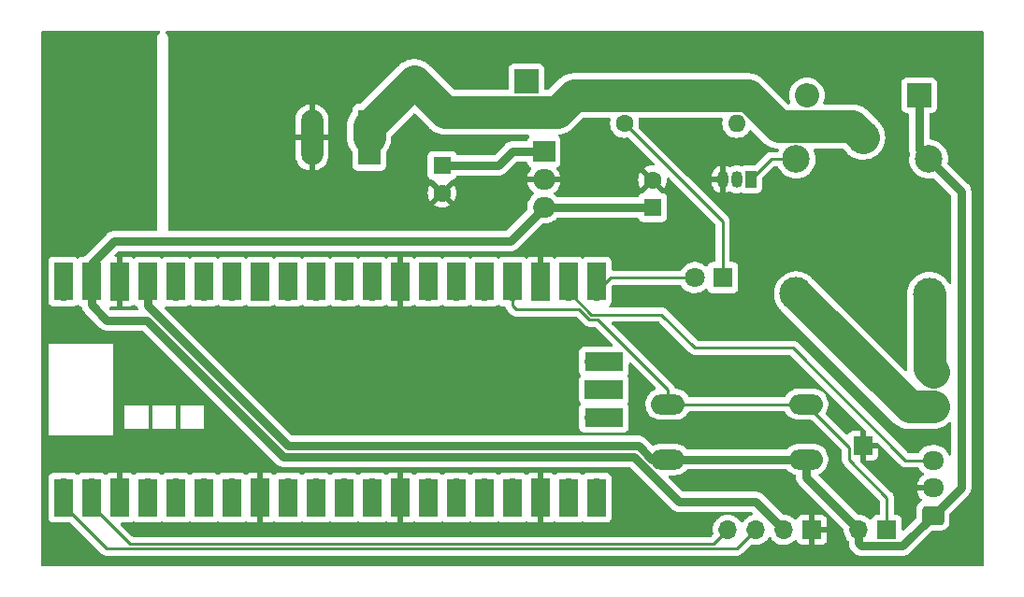
<source format=gbr>
%TF.GenerationSoftware,KiCad,Pcbnew,(6.0.9)*%
%TF.CreationDate,2022-11-10T13:56:48+05:30*%
%TF.ProjectId,Kajimba,4b616a69-6d62-4612-9e6b-696361645f70,rev?*%
%TF.SameCoordinates,Original*%
%TF.FileFunction,Copper,L1,Top*%
%TF.FilePolarity,Positive*%
%FSLAX46Y46*%
G04 Gerber Fmt 4.6, Leading zero omitted, Abs format (unit mm)*
G04 Created by KiCad (PCBNEW (6.0.9)) date 2022-11-10 13:56:48*
%MOMM*%
%LPD*%
G01*
G04 APERTURE LIST*
G04 Aperture macros list*
%AMRoundRect*
0 Rectangle with rounded corners*
0 $1 Rounding radius*
0 $2 $3 $4 $5 $6 $7 $8 $9 X,Y pos of 4 corners*
0 Add a 4 corners polygon primitive as box body*
4,1,4,$2,$3,$4,$5,$6,$7,$8,$9,$2,$3,0*
0 Add four circle primitives for the rounded corners*
1,1,$1+$1,$2,$3*
1,1,$1+$1,$4,$5*
1,1,$1+$1,$6,$7*
1,1,$1+$1,$8,$9*
0 Add four rect primitives between the rounded corners*
20,1,$1+$1,$2,$3,$4,$5,0*
20,1,$1+$1,$4,$5,$6,$7,0*
20,1,$1+$1,$6,$7,$8,$9,0*
20,1,$1+$1,$8,$9,$2,$3,0*%
G04 Aperture macros list end*
%TA.AperFunction,ComponentPad*%
%ADD10R,2.200000X2.200000*%
%TD*%
%TA.AperFunction,ComponentPad*%
%ADD11O,2.200000X2.200000*%
%TD*%
%TA.AperFunction,ComponentPad*%
%ADD12R,1.600000X1.600000*%
%TD*%
%TA.AperFunction,ComponentPad*%
%ADD13C,1.600000*%
%TD*%
%TA.AperFunction,ComponentPad*%
%ADD14R,1.700000X1.700000*%
%TD*%
%TA.AperFunction,ComponentPad*%
%ADD15O,1.700000X1.700000*%
%TD*%
%TA.AperFunction,ComponentPad*%
%ADD16RoundRect,0.250000X0.725000X-0.600000X0.725000X0.600000X-0.725000X0.600000X-0.725000X-0.600000X0*%
%TD*%
%TA.AperFunction,ComponentPad*%
%ADD17O,1.950000X1.700000*%
%TD*%
%TA.AperFunction,ComponentPad*%
%ADD18C,3.000000*%
%TD*%
%TA.AperFunction,ComponentPad*%
%ADD19C,2.500000*%
%TD*%
%TA.AperFunction,ComponentPad*%
%ADD20R,2.020000X5.020000*%
%TD*%
%TA.AperFunction,ComponentPad*%
%ADD21O,2.020000X5.020000*%
%TD*%
%TA.AperFunction,ComponentPad*%
%ADD22R,1.800000X1.800000*%
%TD*%
%TA.AperFunction,ComponentPad*%
%ADD23C,1.800000*%
%TD*%
%TA.AperFunction,ComponentPad*%
%ADD24O,3.048000X1.850000*%
%TD*%
%TA.AperFunction,ComponentPad*%
%ADD25O,1.600000X1.600000*%
%TD*%
%TA.AperFunction,ComponentPad*%
%ADD26R,1.050000X1.500000*%
%TD*%
%TA.AperFunction,ComponentPad*%
%ADD27O,1.050000X1.500000*%
%TD*%
%TA.AperFunction,ComponentPad*%
%ADD28R,2.000000X1.905000*%
%TD*%
%TA.AperFunction,ComponentPad*%
%ADD29O,2.000000X1.905000*%
%TD*%
%TA.AperFunction,SMDPad,CuDef*%
%ADD30R,1.700000X3.500000*%
%TD*%
%TA.AperFunction,SMDPad,CuDef*%
%ADD31R,3.500000X1.700000*%
%TD*%
%TA.AperFunction,Conductor*%
%ADD32C,0.800000*%
%TD*%
%TA.AperFunction,Conductor*%
%ADD33C,0.250000*%
%TD*%
%TA.AperFunction,Conductor*%
%ADD34C,3.000000*%
%TD*%
G04 APERTURE END LIST*
D10*
%TO.P,D2,1,K*%
%TO.N,Net-(C1-Pad1)*%
X143510000Y-77470000D03*
D11*
%TO.P,D2,2,A*%
%TO.N,+12V*%
X133350000Y-77470000D03*
%TD*%
D12*
%TO.P,C1,1*%
%TO.N,Net-(C1-Pad1)*%
X135890000Y-85090000D03*
D13*
%TO.P,C1,2*%
%TO.N,GND*%
X135890000Y-87590000D03*
%TD*%
D14*
%TO.P,J4,1,Pin_1*%
%TO.N,GND*%
X173990000Y-110490000D03*
%TD*%
%TO.P,J5,1,Pin_1*%
%TO.N,Button*%
X176149000Y-118110000D03*
D15*
%TO.P,J5,2,Pin_2*%
%TO.N,+3.3V*%
X173609000Y-118110000D03*
%TD*%
D16*
%TO.P,J2,1,Pin_1*%
%TO.N,+3.3V*%
X180340000Y-116800000D03*
D17*
%TO.P,J2,2,Pin_2*%
%TO.N,GND*%
X180340000Y-114300000D03*
%TO.P,J2,3,Pin_3*%
%TO.N,Sensor*%
X180340000Y-111800000D03*
%TD*%
D18*
%TO.P,K1,1*%
%TO.N,+12V*%
X173990000Y-82550000D03*
D19*
%TO.P,K1,2*%
%TO.N,Net-(D3-Pad2)*%
X167940000Y-84500000D03*
D18*
%TO.P,K1,3*%
%TO.N,Net-(J6-Pad2)*%
X167940000Y-96700000D03*
%TO.P,K1,4*%
%TO.N,Net-(J6-Pad1)*%
X179990000Y-96750000D03*
D19*
%TO.P,K1,5*%
%TO.N,+3.3V*%
X179940000Y-84500000D03*
%TD*%
D20*
%TO.P,J1,1*%
%TO.N,+12V*%
X129280000Y-82550000D03*
D21*
%TO.P,J1,2*%
%TO.N,GND*%
X124100000Y-82550000D03*
%TD*%
D22*
%TO.P,D1,1,K*%
%TO.N,Net-(D1-Pad1)*%
X161290000Y-95250000D03*
D23*
%TO.P,D1,2,A*%
%TO.N,Relay*%
X158750000Y-95250000D03*
%TD*%
D24*
%TO.P,SW1,1,1*%
%TO.N,Button*%
X156320000Y-106720000D03*
X168820000Y-106720000D03*
%TO.P,SW1,2,2*%
%TO.N,+3.3V*%
X156320000Y-111720000D03*
X168820000Y-111720000D03*
%TD*%
D14*
%TO.P,J3,1,Pin_1*%
%TO.N,GND*%
X169370000Y-118110000D03*
D15*
%TO.P,J3,2,Pin_2*%
%TO.N,+5V*%
X166830000Y-118110000D03*
%TO.P,J3,3,Pin_3*%
%TO.N,SDA*%
X164290000Y-118110000D03*
%TO.P,J3,4,Pin_4*%
%TO.N,SCL*%
X161750000Y-118110000D03*
%TD*%
D14*
%TO.P,J6,1,Pin_1*%
%TO.N,Net-(J6-Pad1)*%
X180340000Y-104140000D03*
D15*
%TO.P,J6,2,Pin_2*%
%TO.N,Net-(J6-Pad2)*%
X180340000Y-106680000D03*
%TD*%
D13*
%TO.P,R1,1*%
%TO.N,Net-(D1-Pad1)*%
X152400000Y-81280000D03*
D25*
%TO.P,R1,2*%
%TO.N,Net-(Q1-Pad2)*%
X162560000Y-81280000D03*
%TD*%
D26*
%TO.P,Q1,1,C*%
%TO.N,Net-(D3-Pad2)*%
X163830000Y-86360000D03*
D27*
%TO.P,Q1,2,B*%
%TO.N,Net-(Q1-Pad2)*%
X162560000Y-86360000D03*
%TO.P,Q1,3,E*%
%TO.N,GND*%
X161290000Y-86360000D03*
%TD*%
D28*
%TO.P,U2,1,VI*%
%TO.N,Net-(C1-Pad1)*%
X145105000Y-83820000D03*
D29*
%TO.P,U2,2,GND*%
%TO.N,GND*%
X145105000Y-86360000D03*
%TO.P,U2,3,VO*%
%TO.N,+5V*%
X145105000Y-88900000D03*
%TD*%
D10*
%TO.P,D3,1,K*%
%TO.N,+3.3V*%
X179070000Y-78740000D03*
D11*
%TO.P,D3,2,A*%
%TO.N,Net-(D3-Pad2)*%
X168910000Y-78740000D03*
%TD*%
D12*
%TO.P,C2,1*%
%TO.N,+5V*%
X154940000Y-88900000D03*
D13*
%TO.P,C2,2*%
%TO.N,GND*%
X154940000Y-86400000D03*
%TD*%
D15*
%TO.P,U1,1,GPIO0*%
%TO.N,SDA*%
X101600000Y-114300000D03*
D30*
X101600000Y-115200000D03*
%TO.P,U1,2,GPIO1*%
%TO.N,SCL*%
X104140000Y-115200000D03*
D15*
X104140000Y-114300000D03*
D30*
%TO.P,U1,3,GND*%
%TO.N,GND*%
X106680000Y-115200000D03*
D14*
X106680000Y-114300000D03*
D30*
%TO.P,U1,4,GPIO2*%
%TO.N,unconnected-(U1-Pad4)*%
X109220000Y-115200000D03*
D15*
X109220000Y-114300000D03*
D30*
%TO.P,U1,5,GPIO3*%
%TO.N,unconnected-(U1-Pad5)*%
X111760000Y-115200000D03*
D15*
X111760000Y-114300000D03*
D30*
%TO.P,U1,6,GPIO4*%
%TO.N,unconnected-(U1-Pad6)*%
X114300000Y-115200000D03*
D15*
X114300000Y-114300000D03*
D30*
%TO.P,U1,7,GPIO5*%
%TO.N,unconnected-(U1-Pad7)*%
X116840000Y-115200000D03*
D15*
X116840000Y-114300000D03*
D14*
%TO.P,U1,8,GND*%
%TO.N,GND*%
X119380000Y-114300000D03*
D30*
X119380000Y-115200000D03*
%TO.P,U1,9,GPIO6*%
%TO.N,unconnected-(U1-Pad9)*%
X121920000Y-115200000D03*
D15*
X121920000Y-114300000D03*
D30*
%TO.P,U1,10,GPIO7*%
%TO.N,unconnected-(U1-Pad10)*%
X124460000Y-115200000D03*
D15*
X124460000Y-114300000D03*
D30*
%TO.P,U1,11,GPIO8*%
%TO.N,unconnected-(U1-Pad11)*%
X127000000Y-115200000D03*
D15*
X127000000Y-114300000D03*
D30*
%TO.P,U1,12,GPIO9*%
%TO.N,unconnected-(U1-Pad12)*%
X129540000Y-115200000D03*
D15*
X129540000Y-114300000D03*
D14*
%TO.P,U1,13,GND*%
%TO.N,GND*%
X132080000Y-114300000D03*
D30*
X132080000Y-115200000D03*
%TO.P,U1,14,GPIO10*%
%TO.N,unconnected-(U1-Pad14)*%
X134620000Y-115200000D03*
D15*
X134620000Y-114300000D03*
%TO.P,U1,15,GPIO11*%
%TO.N,unconnected-(U1-Pad15)*%
X137160000Y-114300000D03*
D30*
X137160000Y-115200000D03*
%TO.P,U1,16,GPIO12*%
%TO.N,unconnected-(U1-Pad16)*%
X139700000Y-115200000D03*
D15*
X139700000Y-114300000D03*
%TO.P,U1,17,GPIO13*%
%TO.N,unconnected-(U1-Pad17)*%
X142240000Y-114300000D03*
D30*
X142240000Y-115200000D03*
%TO.P,U1,18,GND*%
%TO.N,GND*%
X144780000Y-115200000D03*
D14*
X144780000Y-114300000D03*
D15*
%TO.P,U1,19,GPIO14*%
%TO.N,unconnected-(U1-Pad19)*%
X147320000Y-114300000D03*
D30*
X147320000Y-115200000D03*
%TO.P,U1,20,GPIO15*%
%TO.N,unconnected-(U1-Pad20)*%
X149860000Y-115200000D03*
D15*
X149860000Y-114300000D03*
%TO.P,U1,21,GPIO16*%
%TO.N,Relay*%
X149860000Y-96520000D03*
D30*
X149860000Y-95620000D03*
D15*
%TO.P,U1,22,GPIO17*%
%TO.N,Sensor*%
X147320000Y-96520000D03*
D30*
X147320000Y-95620000D03*
%TO.P,U1,23,GND*%
%TO.N,GND*%
X144780000Y-95620000D03*
D14*
X144780000Y-96520000D03*
D15*
%TO.P,U1,24,GPIO18*%
%TO.N,Button*%
X142240000Y-96520000D03*
D30*
X142240000Y-95620000D03*
%TO.P,U1,25,GPIO19*%
%TO.N,unconnected-(U1-Pad25)*%
X139700000Y-95620000D03*
D15*
X139700000Y-96520000D03*
%TO.P,U1,26,GPIO20*%
%TO.N,unconnected-(U1-Pad26)*%
X137160000Y-96520000D03*
D30*
X137160000Y-95620000D03*
D15*
%TO.P,U1,27,GPIO21*%
%TO.N,unconnected-(U1-Pad27)*%
X134620000Y-96520000D03*
D30*
X134620000Y-95620000D03*
D14*
%TO.P,U1,28,GND*%
%TO.N,GND*%
X132080000Y-96520000D03*
D30*
X132080000Y-95620000D03*
D15*
%TO.P,U1,29,GPIO22*%
%TO.N,unconnected-(U1-Pad29)*%
X129540000Y-96520000D03*
D30*
X129540000Y-95620000D03*
D15*
%TO.P,U1,30,RUN*%
%TO.N,unconnected-(U1-Pad30)*%
X127000000Y-96520000D03*
D30*
X127000000Y-95620000D03*
D15*
%TO.P,U1,31,GPIO26_ADC0*%
%TO.N,unconnected-(U1-Pad31)*%
X124460000Y-96520000D03*
D30*
X124460000Y-95620000D03*
D15*
%TO.P,U1,32,GPIO27_ADC1*%
%TO.N,unconnected-(U1-Pad32)*%
X121920000Y-96520000D03*
D30*
X121920000Y-95620000D03*
D14*
%TO.P,U1,33,AGND*%
%TO.N,unconnected-(U1-Pad33)*%
X119380000Y-96520000D03*
D30*
X119380000Y-95620000D03*
%TO.P,U1,34,GPIO28_ADC2*%
%TO.N,unconnected-(U1-Pad34)*%
X116840000Y-95620000D03*
D15*
X116840000Y-96520000D03*
D30*
%TO.P,U1,35,ADC_VREF*%
%TO.N,unconnected-(U1-Pad35)*%
X114300000Y-95620000D03*
D15*
X114300000Y-96520000D03*
%TO.P,U1,36,3V3*%
%TO.N,unconnected-(U1-Pad36)*%
X111760000Y-96520000D03*
D30*
X111760000Y-95620000D03*
D15*
%TO.P,U1,37,3V3_EN*%
%TO.N,+3.3V*%
X109220000Y-96520000D03*
D30*
X109220000Y-95620000D03*
%TO.P,U1,38,GND*%
%TO.N,GND*%
X106680000Y-95620000D03*
D14*
X106680000Y-96520000D03*
D15*
%TO.P,U1,39,VSYS*%
%TO.N,+5V*%
X104140000Y-96520000D03*
D30*
X104140000Y-95620000D03*
D15*
%TO.P,U1,40,VBUS*%
%TO.N,unconnected-(U1-Pad40)*%
X101600000Y-96520000D03*
D30*
X101600000Y-95620000D03*
D15*
%TO.P,U1,41,SWCLK*%
%TO.N,unconnected-(U1-Pad41)*%
X149630000Y-107950000D03*
D31*
X150530000Y-107950000D03*
%TO.P,U1,42,GND*%
%TO.N,unconnected-(U1-Pad42)*%
X150530000Y-105410000D03*
D14*
X149630000Y-105410000D03*
D31*
%TO.P,U1,43,SWDIO*%
%TO.N,unconnected-(U1-Pad43)*%
X150530000Y-102870000D03*
D15*
X149630000Y-102870000D03*
%TD*%
D32*
%TO.N,Net-(C1-Pad1)*%
X142240000Y-83820000D02*
X145105000Y-83820000D01*
X140970000Y-85090000D02*
X142240000Y-83820000D01*
X135890000Y-85090000D02*
X140970000Y-85090000D01*
%TO.N,+5V*%
X109147893Y-99132107D02*
X121505787Y-111490001D01*
X157335786Y-115570000D02*
X164290000Y-115570000D01*
X142055000Y-91950000D02*
X106170000Y-91950000D01*
X105550026Y-99132107D02*
X109147893Y-99132107D01*
X106170000Y-91950000D02*
X104140000Y-93980000D01*
X145105000Y-88900000D02*
X154940000Y-88900000D01*
X145105000Y-88900000D02*
X142055000Y-91950000D01*
X121505787Y-111490001D02*
X153255786Y-111490000D01*
X104140000Y-96520000D02*
X104140000Y-97722081D01*
X153255786Y-111490000D02*
X157335786Y-115570000D01*
X104140000Y-97722081D02*
X105550026Y-99132107D01*
X164290000Y-115570000D02*
X166830000Y-118110000D01*
X104140000Y-93980000D02*
X104140000Y-96520000D01*
D33*
%TO.N,Net-(D1-Pad1)*%
X161290000Y-90170000D02*
X161290000Y-95250000D01*
X152400000Y-81280000D02*
X161290000Y-90170000D01*
%TO.N,Relay*%
X151130000Y-95250000D02*
X149860000Y-96520000D01*
X158750000Y-95250000D02*
X151130000Y-95250000D01*
D34*
%TO.N,+12V*%
X166365534Y-81550000D02*
X163555534Y-78740000D01*
X129280000Y-82550000D02*
X129280000Y-81540000D01*
X173990000Y-82550000D02*
X172990000Y-81550000D01*
X136150000Y-80270000D02*
X133350000Y-77470000D01*
X147840000Y-78740000D02*
X146310000Y-80270000D01*
X172990000Y-81550000D02*
X166365534Y-81550000D01*
X163555534Y-78740000D02*
X147840000Y-78740000D01*
X129280000Y-81540000D02*
X133350000Y-77470000D01*
X146310000Y-80270000D02*
X136150000Y-80270000D01*
D32*
%TO.N,+3.3V*%
X173856919Y-119560000D02*
X177580000Y-119560000D01*
X168820000Y-113321000D02*
X173609000Y-118110000D01*
X168820000Y-111720000D02*
X168820000Y-113321000D01*
X180380000Y-116800000D02*
X180340000Y-116800000D01*
X156320000Y-111720000D02*
X154900000Y-111720000D01*
X177580000Y-119560000D02*
X180340000Y-116800000D01*
X179070000Y-83630000D02*
X179940000Y-84500000D01*
X173609000Y-119312081D02*
X173856919Y-119560000D01*
X182880000Y-114300000D02*
X180380000Y-116800000D01*
X173609000Y-118110000D02*
X173609000Y-119312081D01*
X156320000Y-111720000D02*
X168820000Y-111720000D01*
X153670000Y-110490000D02*
X121920000Y-110490000D01*
X109220000Y-97790000D02*
X109220000Y-96520000D01*
X179940000Y-84500000D02*
X182880000Y-87440000D01*
X121920000Y-110490000D02*
X109220000Y-97790000D01*
X154900000Y-111720000D02*
X153670000Y-110490000D01*
X182880000Y-87440000D02*
X182880000Y-114300000D01*
X179070000Y-78740000D02*
X179070000Y-83630000D01*
D33*
%TO.N,Net-(D3-Pad2)*%
X167940000Y-84500000D02*
X165690000Y-84500000D01*
X165690000Y-84500000D02*
X163830000Y-86360000D01*
%TO.N,Sensor*%
X177840000Y-111800000D02*
X180340000Y-111800000D01*
X155760000Y-98610000D02*
X158750000Y-101600000D01*
X149410000Y-98610000D02*
X155760000Y-98610000D01*
X158750000Y-101600000D02*
X167640000Y-101600000D01*
X167640000Y-101600000D02*
X177840000Y-111800000D01*
X147320000Y-96520000D02*
X149410000Y-98610000D01*
%TO.N,SDA*%
X105520000Y-119830000D02*
X101600000Y-115910000D01*
X164290000Y-118110000D02*
X162570000Y-119830000D01*
X101600000Y-115910000D02*
X101600000Y-114300000D01*
X162570000Y-119830000D02*
X105520000Y-119830000D01*
%TO.N,SCL*%
X161750000Y-118110000D02*
X160480000Y-119380000D01*
X160480000Y-119380000D02*
X107610000Y-119380000D01*
X107610000Y-119380000D02*
X104140000Y-115910000D01*
X104140000Y-115910000D02*
X104140000Y-114300000D01*
%TO.N,Button*%
X156320000Y-105410000D02*
X149970000Y-99060000D01*
X148309204Y-98145600D02*
X142595600Y-98145600D01*
X176149000Y-115189000D02*
X176149000Y-118110000D01*
X156320000Y-106720000D02*
X156320000Y-105410000D01*
X142240000Y-97790000D02*
X142240000Y-96520000D01*
X172720000Y-111760000D02*
X176149000Y-115189000D01*
X142595600Y-98145600D02*
X142240000Y-97790000D01*
X168820000Y-106720000D02*
X172720000Y-110620000D01*
X172720000Y-110620000D02*
X172720000Y-111760000D01*
X149970000Y-99060000D02*
X149223604Y-99060000D01*
X156320000Y-106720000D02*
X168820000Y-106720000D01*
X149223604Y-99060000D02*
X148309204Y-98145600D01*
D34*
%TO.N,Net-(J6-Pad1)*%
X179990000Y-96750000D02*
X179990000Y-103415000D01*
X179990000Y-103415000D02*
X180340000Y-103765000D01*
%TO.N,Net-(J6-Pad2)*%
X178205000Y-106965000D02*
X180340000Y-106965000D01*
X167940000Y-96700000D02*
X178205000Y-106965000D01*
%TD*%
%TA.AperFunction,Conductor*%
%TO.N,GND*%
G36*
X110321852Y-72918502D02*
G01*
X110368345Y-72972158D01*
X110378449Y-73042432D01*
X110348955Y-73107012D01*
X110320966Y-73131062D01*
X110277042Y-73158776D01*
X110180622Y-73267951D01*
X110118719Y-73399800D01*
X110101500Y-73510386D01*
X110101500Y-90915500D01*
X110081498Y-90983621D01*
X110027842Y-91030114D01*
X109975500Y-91041500D01*
X106251417Y-91041500D01*
X106231707Y-91039949D01*
X106224327Y-91038780D01*
X106224326Y-91038780D01*
X106217810Y-91037748D01*
X106211223Y-91038093D01*
X106211218Y-91038093D01*
X106149520Y-91041327D01*
X106142926Y-91041500D01*
X106122390Y-91041500D01*
X106119118Y-91041844D01*
X106119116Y-91041844D01*
X106101958Y-91043647D01*
X106095384Y-91044164D01*
X106033696Y-91047397D01*
X106033694Y-91047397D01*
X106027097Y-91047743D01*
X106013504Y-91051385D01*
X105994075Y-91054986D01*
X105980072Y-91056458D01*
X105915025Y-91077593D01*
X105908712Y-91079463D01*
X105888074Y-91084993D01*
X105849003Y-91095462D01*
X105849000Y-91095463D01*
X105842630Y-91097170D01*
X105830085Y-91103562D01*
X105811826Y-91111125D01*
X105798444Y-91115473D01*
X105792723Y-91118776D01*
X105739223Y-91149664D01*
X105733426Y-91152812D01*
X105678351Y-91180874D01*
X105678348Y-91180876D01*
X105672470Y-91183871D01*
X105667342Y-91188024D01*
X105667340Y-91188025D01*
X105661534Y-91192727D01*
X105645237Y-91203927D01*
X105638776Y-91207657D01*
X105638772Y-91207660D01*
X105633056Y-91210960D01*
X105628150Y-91215377D01*
X105628145Y-91215381D01*
X105582231Y-91256722D01*
X105577216Y-91261006D01*
X105568718Y-91267888D01*
X105561259Y-91273928D01*
X105546744Y-91288443D01*
X105541959Y-91292984D01*
X105491134Y-91338747D01*
X105487255Y-91344086D01*
X105487254Y-91344087D01*
X105482860Y-91350135D01*
X105470019Y-91365168D01*
X103555168Y-93280019D01*
X103540135Y-93292860D01*
X103528747Y-93301134D01*
X103511929Y-93319812D01*
X103451485Y-93357050D01*
X103418295Y-93361500D01*
X103241866Y-93361500D01*
X103179684Y-93368255D01*
X103043295Y-93419385D01*
X102945565Y-93492630D01*
X102879059Y-93517478D01*
X102809676Y-93502425D01*
X102794435Y-93492630D01*
X102696705Y-93419385D01*
X102560316Y-93368255D01*
X102498134Y-93361500D01*
X100701866Y-93361500D01*
X100639684Y-93368255D01*
X100503295Y-93419385D01*
X100386739Y-93506739D01*
X100299385Y-93623295D01*
X100248255Y-93759684D01*
X100241500Y-93821866D01*
X100241500Y-96440219D01*
X100240787Y-96453607D01*
X100237251Y-96486695D01*
X100237548Y-96491848D01*
X100237548Y-96491851D01*
X100241291Y-96556763D01*
X100241500Y-96564016D01*
X100241500Y-97418134D01*
X100248255Y-97480316D01*
X100299385Y-97616705D01*
X100386739Y-97733261D01*
X100503295Y-97820615D01*
X100639684Y-97871745D01*
X100701866Y-97878500D01*
X101570826Y-97878500D01*
X101575443Y-97878585D01*
X101656673Y-97881564D01*
X101656677Y-97881564D01*
X101661837Y-97881753D01*
X101666957Y-97881097D01*
X101666959Y-97881097D01*
X101679261Y-97879521D01*
X101695271Y-97878500D01*
X102498134Y-97878500D01*
X102560316Y-97871745D01*
X102696705Y-97820615D01*
X102794436Y-97747370D01*
X102860941Y-97722522D01*
X102930324Y-97737575D01*
X102945562Y-97747368D01*
X103043295Y-97820615D01*
X103051703Y-97823767D01*
X103179684Y-97871745D01*
X103178865Y-97873930D01*
X103230335Y-97903334D01*
X103259374Y-97951761D01*
X103267600Y-97977078D01*
X103269467Y-97983380D01*
X103287171Y-98049451D01*
X103291139Y-98057238D01*
X103293559Y-98061988D01*
X103301125Y-98080254D01*
X103305473Y-98093637D01*
X103308776Y-98099359D01*
X103308777Y-98099360D01*
X103339667Y-98152863D01*
X103342814Y-98158658D01*
X103373871Y-98219611D01*
X103378024Y-98224739D01*
X103378025Y-98224741D01*
X103382727Y-98230547D01*
X103393927Y-98246844D01*
X103397657Y-98253305D01*
X103397660Y-98253309D01*
X103400960Y-98259025D01*
X103405377Y-98263931D01*
X103405381Y-98263936D01*
X103446722Y-98309850D01*
X103451006Y-98314865D01*
X103463928Y-98330822D01*
X103478443Y-98345337D01*
X103482984Y-98350122D01*
X103528747Y-98400947D01*
X103534086Y-98404826D01*
X103534087Y-98404827D01*
X103540135Y-98409221D01*
X103555168Y-98422062D01*
X104850045Y-99716939D01*
X104862886Y-99731972D01*
X104871160Y-99743360D01*
X104876069Y-99747780D01*
X104921985Y-99789123D01*
X104926770Y-99793664D01*
X104941285Y-99808179D01*
X104943849Y-99810255D01*
X104957242Y-99821101D01*
X104962257Y-99825385D01*
X105008171Y-99866726D01*
X105008176Y-99866730D01*
X105013082Y-99871147D01*
X105018798Y-99874447D01*
X105018802Y-99874450D01*
X105025263Y-99878180D01*
X105041559Y-99889380D01*
X105052496Y-99898236D01*
X105058374Y-99901231D01*
X105058377Y-99901233D01*
X105113452Y-99929295D01*
X105119249Y-99932443D01*
X105172749Y-99963331D01*
X105178470Y-99966634D01*
X105191852Y-99970982D01*
X105210111Y-99978545D01*
X105222656Y-99984937D01*
X105229026Y-99986644D01*
X105229029Y-99986645D01*
X105268100Y-99997114D01*
X105288738Y-100002644D01*
X105295051Y-100004514D01*
X105360098Y-100025649D01*
X105374101Y-100027121D01*
X105393530Y-100030722D01*
X105407123Y-100034364D01*
X105413720Y-100034710D01*
X105413722Y-100034710D01*
X105475410Y-100037943D01*
X105481984Y-100038460D01*
X105499142Y-100040263D01*
X105499144Y-100040263D01*
X105502416Y-100040607D01*
X105522952Y-100040607D01*
X105529546Y-100040780D01*
X105591244Y-100044014D01*
X105591249Y-100044014D01*
X105597836Y-100044359D01*
X105611734Y-100042158D01*
X105631443Y-100040607D01*
X108719390Y-100040607D01*
X108787511Y-100060609D01*
X108808485Y-100077512D01*
X120805806Y-112074833D01*
X120818647Y-112089866D01*
X120826921Y-112101254D01*
X120840307Y-112113307D01*
X120877746Y-112147017D01*
X120882531Y-112151558D01*
X120897046Y-112166073D01*
X120899610Y-112168149D01*
X120913003Y-112178995D01*
X120918018Y-112183279D01*
X120963932Y-112224620D01*
X120963937Y-112224624D01*
X120968843Y-112229041D01*
X120974559Y-112232341D01*
X120974563Y-112232344D01*
X120981024Y-112236074D01*
X120997320Y-112247274D01*
X121008257Y-112256130D01*
X121067504Y-112286318D01*
X121069208Y-112287186D01*
X121075005Y-112290334D01*
X121116282Y-112314165D01*
X121134231Y-112324528D01*
X121140513Y-112326569D01*
X121140515Y-112326570D01*
X121147613Y-112328876D01*
X121165879Y-112336441D01*
X121178417Y-112342830D01*
X121184793Y-112344539D01*
X121184797Y-112344540D01*
X121244472Y-112360530D01*
X121250797Y-112362403D01*
X121315859Y-112383543D01*
X121322427Y-112384233D01*
X121322431Y-112384234D01*
X121329848Y-112385013D01*
X121349295Y-112388617D01*
X121362883Y-112392258D01*
X121369482Y-112392604D01*
X121369483Y-112392604D01*
X121431172Y-112395837D01*
X121437747Y-112396354D01*
X121452009Y-112397853D01*
X121458177Y-112398501D01*
X121478712Y-112398501D01*
X121485306Y-112398674D01*
X121547004Y-112401908D01*
X121547009Y-112401908D01*
X121553596Y-112402253D01*
X121567494Y-112400052D01*
X121587203Y-112398501D01*
X126575918Y-112398501D01*
X152827283Y-112398500D01*
X152895404Y-112418502D01*
X152916378Y-112435405D01*
X156635805Y-116154832D01*
X156648646Y-116169865D01*
X156656920Y-116181253D01*
X156661829Y-116185673D01*
X156707745Y-116227016D01*
X156712530Y-116231557D01*
X156727045Y-116246072D01*
X156729609Y-116248148D01*
X156743002Y-116258994D01*
X156748017Y-116263278D01*
X156793931Y-116304619D01*
X156793936Y-116304623D01*
X156798842Y-116309040D01*
X156804558Y-116312340D01*
X156804562Y-116312343D01*
X156811023Y-116316073D01*
X156827319Y-116327273D01*
X156838256Y-116336129D01*
X156899207Y-116367185D01*
X156905001Y-116370331D01*
X156964230Y-116404527D01*
X156970512Y-116406568D01*
X156970514Y-116406569D01*
X156977612Y-116408875D01*
X156995878Y-116416440D01*
X157008416Y-116422829D01*
X157014792Y-116424538D01*
X157014796Y-116424539D01*
X157074471Y-116440529D01*
X157080796Y-116442402D01*
X157145858Y-116463542D01*
X157152426Y-116464232D01*
X157152430Y-116464233D01*
X157159847Y-116465012D01*
X157179294Y-116468616D01*
X157192882Y-116472257D01*
X157199481Y-116472603D01*
X157199482Y-116472603D01*
X157261171Y-116475836D01*
X157267746Y-116476353D01*
X157282008Y-116477852D01*
X157288176Y-116478500D01*
X157308711Y-116478500D01*
X157315305Y-116478673D01*
X157377003Y-116481907D01*
X157377008Y-116481907D01*
X157383595Y-116482252D01*
X157397493Y-116480051D01*
X157417202Y-116478500D01*
X163861497Y-116478500D01*
X163929618Y-116498502D01*
X163950592Y-116515405D01*
X164013671Y-116578484D01*
X164047697Y-116640796D01*
X164042632Y-116711611D01*
X164000085Y-116768447D01*
X163963722Y-116787344D01*
X163923295Y-116800558D01*
X163761756Y-116853357D01*
X163563607Y-116956507D01*
X163559474Y-116959610D01*
X163559471Y-116959612D01*
X163389100Y-117087530D01*
X163384965Y-117090635D01*
X163345525Y-117131907D01*
X163291280Y-117188671D01*
X163230629Y-117252138D01*
X163123201Y-117409621D01*
X163068293Y-117454621D01*
X162997768Y-117462792D01*
X162934021Y-117431538D01*
X162913324Y-117407054D01*
X162832822Y-117282617D01*
X162832820Y-117282614D01*
X162830014Y-117278277D01*
X162679670Y-117113051D01*
X162675619Y-117109852D01*
X162675615Y-117109848D01*
X162508414Y-116977800D01*
X162508410Y-116977798D01*
X162504359Y-116974598D01*
X162308789Y-116866638D01*
X162303920Y-116864914D01*
X162303916Y-116864912D01*
X162103087Y-116793795D01*
X162103083Y-116793794D01*
X162098212Y-116792069D01*
X162093119Y-116791162D01*
X162093116Y-116791161D01*
X161883373Y-116753800D01*
X161883367Y-116753799D01*
X161878284Y-116752894D01*
X161804452Y-116751992D01*
X161660081Y-116750228D01*
X161660079Y-116750228D01*
X161654911Y-116750165D01*
X161434091Y-116783955D01*
X161221756Y-116853357D01*
X161023607Y-116956507D01*
X161019474Y-116959610D01*
X161019471Y-116959612D01*
X160849100Y-117087530D01*
X160844965Y-117090635D01*
X160805525Y-117131907D01*
X160751280Y-117188671D01*
X160690629Y-117252138D01*
X160687720Y-117256403D01*
X160687714Y-117256411D01*
X160648934Y-117313261D01*
X160564743Y-117436680D01*
X160470688Y-117639305D01*
X160410989Y-117854570D01*
X160387251Y-118076695D01*
X160387548Y-118081848D01*
X160387548Y-118081851D01*
X160399812Y-118294547D01*
X160400110Y-118299715D01*
X160401247Y-118304761D01*
X160401248Y-118304767D01*
X160433453Y-118447668D01*
X160428917Y-118518520D01*
X160399631Y-118564464D01*
X160254500Y-118709595D01*
X160192188Y-118743621D01*
X160165405Y-118746500D01*
X107924594Y-118746500D01*
X107856473Y-118726498D01*
X107835499Y-118709595D01*
X106798999Y-117673095D01*
X106764973Y-117610783D01*
X106770038Y-117539968D01*
X106812585Y-117483132D01*
X106879105Y-117458321D01*
X106888094Y-117458000D01*
X107574669Y-117457999D01*
X107581490Y-117457629D01*
X107632352Y-117452105D01*
X107647604Y-117448479D01*
X107768054Y-117403324D01*
X107783649Y-117394786D01*
X107874018Y-117327058D01*
X107940525Y-117302210D01*
X108009907Y-117317263D01*
X108025148Y-117327058D01*
X108056323Y-117350422D01*
X108123295Y-117400615D01*
X108259684Y-117451745D01*
X108321866Y-117458500D01*
X110118134Y-117458500D01*
X110180316Y-117451745D01*
X110316705Y-117400615D01*
X110414436Y-117327370D01*
X110480941Y-117302522D01*
X110550324Y-117317575D01*
X110565562Y-117327368D01*
X110663295Y-117400615D01*
X110799684Y-117451745D01*
X110861866Y-117458500D01*
X112658134Y-117458500D01*
X112720316Y-117451745D01*
X112856705Y-117400615D01*
X112954436Y-117327370D01*
X113020941Y-117302522D01*
X113090324Y-117317575D01*
X113105562Y-117327368D01*
X113203295Y-117400615D01*
X113339684Y-117451745D01*
X113401866Y-117458500D01*
X115198134Y-117458500D01*
X115260316Y-117451745D01*
X115396705Y-117400615D01*
X115494436Y-117327370D01*
X115560941Y-117302522D01*
X115630324Y-117317575D01*
X115645562Y-117327368D01*
X115743295Y-117400615D01*
X115879684Y-117451745D01*
X115941866Y-117458500D01*
X117738134Y-117458500D01*
X117800316Y-117451745D01*
X117936705Y-117400615D01*
X118003677Y-117350422D01*
X118034852Y-117327058D01*
X118101358Y-117302210D01*
X118170741Y-117317263D01*
X118185982Y-117327058D01*
X118276351Y-117394786D01*
X118291946Y-117403324D01*
X118412394Y-117448478D01*
X118427649Y-117452105D01*
X118478514Y-117457631D01*
X118485328Y-117458000D01*
X119107885Y-117458000D01*
X119123124Y-117453525D01*
X119124329Y-117452135D01*
X119126000Y-117444452D01*
X119126000Y-117439884D01*
X119634000Y-117439884D01*
X119638475Y-117455123D01*
X119639865Y-117456328D01*
X119647548Y-117457999D01*
X120274669Y-117457999D01*
X120281490Y-117457629D01*
X120332352Y-117452105D01*
X120347604Y-117448479D01*
X120468054Y-117403324D01*
X120483649Y-117394786D01*
X120574018Y-117327058D01*
X120640525Y-117302210D01*
X120709907Y-117317263D01*
X120725148Y-117327058D01*
X120756323Y-117350422D01*
X120823295Y-117400615D01*
X120959684Y-117451745D01*
X121021866Y-117458500D01*
X122818134Y-117458500D01*
X122880316Y-117451745D01*
X123016705Y-117400615D01*
X123114436Y-117327370D01*
X123180941Y-117302522D01*
X123250324Y-117317575D01*
X123265562Y-117327368D01*
X123363295Y-117400615D01*
X123499684Y-117451745D01*
X123561866Y-117458500D01*
X125358134Y-117458500D01*
X125420316Y-117451745D01*
X125556705Y-117400615D01*
X125654436Y-117327370D01*
X125720941Y-117302522D01*
X125790324Y-117317575D01*
X125805562Y-117327368D01*
X125903295Y-117400615D01*
X126039684Y-117451745D01*
X126101866Y-117458500D01*
X127898134Y-117458500D01*
X127960316Y-117451745D01*
X128096705Y-117400615D01*
X128194436Y-117327370D01*
X128260941Y-117302522D01*
X128330324Y-117317575D01*
X128345562Y-117327368D01*
X128443295Y-117400615D01*
X128579684Y-117451745D01*
X128641866Y-117458500D01*
X130438134Y-117458500D01*
X130500316Y-117451745D01*
X130636705Y-117400615D01*
X130703677Y-117350422D01*
X130734852Y-117327058D01*
X130801358Y-117302210D01*
X130870741Y-117317263D01*
X130885982Y-117327058D01*
X130976351Y-117394786D01*
X130991946Y-117403324D01*
X131112394Y-117448478D01*
X131127649Y-117452105D01*
X131178514Y-117457631D01*
X131185328Y-117458000D01*
X131807885Y-117458000D01*
X131823124Y-117453525D01*
X131824329Y-117452135D01*
X131826000Y-117444452D01*
X131826000Y-117439884D01*
X132334000Y-117439884D01*
X132338475Y-117455123D01*
X132339865Y-117456328D01*
X132347548Y-117457999D01*
X132974669Y-117457999D01*
X132981490Y-117457629D01*
X133032352Y-117452105D01*
X133047604Y-117448479D01*
X133168054Y-117403324D01*
X133183649Y-117394786D01*
X133274018Y-117327058D01*
X133340525Y-117302210D01*
X133409907Y-117317263D01*
X133425148Y-117327058D01*
X133456323Y-117350422D01*
X133523295Y-117400615D01*
X133659684Y-117451745D01*
X133721866Y-117458500D01*
X135518134Y-117458500D01*
X135580316Y-117451745D01*
X135716705Y-117400615D01*
X135814436Y-117327370D01*
X135880941Y-117302522D01*
X135950324Y-117317575D01*
X135965562Y-117327368D01*
X136063295Y-117400615D01*
X136199684Y-117451745D01*
X136261866Y-117458500D01*
X138058134Y-117458500D01*
X138120316Y-117451745D01*
X138256705Y-117400615D01*
X138354436Y-117327370D01*
X138420941Y-117302522D01*
X138490324Y-117317575D01*
X138505562Y-117327368D01*
X138603295Y-117400615D01*
X138739684Y-117451745D01*
X138801866Y-117458500D01*
X140598134Y-117458500D01*
X140660316Y-117451745D01*
X140796705Y-117400615D01*
X140894436Y-117327370D01*
X140960941Y-117302522D01*
X141030324Y-117317575D01*
X141045562Y-117327368D01*
X141143295Y-117400615D01*
X141279684Y-117451745D01*
X141341866Y-117458500D01*
X143138134Y-117458500D01*
X143200316Y-117451745D01*
X143336705Y-117400615D01*
X143403677Y-117350422D01*
X143434852Y-117327058D01*
X143501358Y-117302210D01*
X143570741Y-117317263D01*
X143585982Y-117327058D01*
X143676351Y-117394786D01*
X143691946Y-117403324D01*
X143812394Y-117448478D01*
X143827649Y-117452105D01*
X143878514Y-117457631D01*
X143885328Y-117458000D01*
X144507885Y-117458000D01*
X144523124Y-117453525D01*
X144524329Y-117452135D01*
X144526000Y-117444452D01*
X144526000Y-117439884D01*
X145034000Y-117439884D01*
X145038475Y-117455123D01*
X145039865Y-117456328D01*
X145047548Y-117457999D01*
X145674669Y-117457999D01*
X145681490Y-117457629D01*
X145732352Y-117452105D01*
X145747604Y-117448479D01*
X145868054Y-117403324D01*
X145883649Y-117394786D01*
X145974018Y-117327058D01*
X146040525Y-117302210D01*
X146109907Y-117317263D01*
X146125148Y-117327058D01*
X146156323Y-117350422D01*
X146223295Y-117400615D01*
X146359684Y-117451745D01*
X146421866Y-117458500D01*
X148218134Y-117458500D01*
X148280316Y-117451745D01*
X148416705Y-117400615D01*
X148514436Y-117327370D01*
X148580941Y-117302522D01*
X148650324Y-117317575D01*
X148665562Y-117327368D01*
X148763295Y-117400615D01*
X148899684Y-117451745D01*
X148961866Y-117458500D01*
X150758134Y-117458500D01*
X150820316Y-117451745D01*
X150956705Y-117400615D01*
X151073261Y-117313261D01*
X151160615Y-117196705D01*
X151211745Y-117060316D01*
X151218500Y-116998134D01*
X151218500Y-114397856D01*
X151219578Y-114381409D01*
X151220472Y-114374616D01*
X151221529Y-114366590D01*
X151222258Y-114336763D01*
X151223074Y-114303365D01*
X151223074Y-114303361D01*
X151223156Y-114300000D01*
X151218924Y-114248524D01*
X151218500Y-114238200D01*
X151218500Y-113401866D01*
X151211745Y-113339684D01*
X151160615Y-113203295D01*
X151073261Y-113086739D01*
X150956705Y-112999385D01*
X150820316Y-112948255D01*
X150758134Y-112941500D01*
X149874985Y-112941500D01*
X149873446Y-112941491D01*
X149770081Y-112940228D01*
X149770079Y-112940228D01*
X149764911Y-112940165D01*
X149759797Y-112940948D01*
X149756289Y-112941193D01*
X149747496Y-112941500D01*
X148961866Y-112941500D01*
X148899684Y-112948255D01*
X148763295Y-112999385D01*
X148665565Y-113072630D01*
X148599059Y-113097478D01*
X148529676Y-113082425D01*
X148514435Y-113072630D01*
X148416705Y-112999385D01*
X148280316Y-112948255D01*
X148218134Y-112941500D01*
X147334985Y-112941500D01*
X147333446Y-112941491D01*
X147230081Y-112940228D01*
X147230079Y-112940228D01*
X147224911Y-112940165D01*
X147219797Y-112940948D01*
X147216289Y-112941193D01*
X147207496Y-112941500D01*
X146421866Y-112941500D01*
X146359684Y-112948255D01*
X146223295Y-112999385D01*
X146205057Y-113013054D01*
X146125148Y-113072942D01*
X146058642Y-113097790D01*
X145989259Y-113082737D01*
X145974018Y-113072942D01*
X145883649Y-113005214D01*
X145868054Y-112996676D01*
X145747606Y-112951522D01*
X145732351Y-112947895D01*
X145681486Y-112942369D01*
X145674672Y-112942000D01*
X145052115Y-112942000D01*
X145036876Y-112946475D01*
X145035671Y-112947865D01*
X145034000Y-112955548D01*
X145034000Y-117439884D01*
X144526000Y-117439884D01*
X144526000Y-112960116D01*
X144521525Y-112944877D01*
X144520135Y-112943672D01*
X144512452Y-112942001D01*
X143885331Y-112942001D01*
X143878510Y-112942371D01*
X143827648Y-112947895D01*
X143812396Y-112951521D01*
X143691946Y-112996676D01*
X143676351Y-113005214D01*
X143585982Y-113072942D01*
X143519475Y-113097790D01*
X143450093Y-113082737D01*
X143434852Y-113072942D01*
X143354943Y-113013054D01*
X143336705Y-112999385D01*
X143200316Y-112948255D01*
X143138134Y-112941500D01*
X142254985Y-112941500D01*
X142253446Y-112941491D01*
X142150081Y-112940228D01*
X142150079Y-112940228D01*
X142144911Y-112940165D01*
X142139797Y-112940948D01*
X142136289Y-112941193D01*
X142127496Y-112941500D01*
X141341866Y-112941500D01*
X141279684Y-112948255D01*
X141143295Y-112999385D01*
X141045565Y-113072630D01*
X140979059Y-113097478D01*
X140909676Y-113082425D01*
X140894435Y-113072630D01*
X140796705Y-112999385D01*
X140660316Y-112948255D01*
X140598134Y-112941500D01*
X139714985Y-112941500D01*
X139713446Y-112941491D01*
X139610081Y-112940228D01*
X139610079Y-112940228D01*
X139604911Y-112940165D01*
X139599797Y-112940948D01*
X139596289Y-112941193D01*
X139587496Y-112941500D01*
X138801866Y-112941500D01*
X138739684Y-112948255D01*
X138603295Y-112999385D01*
X138505565Y-113072630D01*
X138439059Y-113097478D01*
X138369676Y-113082425D01*
X138354435Y-113072630D01*
X138256705Y-112999385D01*
X138120316Y-112948255D01*
X138058134Y-112941500D01*
X137174985Y-112941500D01*
X137173446Y-112941491D01*
X137070081Y-112940228D01*
X137070079Y-112940228D01*
X137064911Y-112940165D01*
X137059797Y-112940948D01*
X137056289Y-112941193D01*
X137047496Y-112941500D01*
X136261866Y-112941500D01*
X136199684Y-112948255D01*
X136063295Y-112999385D01*
X135965565Y-113072630D01*
X135899059Y-113097478D01*
X135829676Y-113082425D01*
X135814435Y-113072630D01*
X135716705Y-112999385D01*
X135580316Y-112948255D01*
X135518134Y-112941500D01*
X134634985Y-112941500D01*
X134633446Y-112941491D01*
X134530081Y-112940228D01*
X134530079Y-112940228D01*
X134524911Y-112940165D01*
X134519797Y-112940948D01*
X134516289Y-112941193D01*
X134507496Y-112941500D01*
X133721866Y-112941500D01*
X133659684Y-112948255D01*
X133523295Y-112999385D01*
X133505057Y-113013054D01*
X133425148Y-113072942D01*
X133358642Y-113097790D01*
X133289259Y-113082737D01*
X133274018Y-113072942D01*
X133183649Y-113005214D01*
X133168054Y-112996676D01*
X133047606Y-112951522D01*
X133032351Y-112947895D01*
X132981486Y-112942369D01*
X132974672Y-112942000D01*
X132352115Y-112942000D01*
X132336876Y-112946475D01*
X132335671Y-112947865D01*
X132334000Y-112955548D01*
X132334000Y-117439884D01*
X131826000Y-117439884D01*
X131826000Y-112960116D01*
X131821525Y-112944877D01*
X131820135Y-112943672D01*
X131812452Y-112942001D01*
X131185331Y-112942001D01*
X131178510Y-112942371D01*
X131127648Y-112947895D01*
X131112396Y-112951521D01*
X130991946Y-112996676D01*
X130976351Y-113005214D01*
X130885982Y-113072942D01*
X130819475Y-113097790D01*
X130750093Y-113082737D01*
X130734852Y-113072942D01*
X130654943Y-113013054D01*
X130636705Y-112999385D01*
X130500316Y-112948255D01*
X130438134Y-112941500D01*
X129554985Y-112941500D01*
X129553446Y-112941491D01*
X129450081Y-112940228D01*
X129450079Y-112940228D01*
X129444911Y-112940165D01*
X129439797Y-112940948D01*
X129436289Y-112941193D01*
X129427496Y-112941500D01*
X128641866Y-112941500D01*
X128579684Y-112948255D01*
X128443295Y-112999385D01*
X128345565Y-113072630D01*
X128279059Y-113097478D01*
X128209676Y-113082425D01*
X128194435Y-113072630D01*
X128096705Y-112999385D01*
X127960316Y-112948255D01*
X127898134Y-112941500D01*
X127014985Y-112941500D01*
X127013446Y-112941491D01*
X126910081Y-112940228D01*
X126910079Y-112940228D01*
X126904911Y-112940165D01*
X126899797Y-112940948D01*
X126896289Y-112941193D01*
X126887496Y-112941500D01*
X126101866Y-112941500D01*
X126039684Y-112948255D01*
X125903295Y-112999385D01*
X125805565Y-113072630D01*
X125739059Y-113097478D01*
X125669676Y-113082425D01*
X125654435Y-113072630D01*
X125556705Y-112999385D01*
X125420316Y-112948255D01*
X125358134Y-112941500D01*
X124474985Y-112941500D01*
X124473446Y-112941491D01*
X124370081Y-112940228D01*
X124370079Y-112940228D01*
X124364911Y-112940165D01*
X124359797Y-112940948D01*
X124356289Y-112941193D01*
X124347496Y-112941500D01*
X123561866Y-112941500D01*
X123499684Y-112948255D01*
X123363295Y-112999385D01*
X123265565Y-113072630D01*
X123199059Y-113097478D01*
X123129676Y-113082425D01*
X123114435Y-113072630D01*
X123016705Y-112999385D01*
X122880316Y-112948255D01*
X122818134Y-112941500D01*
X121934985Y-112941500D01*
X121933446Y-112941491D01*
X121830081Y-112940228D01*
X121830079Y-112940228D01*
X121824911Y-112940165D01*
X121819797Y-112940948D01*
X121816289Y-112941193D01*
X121807496Y-112941500D01*
X121021866Y-112941500D01*
X120959684Y-112948255D01*
X120823295Y-112999385D01*
X120805057Y-113013054D01*
X120725148Y-113072942D01*
X120658642Y-113097790D01*
X120589259Y-113082737D01*
X120574018Y-113072942D01*
X120483649Y-113005214D01*
X120468054Y-112996676D01*
X120347606Y-112951522D01*
X120332351Y-112947895D01*
X120281486Y-112942369D01*
X120274672Y-112942000D01*
X119652115Y-112942000D01*
X119636876Y-112946475D01*
X119635671Y-112947865D01*
X119634000Y-112955548D01*
X119634000Y-117439884D01*
X119126000Y-117439884D01*
X119126000Y-112960116D01*
X119121525Y-112944877D01*
X119120135Y-112943672D01*
X119112452Y-112942001D01*
X118485331Y-112942001D01*
X118478510Y-112942371D01*
X118427648Y-112947895D01*
X118412396Y-112951521D01*
X118291946Y-112996676D01*
X118276351Y-113005214D01*
X118185982Y-113072942D01*
X118119475Y-113097790D01*
X118050093Y-113082737D01*
X118034852Y-113072942D01*
X117954943Y-113013054D01*
X117936705Y-112999385D01*
X117800316Y-112948255D01*
X117738134Y-112941500D01*
X116854985Y-112941500D01*
X116853446Y-112941491D01*
X116750081Y-112940228D01*
X116750079Y-112940228D01*
X116744911Y-112940165D01*
X116739797Y-112940948D01*
X116736289Y-112941193D01*
X116727496Y-112941500D01*
X115941866Y-112941500D01*
X115879684Y-112948255D01*
X115743295Y-112999385D01*
X115645565Y-113072630D01*
X115579059Y-113097478D01*
X115509676Y-113082425D01*
X115494435Y-113072630D01*
X115396705Y-112999385D01*
X115260316Y-112948255D01*
X115198134Y-112941500D01*
X114314985Y-112941500D01*
X114313446Y-112941491D01*
X114210081Y-112940228D01*
X114210079Y-112940228D01*
X114204911Y-112940165D01*
X114199797Y-112940948D01*
X114196289Y-112941193D01*
X114187496Y-112941500D01*
X113401866Y-112941500D01*
X113339684Y-112948255D01*
X113203295Y-112999385D01*
X113105565Y-113072630D01*
X113039059Y-113097478D01*
X112969676Y-113082425D01*
X112954435Y-113072630D01*
X112856705Y-112999385D01*
X112720316Y-112948255D01*
X112658134Y-112941500D01*
X111774985Y-112941500D01*
X111773446Y-112941491D01*
X111670081Y-112940228D01*
X111670079Y-112940228D01*
X111664911Y-112940165D01*
X111659797Y-112940948D01*
X111656289Y-112941193D01*
X111647496Y-112941500D01*
X110861866Y-112941500D01*
X110799684Y-112948255D01*
X110663295Y-112999385D01*
X110565565Y-113072630D01*
X110499059Y-113097478D01*
X110429676Y-113082425D01*
X110414435Y-113072630D01*
X110316705Y-112999385D01*
X110180316Y-112948255D01*
X110118134Y-112941500D01*
X109234985Y-112941500D01*
X109233446Y-112941491D01*
X109130081Y-112940228D01*
X109130079Y-112940228D01*
X109124911Y-112940165D01*
X109119797Y-112940948D01*
X109116289Y-112941193D01*
X109107496Y-112941500D01*
X108321866Y-112941500D01*
X108259684Y-112948255D01*
X108123295Y-112999385D01*
X108105057Y-113013054D01*
X108025148Y-113072942D01*
X107958642Y-113097790D01*
X107889259Y-113082737D01*
X107874018Y-113072942D01*
X107783649Y-113005214D01*
X107768054Y-112996676D01*
X107647606Y-112951522D01*
X107632351Y-112947895D01*
X107581486Y-112942369D01*
X107574672Y-112942000D01*
X106952115Y-112942000D01*
X106936876Y-112946475D01*
X106935671Y-112947865D01*
X106934000Y-112955548D01*
X106934000Y-115572000D01*
X106913998Y-115640121D01*
X106860342Y-115686614D01*
X106808000Y-115698000D01*
X106552000Y-115698000D01*
X106483879Y-115677998D01*
X106437386Y-115624342D01*
X106426000Y-115572000D01*
X106426000Y-112960116D01*
X106421525Y-112944877D01*
X106420135Y-112943672D01*
X106412452Y-112942001D01*
X105785331Y-112942001D01*
X105778510Y-112942371D01*
X105727648Y-112947895D01*
X105712396Y-112951521D01*
X105591946Y-112996676D01*
X105576351Y-113005214D01*
X105485982Y-113072942D01*
X105419475Y-113097790D01*
X105350093Y-113082737D01*
X105334852Y-113072942D01*
X105254943Y-113013054D01*
X105236705Y-112999385D01*
X105100316Y-112948255D01*
X105038134Y-112941500D01*
X104154985Y-112941500D01*
X104153446Y-112941491D01*
X104050081Y-112940228D01*
X104050079Y-112940228D01*
X104044911Y-112940165D01*
X104039797Y-112940948D01*
X104036289Y-112941193D01*
X104027496Y-112941500D01*
X103241866Y-112941500D01*
X103179684Y-112948255D01*
X103043295Y-112999385D01*
X102945565Y-113072630D01*
X102879059Y-113097478D01*
X102809676Y-113082425D01*
X102794435Y-113072630D01*
X102696705Y-112999385D01*
X102560316Y-112948255D01*
X102498134Y-112941500D01*
X101614985Y-112941500D01*
X101613446Y-112941491D01*
X101510081Y-112940228D01*
X101510079Y-112940228D01*
X101504911Y-112940165D01*
X101499797Y-112940948D01*
X101496289Y-112941193D01*
X101487496Y-112941500D01*
X100701866Y-112941500D01*
X100639684Y-112948255D01*
X100503295Y-112999385D01*
X100386739Y-113086739D01*
X100299385Y-113203295D01*
X100248255Y-113339684D01*
X100241500Y-113401866D01*
X100241500Y-114220219D01*
X100240787Y-114233607D01*
X100237251Y-114266695D01*
X100237548Y-114271848D01*
X100237548Y-114271851D01*
X100241291Y-114336763D01*
X100241500Y-114344016D01*
X100241500Y-116998134D01*
X100248255Y-117060316D01*
X100299385Y-117196705D01*
X100386739Y-117313261D01*
X100503295Y-117400615D01*
X100639684Y-117451745D01*
X100701866Y-117458500D01*
X102200406Y-117458500D01*
X102268527Y-117478502D01*
X102289501Y-117495405D01*
X105016343Y-120222247D01*
X105023887Y-120230537D01*
X105028000Y-120237018D01*
X105033777Y-120242443D01*
X105077667Y-120283658D01*
X105080509Y-120286413D01*
X105100230Y-120306134D01*
X105103425Y-120308612D01*
X105112447Y-120316318D01*
X105144679Y-120346586D01*
X105151628Y-120350406D01*
X105162432Y-120356346D01*
X105178956Y-120367199D01*
X105194959Y-120379613D01*
X105235543Y-120397176D01*
X105246173Y-120402383D01*
X105284940Y-120423695D01*
X105292617Y-120425666D01*
X105292622Y-120425668D01*
X105304558Y-120428732D01*
X105323266Y-120435137D01*
X105341855Y-120443181D01*
X105349683Y-120444421D01*
X105349690Y-120444423D01*
X105385524Y-120450099D01*
X105397144Y-120452505D01*
X105420951Y-120458617D01*
X105439970Y-120463500D01*
X105460224Y-120463500D01*
X105479934Y-120465051D01*
X105499943Y-120468220D01*
X105507835Y-120467474D01*
X105526580Y-120465702D01*
X105543962Y-120464059D01*
X105555819Y-120463500D01*
X162491233Y-120463500D01*
X162502416Y-120464027D01*
X162509909Y-120465702D01*
X162517835Y-120465453D01*
X162517836Y-120465453D01*
X162577986Y-120463562D01*
X162581945Y-120463500D01*
X162609856Y-120463500D01*
X162613791Y-120463003D01*
X162613856Y-120462995D01*
X162625693Y-120462062D01*
X162657951Y-120461048D01*
X162661970Y-120460922D01*
X162669889Y-120460673D01*
X162689343Y-120455021D01*
X162708700Y-120451013D01*
X162720930Y-120449468D01*
X162720931Y-120449468D01*
X162728797Y-120448474D01*
X162736168Y-120445555D01*
X162736170Y-120445555D01*
X162769912Y-120432196D01*
X162781142Y-120428351D01*
X162815983Y-120418229D01*
X162815984Y-120418229D01*
X162823593Y-120416018D01*
X162830412Y-120411985D01*
X162830417Y-120411983D01*
X162841028Y-120405707D01*
X162858776Y-120397012D01*
X162877617Y-120389552D01*
X162897987Y-120374753D01*
X162913387Y-120363564D01*
X162923307Y-120357048D01*
X162954535Y-120338580D01*
X162954538Y-120338578D01*
X162961362Y-120334542D01*
X162975683Y-120320221D01*
X162990717Y-120307380D01*
X162992516Y-120306073D01*
X163007107Y-120295472D01*
X163035298Y-120261395D01*
X163043288Y-120252616D01*
X163834549Y-119461355D01*
X163896861Y-119427329D01*
X163948762Y-119426979D01*
X164128597Y-119463567D01*
X164133772Y-119463757D01*
X164133774Y-119463757D01*
X164346673Y-119471564D01*
X164346677Y-119471564D01*
X164351837Y-119471753D01*
X164356957Y-119471097D01*
X164356959Y-119471097D01*
X164568288Y-119444025D01*
X164568289Y-119444025D01*
X164573416Y-119443368D01*
X164578366Y-119441883D01*
X164782429Y-119380661D01*
X164782434Y-119380659D01*
X164787384Y-119379174D01*
X164987994Y-119280896D01*
X165169860Y-119151173D01*
X165328096Y-118993489D01*
X165387594Y-118910689D01*
X165458453Y-118812077D01*
X165459776Y-118813028D01*
X165506645Y-118769857D01*
X165576580Y-118757625D01*
X165642026Y-118785144D01*
X165669875Y-118816994D01*
X165729987Y-118915088D01*
X165876250Y-119083938D01*
X166048126Y-119226632D01*
X166241000Y-119339338D01*
X166449692Y-119419030D01*
X166454760Y-119420061D01*
X166454763Y-119420062D01*
X166562017Y-119441883D01*
X166668597Y-119463567D01*
X166673772Y-119463757D01*
X166673774Y-119463757D01*
X166886673Y-119471564D01*
X166886677Y-119471564D01*
X166891837Y-119471753D01*
X166896957Y-119471097D01*
X166896959Y-119471097D01*
X167108288Y-119444025D01*
X167108289Y-119444025D01*
X167113416Y-119443368D01*
X167118366Y-119441883D01*
X167322429Y-119380661D01*
X167322434Y-119380659D01*
X167327384Y-119379174D01*
X167527994Y-119280896D01*
X167709860Y-119151173D01*
X167777331Y-119083938D01*
X167818479Y-119042933D01*
X167880851Y-119009017D01*
X167951658Y-119014205D01*
X168008419Y-119056851D01*
X168025401Y-119087954D01*
X168066676Y-119198054D01*
X168075214Y-119213649D01*
X168151715Y-119315724D01*
X168164276Y-119328285D01*
X168266351Y-119404786D01*
X168281946Y-119413324D01*
X168402394Y-119458478D01*
X168417649Y-119462105D01*
X168468514Y-119467631D01*
X168475328Y-119468000D01*
X169097885Y-119468000D01*
X169113124Y-119463525D01*
X169114329Y-119462135D01*
X169116000Y-119454452D01*
X169116000Y-119449884D01*
X169624000Y-119449884D01*
X169628475Y-119465123D01*
X169629865Y-119466328D01*
X169637548Y-119467999D01*
X170264669Y-119467999D01*
X170271490Y-119467629D01*
X170322352Y-119462105D01*
X170337604Y-119458479D01*
X170458054Y-119413324D01*
X170473649Y-119404786D01*
X170575724Y-119328285D01*
X170588285Y-119315724D01*
X170664786Y-119213649D01*
X170673324Y-119198054D01*
X170718478Y-119077606D01*
X170722105Y-119062351D01*
X170727631Y-119011486D01*
X170728000Y-119004672D01*
X170728000Y-118382115D01*
X170723525Y-118366876D01*
X170722135Y-118365671D01*
X170714452Y-118364000D01*
X169642115Y-118364000D01*
X169626876Y-118368475D01*
X169625671Y-118369865D01*
X169624000Y-118377548D01*
X169624000Y-119449884D01*
X169116000Y-119449884D01*
X169116000Y-117837885D01*
X169624000Y-117837885D01*
X169628475Y-117853124D01*
X169629865Y-117854329D01*
X169637548Y-117856000D01*
X170709884Y-117856000D01*
X170725123Y-117851525D01*
X170726328Y-117850135D01*
X170727999Y-117842452D01*
X170727999Y-117215331D01*
X170727629Y-117208510D01*
X170722105Y-117157648D01*
X170718479Y-117142396D01*
X170673324Y-117021946D01*
X170664786Y-117006351D01*
X170588285Y-116904276D01*
X170575724Y-116891715D01*
X170473649Y-116815214D01*
X170458054Y-116806676D01*
X170337606Y-116761522D01*
X170322351Y-116757895D01*
X170271486Y-116752369D01*
X170264672Y-116752000D01*
X169642115Y-116752000D01*
X169626876Y-116756475D01*
X169625671Y-116757865D01*
X169624000Y-116765548D01*
X169624000Y-117837885D01*
X169116000Y-117837885D01*
X169116000Y-116770116D01*
X169111525Y-116754877D01*
X169110135Y-116753672D01*
X169102452Y-116752001D01*
X168475331Y-116752001D01*
X168468510Y-116752371D01*
X168417648Y-116757895D01*
X168402396Y-116761521D01*
X168281946Y-116806676D01*
X168266351Y-116815214D01*
X168164276Y-116891715D01*
X168151715Y-116904276D01*
X168075214Y-117006351D01*
X168066676Y-117021946D01*
X168025297Y-117132322D01*
X167982655Y-117189087D01*
X167916093Y-117213786D01*
X167846744Y-117198578D01*
X167814121Y-117172891D01*
X167763151Y-117116876D01*
X167763145Y-117116870D01*
X167759670Y-117113051D01*
X167755619Y-117109852D01*
X167755615Y-117109848D01*
X167588414Y-116977800D01*
X167588410Y-116977798D01*
X167584359Y-116974598D01*
X167388789Y-116866638D01*
X167383920Y-116864914D01*
X167383916Y-116864912D01*
X167183087Y-116793795D01*
X167183083Y-116793794D01*
X167178212Y-116792069D01*
X167173119Y-116791162D01*
X167173116Y-116791161D01*
X166963373Y-116753800D01*
X166963367Y-116753799D01*
X166958284Y-116752894D01*
X166806512Y-116751040D01*
X166738642Y-116730207D01*
X166718957Y-116714144D01*
X164989981Y-114985168D01*
X164977140Y-114970135D01*
X164972746Y-114964087D01*
X164972745Y-114964086D01*
X164968866Y-114958747D01*
X164918041Y-114912984D01*
X164913256Y-114908443D01*
X164898741Y-114893928D01*
X164891135Y-114887769D01*
X164882784Y-114881006D01*
X164877769Y-114876722D01*
X164831855Y-114835381D01*
X164831850Y-114835377D01*
X164826944Y-114830960D01*
X164821228Y-114827660D01*
X164821224Y-114827657D01*
X164814763Y-114823927D01*
X164798466Y-114812727D01*
X164792660Y-114808025D01*
X164792658Y-114808024D01*
X164787530Y-114803871D01*
X164726577Y-114772814D01*
X164720782Y-114769667D01*
X164667279Y-114738777D01*
X164667278Y-114738776D01*
X164661556Y-114735473D01*
X164655274Y-114733432D01*
X164655272Y-114733431D01*
X164648174Y-114731125D01*
X164629907Y-114723559D01*
X164617370Y-114717171D01*
X164551299Y-114699467D01*
X164544997Y-114697600D01*
X164479928Y-114676458D01*
X164473363Y-114675768D01*
X164473354Y-114675766D01*
X164465925Y-114674985D01*
X164446491Y-114671383D01*
X164439286Y-114669453D01*
X164439284Y-114669453D01*
X164432903Y-114667743D01*
X164426312Y-114667398D01*
X164426308Y-114667397D01*
X164364616Y-114664164D01*
X164358042Y-114663647D01*
X164340884Y-114661844D01*
X164340882Y-114661844D01*
X164337610Y-114661500D01*
X164317074Y-114661500D01*
X164310480Y-114661327D01*
X164248782Y-114658093D01*
X164248777Y-114658093D01*
X164242190Y-114657748D01*
X164228292Y-114659949D01*
X164208583Y-114661500D01*
X157764289Y-114661500D01*
X157696168Y-114641498D01*
X157675194Y-114624595D01*
X156419194Y-113368595D01*
X156385168Y-113306283D01*
X156390233Y-113235468D01*
X156432780Y-113178632D01*
X156499300Y-113153821D01*
X156508289Y-113153500D01*
X156978757Y-113153500D01*
X156981330Y-113153288D01*
X156981341Y-113153288D01*
X157148779Y-113139522D01*
X157148785Y-113139521D01*
X157153930Y-113139098D01*
X157382551Y-113081673D01*
X157598723Y-112987678D01*
X157796641Y-112859640D01*
X157820581Y-112837857D01*
X157967167Y-112704473D01*
X157967168Y-112704471D01*
X157970989Y-112700995D01*
X157974711Y-112696282D01*
X157990408Y-112676407D01*
X158048325Y-112635345D01*
X158089289Y-112628500D01*
X167048013Y-112628500D01*
X167116134Y-112648502D01*
X167142234Y-112670844D01*
X167142257Y-112670870D01*
X167145358Y-112675000D01*
X167149089Y-112678565D01*
X167149093Y-112678570D01*
X167256104Y-112780832D01*
X167315777Y-112837857D01*
X167510508Y-112970693D01*
X167515192Y-112972867D01*
X167515195Y-112972869D01*
X167719628Y-113067764D01*
X167719633Y-113067766D01*
X167724319Y-113069941D01*
X167810781Y-113093919D01*
X167819172Y-113096246D01*
X167879470Y-113133725D01*
X167909933Y-113197853D01*
X167911500Y-113217663D01*
X167911500Y-113239583D01*
X167909949Y-113259292D01*
X167907748Y-113273190D01*
X167908093Y-113279777D01*
X167908093Y-113279782D01*
X167911327Y-113341480D01*
X167911500Y-113348074D01*
X167911500Y-113368610D01*
X167911844Y-113371882D01*
X167911844Y-113371884D01*
X167913647Y-113389042D01*
X167914164Y-113395616D01*
X167917743Y-113463903D01*
X167919453Y-113470284D01*
X167919453Y-113470286D01*
X167921383Y-113477491D01*
X167924985Y-113496925D01*
X167925766Y-113504354D01*
X167925768Y-113504363D01*
X167926458Y-113510928D01*
X167947600Y-113575997D01*
X167949467Y-113582299D01*
X167967171Y-113648370D01*
X167973559Y-113660907D01*
X167981125Y-113679173D01*
X167985473Y-113692556D01*
X167988776Y-113698278D01*
X167988777Y-113698279D01*
X168019667Y-113751782D01*
X168022814Y-113757577D01*
X168053871Y-113818530D01*
X168058024Y-113823658D01*
X168058025Y-113823660D01*
X168062727Y-113829466D01*
X168073927Y-113845763D01*
X168077657Y-113852224D01*
X168077660Y-113852228D01*
X168080960Y-113857944D01*
X168085377Y-113862850D01*
X168085381Y-113862855D01*
X168126722Y-113908769D01*
X168131006Y-113913784D01*
X168143928Y-113929741D01*
X168158443Y-113944256D01*
X168162984Y-113949041D01*
X168208747Y-113999866D01*
X168214086Y-114003745D01*
X168214087Y-114003746D01*
X168220135Y-114008140D01*
X168235168Y-114020981D01*
X172209587Y-117995400D01*
X172243613Y-118057712D01*
X172246282Y-118077236D01*
X172259110Y-118299715D01*
X172260247Y-118304761D01*
X172260248Y-118304767D01*
X172274606Y-118368475D01*
X172308222Y-118517639D01*
X172327236Y-118564464D01*
X172386167Y-118709595D01*
X172392266Y-118724616D01*
X172443942Y-118808944D01*
X172506291Y-118910688D01*
X172508987Y-118915088D01*
X172512367Y-118918990D01*
X172651866Y-119080032D01*
X172651869Y-119080035D01*
X172655250Y-119083938D01*
X172659224Y-119087237D01*
X172662658Y-119090600D01*
X172697334Y-119152553D01*
X172700500Y-119180623D01*
X172700500Y-119230664D01*
X172698949Y-119250373D01*
X172696748Y-119264271D01*
X172697093Y-119270858D01*
X172697093Y-119270863D01*
X172700327Y-119332561D01*
X172700500Y-119339155D01*
X172700500Y-119359691D01*
X172700844Y-119362963D01*
X172700844Y-119362965D01*
X172702647Y-119380123D01*
X172703164Y-119386697D01*
X172706169Y-119444025D01*
X172706743Y-119454984D01*
X172708453Y-119461365D01*
X172708453Y-119461367D01*
X172710383Y-119468572D01*
X172713985Y-119488006D01*
X172714766Y-119495435D01*
X172714768Y-119495444D01*
X172715458Y-119502009D01*
X172736600Y-119567078D01*
X172738467Y-119573380D01*
X172756171Y-119639451D01*
X172762559Y-119651988D01*
X172770125Y-119670254D01*
X172774473Y-119683637D01*
X172777776Y-119689359D01*
X172777777Y-119689360D01*
X172808667Y-119742863D01*
X172811814Y-119748658D01*
X172842871Y-119809611D01*
X172847024Y-119814739D01*
X172847025Y-119814741D01*
X172851727Y-119820547D01*
X172862927Y-119836844D01*
X172866657Y-119843305D01*
X172866660Y-119843309D01*
X172869960Y-119849025D01*
X172874377Y-119853931D01*
X172874381Y-119853936D01*
X172915722Y-119899850D01*
X172920006Y-119904865D01*
X172932928Y-119920822D01*
X172947443Y-119935337D01*
X172951984Y-119940122D01*
X172997747Y-119990947D01*
X173003086Y-119994826D01*
X173003087Y-119994827D01*
X173009135Y-119999221D01*
X173024168Y-120012062D01*
X173156938Y-120144832D01*
X173169779Y-120159865D01*
X173178053Y-120171253D01*
X173182962Y-120175673D01*
X173228878Y-120217016D01*
X173233663Y-120221557D01*
X173248178Y-120236072D01*
X173264139Y-120248997D01*
X173269140Y-120253269D01*
X173315064Y-120294619D01*
X173315069Y-120294623D01*
X173319975Y-120299040D01*
X173332156Y-120306073D01*
X173348445Y-120317267D01*
X173359388Y-120326129D01*
X173365268Y-120329125D01*
X173365271Y-120329127D01*
X173420345Y-120357188D01*
X173426139Y-120360335D01*
X173485363Y-120394527D01*
X173491645Y-120396568D01*
X173491647Y-120396569D01*
X173498745Y-120398875D01*
X173517011Y-120406440D01*
X173529549Y-120412829D01*
X173535925Y-120414538D01*
X173535929Y-120414539D01*
X173595604Y-120430529D01*
X173601929Y-120432402D01*
X173666991Y-120453542D01*
X173673559Y-120454232D01*
X173673563Y-120454233D01*
X173680980Y-120455012D01*
X173700427Y-120458616D01*
X173714015Y-120462257D01*
X173720614Y-120462603D01*
X173720615Y-120462603D01*
X173782304Y-120465836D01*
X173788879Y-120466353D01*
X173803141Y-120467852D01*
X173809309Y-120468500D01*
X173829844Y-120468500D01*
X173836438Y-120468673D01*
X173898136Y-120471907D01*
X173898141Y-120471907D01*
X173904728Y-120472252D01*
X173918626Y-120470051D01*
X173938335Y-120468500D01*
X177498583Y-120468500D01*
X177518292Y-120470051D01*
X177532190Y-120472252D01*
X177538777Y-120471907D01*
X177538782Y-120471907D01*
X177600480Y-120468673D01*
X177607074Y-120468500D01*
X177627610Y-120468500D01*
X177630882Y-120468156D01*
X177630884Y-120468156D01*
X177648042Y-120466353D01*
X177654616Y-120465836D01*
X177716308Y-120462603D01*
X177716312Y-120462602D01*
X177722903Y-120462257D01*
X177729284Y-120460547D01*
X177729286Y-120460547D01*
X177736491Y-120458617D01*
X177755925Y-120455015D01*
X177763354Y-120454234D01*
X177763363Y-120454232D01*
X177769928Y-120453542D01*
X177834997Y-120432400D01*
X177841299Y-120430533D01*
X177895469Y-120416018D01*
X177900996Y-120414537D01*
X177900997Y-120414537D01*
X177907370Y-120412829D01*
X177919908Y-120406440D01*
X177938174Y-120398875D01*
X177945272Y-120396569D01*
X177945274Y-120396568D01*
X177951556Y-120394527D01*
X177971936Y-120382761D01*
X178010782Y-120360333D01*
X178016579Y-120357185D01*
X178018226Y-120356346D01*
X178077530Y-120326129D01*
X178088467Y-120317272D01*
X178104763Y-120306073D01*
X178111224Y-120302343D01*
X178111230Y-120302339D01*
X178116944Y-120299040D01*
X178121850Y-120294623D01*
X178121855Y-120294619D01*
X178167769Y-120253278D01*
X178172784Y-120248994D01*
X178186177Y-120238148D01*
X178188741Y-120236072D01*
X178203256Y-120221557D01*
X178208041Y-120217016D01*
X178253957Y-120175673D01*
X178258866Y-120171253D01*
X178267140Y-120159865D01*
X178279981Y-120144832D01*
X180229408Y-118195405D01*
X180291720Y-118161379D01*
X180318503Y-118158500D01*
X181115400Y-118158500D01*
X181118646Y-118158163D01*
X181118650Y-118158163D01*
X181214308Y-118148238D01*
X181214312Y-118148237D01*
X181221166Y-118147526D01*
X181227702Y-118145345D01*
X181227704Y-118145345D01*
X181381998Y-118093868D01*
X181388946Y-118091550D01*
X181539348Y-117998478D01*
X181664305Y-117873303D01*
X181757115Y-117722738D01*
X181812797Y-117554861D01*
X181823500Y-117450400D01*
X181823500Y-116693503D01*
X181843502Y-116625382D01*
X181860405Y-116604408D01*
X183464832Y-114999981D01*
X183479865Y-114987140D01*
X183485913Y-114982746D01*
X183485914Y-114982745D01*
X183491253Y-114978866D01*
X183537016Y-114928041D01*
X183541557Y-114923256D01*
X183556072Y-114908741D01*
X183566176Y-114896264D01*
X183568994Y-114892784D01*
X183573278Y-114887769D01*
X183614619Y-114841855D01*
X183614623Y-114841850D01*
X183619040Y-114836944D01*
X183622340Y-114831228D01*
X183622343Y-114831224D01*
X183626073Y-114824763D01*
X183637273Y-114808466D01*
X183641975Y-114802660D01*
X183641976Y-114802658D01*
X183646129Y-114797530D01*
X183659484Y-114771321D01*
X183677188Y-114736574D01*
X183680336Y-114730777D01*
X183711224Y-114677277D01*
X183714527Y-114671556D01*
X183718875Y-114658174D01*
X183726438Y-114639915D01*
X183732830Y-114627370D01*
X183750537Y-114561288D01*
X183752409Y-114554969D01*
X183756424Y-114542614D01*
X183773542Y-114489928D01*
X183775014Y-114475925D01*
X183778615Y-114456496D01*
X183782257Y-114442903D01*
X183785836Y-114374616D01*
X183786353Y-114368042D01*
X183788156Y-114350884D01*
X183788156Y-114350882D01*
X183788500Y-114347610D01*
X183788500Y-114327074D01*
X183788673Y-114320480D01*
X183791907Y-114258782D01*
X183791907Y-114258777D01*
X183792252Y-114252190D01*
X183790051Y-114238292D01*
X183788500Y-114218583D01*
X183788500Y-87521417D01*
X183790051Y-87501705D01*
X183791060Y-87495339D01*
X183792252Y-87487810D01*
X183791544Y-87474287D01*
X183788673Y-87419520D01*
X183788500Y-87412926D01*
X183788500Y-87392390D01*
X183788156Y-87389116D01*
X183786353Y-87371958D01*
X183785836Y-87365384D01*
X183782603Y-87303696D01*
X183782603Y-87303694D01*
X183782257Y-87297097D01*
X183778615Y-87283504D01*
X183775014Y-87264075D01*
X183774232Y-87256639D01*
X183773542Y-87250072D01*
X183752407Y-87185025D01*
X183750535Y-87178706D01*
X183734538Y-87119003D01*
X183734537Y-87119000D01*
X183732830Y-87112630D01*
X183726438Y-87100085D01*
X183718874Y-87081823D01*
X183716568Y-87074726D01*
X183714527Y-87068444D01*
X183680336Y-87009223D01*
X183677188Y-87003426D01*
X183649126Y-86948351D01*
X183649124Y-86948348D01*
X183646129Y-86942470D01*
X183637273Y-86931533D01*
X183626073Y-86915237D01*
X183622343Y-86908776D01*
X183622340Y-86908772D01*
X183619040Y-86903056D01*
X183614623Y-86898150D01*
X183614619Y-86898145D01*
X183573278Y-86852231D01*
X183568994Y-86847216D01*
X183558148Y-86833823D01*
X183556072Y-86831259D01*
X183541557Y-86816744D01*
X183537016Y-86811959D01*
X183495673Y-86766043D01*
X183491253Y-86761134D01*
X183479865Y-86752860D01*
X183464832Y-86740019D01*
X181700089Y-84975276D01*
X181666063Y-84912964D01*
X181667652Y-84861021D01*
X181665829Y-84860650D01*
X181666760Y-84856076D01*
X181668030Y-84851572D01*
X181684832Y-84719496D01*
X181700616Y-84595421D01*
X181700616Y-84595417D01*
X181701014Y-84592291D01*
X181701899Y-84558522D01*
X181703122Y-84511802D01*
X181703431Y-84500000D01*
X181698491Y-84433525D01*
X181684407Y-84244000D01*
X181684406Y-84243996D01*
X181684061Y-84239348D01*
X181679059Y-84217240D01*
X181627408Y-83988980D01*
X181626377Y-83984423D01*
X181624684Y-83980069D01*
X181533340Y-83745176D01*
X181533339Y-83745173D01*
X181531647Y-83740823D01*
X181509064Y-83701310D01*
X181448534Y-83595405D01*
X181401951Y-83513902D01*
X181240138Y-83308643D01*
X181049763Y-83129557D01*
X180891358Y-83019667D01*
X180838851Y-82983241D01*
X180838848Y-82983239D01*
X180835009Y-82980576D01*
X180830816Y-82978508D01*
X180604781Y-82867040D01*
X180604778Y-82867039D01*
X180600593Y-82864975D01*
X180587098Y-82860655D01*
X180356123Y-82786720D01*
X180351665Y-82785293D01*
X180133641Y-82749785D01*
X180098311Y-82744031D01*
X180098310Y-82744031D01*
X180093693Y-82743279D01*
X180092628Y-82743265D01*
X180027395Y-82717744D01*
X179985758Y-82660239D01*
X179978500Y-82618091D01*
X179978500Y-80474500D01*
X179998502Y-80406379D01*
X180052158Y-80359886D01*
X180104500Y-80348500D01*
X180218134Y-80348500D01*
X180280316Y-80341745D01*
X180416705Y-80290615D01*
X180533261Y-80203261D01*
X180620615Y-80086705D01*
X180671745Y-79950316D01*
X180678500Y-79888134D01*
X180678500Y-77591866D01*
X180671745Y-77529684D01*
X180620615Y-77393295D01*
X180533261Y-77276739D01*
X180416705Y-77189385D01*
X180280316Y-77138255D01*
X180224440Y-77132185D01*
X180221531Y-77131869D01*
X180218134Y-77131500D01*
X177921866Y-77131500D01*
X177918469Y-77131869D01*
X177915560Y-77132185D01*
X177859684Y-77138255D01*
X177723295Y-77189385D01*
X177606739Y-77276739D01*
X177519385Y-77393295D01*
X177468255Y-77529684D01*
X177461500Y-77591866D01*
X177461500Y-79888134D01*
X177468255Y-79950316D01*
X177519385Y-80086705D01*
X177606739Y-80203261D01*
X177723295Y-80290615D01*
X177859684Y-80341745D01*
X177921866Y-80348500D01*
X178035500Y-80348500D01*
X178103621Y-80368502D01*
X178150114Y-80422158D01*
X178161500Y-80474500D01*
X178161500Y-83548583D01*
X178159949Y-83568293D01*
X178157748Y-83582190D01*
X178158093Y-83588777D01*
X178158093Y-83588782D01*
X178161327Y-83650480D01*
X178161500Y-83657074D01*
X178161500Y-83677610D01*
X178161844Y-83680882D01*
X178161844Y-83680884D01*
X178163647Y-83698042D01*
X178164164Y-83704616D01*
X178166062Y-83740823D01*
X178167743Y-83772903D01*
X178169453Y-83779284D01*
X178169453Y-83779286D01*
X178171383Y-83786491D01*
X178174985Y-83805925D01*
X178175766Y-83813354D01*
X178175768Y-83813363D01*
X178176458Y-83819928D01*
X178197600Y-83884997D01*
X178199467Y-83891299D01*
X178217171Y-83957370D01*
X178221786Y-83966427D01*
X178223559Y-83969907D01*
X178231124Y-83988171D01*
X178233592Y-83995766D01*
X178235883Y-84065720D01*
X178203359Y-84193783D01*
X178202891Y-84198434D01*
X178202890Y-84198438D01*
X178201482Y-84212421D01*
X178177173Y-84453839D01*
X178177397Y-84458505D01*
X178177397Y-84458511D01*
X178182035Y-84555056D01*
X178189713Y-84714908D01*
X178240704Y-84971256D01*
X178329026Y-85217252D01*
X178331242Y-85221376D01*
X178441637Y-85426832D01*
X178452737Y-85447491D01*
X178455532Y-85451234D01*
X178455534Y-85451237D01*
X178606330Y-85653177D01*
X178606335Y-85653183D01*
X178609122Y-85656915D01*
X178612431Y-85660195D01*
X178612436Y-85660201D01*
X178750447Y-85797012D01*
X178794743Y-85840923D01*
X178798505Y-85843681D01*
X178798508Y-85843684D01*
X179001413Y-85992460D01*
X179005524Y-85995474D01*
X179009667Y-85997654D01*
X179009669Y-85997655D01*
X179232684Y-86114989D01*
X179232689Y-86114991D01*
X179236834Y-86117172D01*
X179380540Y-86167357D01*
X179478015Y-86201397D01*
X179483590Y-86203344D01*
X179488183Y-86204216D01*
X179735785Y-86251224D01*
X179735788Y-86251224D01*
X179740374Y-86252095D01*
X179870958Y-86257226D01*
X179996875Y-86262174D01*
X179996881Y-86262174D01*
X180001543Y-86262357D01*
X180084597Y-86253261D01*
X180256707Y-86234412D01*
X180256712Y-86234411D01*
X180261360Y-86233902D01*
X180292475Y-86225710D01*
X180363443Y-86227709D01*
X180413650Y-86258463D01*
X181934595Y-87779408D01*
X181968621Y-87841720D01*
X181971500Y-87868503D01*
X181971500Y-95691018D01*
X181951498Y-95759139D01*
X181897842Y-95805632D01*
X181827568Y-95815736D01*
X181762988Y-95786242D01*
X181733534Y-95748808D01*
X181713976Y-95710915D01*
X181713975Y-95710914D01*
X181712013Y-95707112D01*
X181709283Y-95703228D01*
X181701113Y-95689921D01*
X181699531Y-95686945D01*
X181699530Y-95686943D01*
X181697464Y-95683058D01*
X181685756Y-95666942D01*
X181625892Y-95584547D01*
X181624741Y-95582937D01*
X181613224Y-95566550D01*
X181554545Y-95483057D01*
X181548757Y-95476828D01*
X181539130Y-95465128D01*
X181534949Y-95459374D01*
X181534948Y-95459373D01*
X181532358Y-95455808D01*
X181513737Y-95436525D01*
X181450106Y-95370633D01*
X181448443Y-95368877D01*
X181371046Y-95285588D01*
X181371043Y-95285585D01*
X181368125Y-95282445D01*
X181358645Y-95274685D01*
X181347825Y-95264717D01*
X181340300Y-95256925D01*
X181340293Y-95256918D01*
X181337231Y-95253748D01*
X181309965Y-95232445D01*
X181246725Y-95183037D01*
X181244492Y-95181252D01*
X181183316Y-95131180D01*
X181156205Y-95108990D01*
X181152545Y-95106747D01*
X181152542Y-95106745D01*
X181142558Y-95100626D01*
X181130832Y-95092492D01*
X181115882Y-95080812D01*
X181019473Y-95025150D01*
X181016639Y-95023464D01*
X180985545Y-95004410D01*
X180922704Y-94965901D01*
X180904630Y-94957967D01*
X180892276Y-94951713D01*
X180876439Y-94942569D01*
X180876434Y-94942566D01*
X180872619Y-94940364D01*
X180868535Y-94938714D01*
X180868529Y-94938711D01*
X180793285Y-94908311D01*
X180772722Y-94900003D01*
X180769288Y-94898556D01*
X180738715Y-94885135D01*
X180671945Y-94855825D01*
X180667824Y-94854651D01*
X180667821Y-94854650D01*
X180649359Y-94849391D01*
X180636680Y-94845038D01*
X180612176Y-94835138D01*
X180607903Y-94834073D01*
X180607898Y-94834071D01*
X180511141Y-94809947D01*
X180507104Y-94808869D01*
X180412694Y-94781976D01*
X180412696Y-94781976D01*
X180408566Y-94780800D01*
X180381611Y-94776964D01*
X180368882Y-94774478D01*
X180339624Y-94767183D01*
X180315428Y-94764640D01*
X180239692Y-94756680D01*
X180235108Y-94756113D01*
X180141694Y-94742818D01*
X180137443Y-94742213D01*
X180106465Y-94742051D01*
X180093962Y-94741363D01*
X180070581Y-94738906D01*
X180064635Y-94738281D01*
X180064634Y-94738281D01*
X180060267Y-94737822D01*
X180055880Y-94737975D01*
X180055873Y-94737975D01*
X179996458Y-94740051D01*
X179963482Y-94741202D01*
X179958450Y-94741277D01*
X179863591Y-94740780D01*
X179859333Y-94741341D01*
X179859327Y-94741341D01*
X179829165Y-94745312D01*
X179817116Y-94746313D01*
X179783940Y-94747471D01*
X179783933Y-94747472D01*
X179779542Y-94747625D01*
X179687779Y-94763805D01*
X179682351Y-94764640D01*
X179592078Y-94776525D01*
X179554965Y-94786678D01*
X179543611Y-94789226D01*
X179528435Y-94791902D01*
X179507250Y-94795637D01*
X179507246Y-94795638D01*
X179502913Y-94796402D01*
X179417766Y-94824068D01*
X179412152Y-94825747D01*
X179327928Y-94848788D01*
X179323977Y-94850473D01*
X179323975Y-94850474D01*
X179289104Y-94865348D01*
X179278611Y-94869282D01*
X179235765Y-94883203D01*
X179158610Y-94920834D01*
X179152854Y-94923463D01*
X179076030Y-94956232D01*
X179036585Y-94979839D01*
X179027129Y-94984962D01*
X178995126Y-95000571D01*
X178983298Y-95006340D01*
X178979649Y-95008801D01*
X178979646Y-95008803D01*
X178915218Y-95052259D01*
X178909468Y-95055916D01*
X178841043Y-95096868D01*
X178837698Y-95099548D01*
X178837695Y-95099550D01*
X178802252Y-95127946D01*
X178793939Y-95134064D01*
X178750424Y-95163415D01*
X178747155Y-95166358D01*
X178747153Y-95166360D01*
X178692131Y-95215902D01*
X178686605Y-95220596D01*
X178627318Y-95268094D01*
X178624361Y-95271211D01*
X178624360Y-95271211D01*
X178590522Y-95306869D01*
X178583435Y-95313772D01*
X178544947Y-95348427D01*
X178544943Y-95348431D01*
X178541678Y-95351371D01*
X178538857Y-95354733D01*
X178538854Y-95354736D01*
X178493643Y-95408616D01*
X178488520Y-95414356D01*
X178479283Y-95424090D01*
X178438808Y-95466742D01*
X178405414Y-95513215D01*
X178399646Y-95520639D01*
X178361121Y-95566550D01*
X178358792Y-95570278D01*
X178358790Y-95570280D01*
X178323483Y-95626783D01*
X178318952Y-95633539D01*
X178311917Y-95643329D01*
X178279002Y-95689136D01*
X178276999Y-95692918D01*
X178276994Y-95692927D01*
X178250477Y-95743009D01*
X178245978Y-95750818D01*
X178212269Y-95804764D01*
X178210480Y-95808783D01*
X178184886Y-95866269D01*
X178181136Y-95873975D01*
X178150857Y-95931161D01*
X178149383Y-95935188D01*
X178149382Y-95935191D01*
X178128622Y-95991920D01*
X178125406Y-95999861D01*
X178098018Y-96061375D01*
X178096805Y-96065605D01*
X178096804Y-96065608D01*
X178080484Y-96122526D01*
X178077695Y-96131083D01*
X178056743Y-96188337D01*
X178055831Y-96192521D01*
X178055829Y-96192527D01*
X178042157Y-96255235D01*
X178040169Y-96263119D01*
X178034014Y-96284585D01*
X178022182Y-96325850D01*
X178020593Y-96331390D01*
X178019982Y-96335740D01*
X178019981Y-96335743D01*
X178012256Y-96390711D01*
X178010590Y-96400016D01*
X177998404Y-96455907D01*
X177998068Y-96460179D01*
X177992738Y-96527904D01*
X177991900Y-96535554D01*
X177981500Y-96609552D01*
X177981500Y-96665731D01*
X177981112Y-96675617D01*
X177976917Y-96728918D01*
X177977164Y-96733198D01*
X177981291Y-96804773D01*
X177981500Y-96812026D01*
X177981500Y-103359105D01*
X177981327Y-103365699D01*
X177976902Y-103450138D01*
X177977285Y-103454515D01*
X177977285Y-103454519D01*
X177987521Y-103571514D01*
X177987693Y-103573706D01*
X177989262Y-103596141D01*
X177974061Y-103665491D01*
X177923780Y-103715614D01*
X177854382Y-103730596D01*
X177787901Y-103705680D01*
X177774474Y-103694026D01*
X169388492Y-95308044D01*
X169385287Y-95304720D01*
X169321046Y-95235588D01*
X169321043Y-95235585D01*
X169318125Y-95232445D01*
X169314805Y-95229728D01*
X169314798Y-95229721D01*
X169235872Y-95165120D01*
X169233015Y-95162711D01*
X169168633Y-95106745D01*
X169151697Y-95092023D01*
X169132665Y-95079664D01*
X169121489Y-95071499D01*
X169109521Y-95061703D01*
X169109510Y-95061695D01*
X169106205Y-95058990D01*
X169102554Y-95056753D01*
X169102546Y-95056747D01*
X169012273Y-95001427D01*
X169009484Y-94999668D01*
X168919805Y-94941430D01*
X168919801Y-94941428D01*
X168916118Y-94939036D01*
X168898917Y-94931015D01*
X168886342Y-94924258D01*
X168876361Y-94918142D01*
X168876362Y-94918142D01*
X168872704Y-94915901D01*
X168868785Y-94914181D01*
X168868778Y-94914177D01*
X168795115Y-94881842D01*
X168768253Y-94870050D01*
X168765666Y-94868879D01*
X168665540Y-94822189D01*
X168665537Y-94822188D01*
X168661540Y-94820324D01*
X168646956Y-94815865D01*
X168633161Y-94810748D01*
X168625880Y-94807552D01*
X168625876Y-94807551D01*
X168621945Y-94805825D01*
X168617817Y-94804649D01*
X168617814Y-94804648D01*
X168508443Y-94773493D01*
X168506124Y-94772809D01*
X168397115Y-94739482D01*
X168397109Y-94739481D01*
X168392917Y-94738199D01*
X168388577Y-94737512D01*
X168388574Y-94737511D01*
X168381559Y-94736400D01*
X168366747Y-94733130D01*
X168358566Y-94730800D01*
X168354321Y-94730196D01*
X168354317Y-94730195D01*
X168237698Y-94713598D01*
X168235741Y-94713304D01*
X168119827Y-94694944D01*
X168119819Y-94694943D01*
X168115480Y-94694256D01*
X168111081Y-94694179D01*
X168111078Y-94694179D01*
X168107698Y-94694120D01*
X168092157Y-94692883D01*
X168091703Y-94692818D01*
X168091683Y-94692817D01*
X168087443Y-94692213D01*
X168001292Y-94691762D01*
X167961124Y-94691552D01*
X167959584Y-94691535D01*
X167909897Y-94690668D01*
X167834626Y-94689354D01*
X167830259Y-94689890D01*
X167826807Y-94690071D01*
X167822146Y-94690344D01*
X167822158Y-94690533D01*
X167817876Y-94690802D01*
X167813591Y-94690780D01*
X167809348Y-94691339D01*
X167809342Y-94691339D01*
X167683676Y-94707883D01*
X167682586Y-94708022D01*
X167560198Y-94723050D01*
X167555825Y-94723587D01*
X167551567Y-94724728D01*
X167550662Y-94724904D01*
X167545888Y-94726023D01*
X167542078Y-94726525D01*
X167537940Y-94727657D01*
X167537935Y-94727658D01*
X167409841Y-94762700D01*
X167409206Y-94762873D01*
X167284500Y-94796288D01*
X167280443Y-94798010D01*
X167279450Y-94798352D01*
X167279275Y-94798419D01*
X167277928Y-94798788D01*
X167137570Y-94858656D01*
X167025933Y-94906043D01*
X166921935Y-94968531D01*
X166791043Y-95046868D01*
X166789954Y-95047741D01*
X166789793Y-95047845D01*
X166788932Y-95048448D01*
X166785158Y-95050715D01*
X166781742Y-95053482D01*
X166781741Y-95053482D01*
X166684877Y-95131922D01*
X166684362Y-95132336D01*
X166621077Y-95183037D01*
X166577318Y-95218094D01*
X166574667Y-95220887D01*
X166570942Y-95224103D01*
X166570275Y-95224725D01*
X166566862Y-95227489D01*
X166563873Y-95230694D01*
X166563869Y-95230698D01*
X166479864Y-95320783D01*
X166479110Y-95321584D01*
X166393722Y-95411564D01*
X166388808Y-95416742D01*
X166386309Y-95420220D01*
X166383569Y-95423532D01*
X166383423Y-95423411D01*
X166380702Y-95426729D01*
X166378293Y-95429704D01*
X166375291Y-95432923D01*
X166372769Y-95436525D01*
X166303678Y-95535196D01*
X166302788Y-95536451D01*
X166229002Y-95639136D01*
X166226998Y-95642921D01*
X166226782Y-95643329D01*
X166218639Y-95656644D01*
X166214175Y-95663020D01*
X166158870Y-95771561D01*
X166157983Y-95773267D01*
X166102866Y-95877364D01*
X166102859Y-95877381D01*
X166100857Y-95881161D01*
X166099383Y-95885188D01*
X166099381Y-95885193D01*
X166097938Y-95889135D01*
X166091882Y-95903030D01*
X166088649Y-95909375D01*
X166088645Y-95909385D01*
X166086650Y-95913300D01*
X166085218Y-95917458D01*
X166085217Y-95917461D01*
X166048109Y-96025231D01*
X166047300Y-96027510D01*
X166006743Y-96138337D01*
X166005828Y-96142531D01*
X166005828Y-96142533D01*
X166004133Y-96150305D01*
X166000162Y-96164477D01*
X165996637Y-96174715D01*
X165996633Y-96174731D01*
X165995200Y-96178892D01*
X165994361Y-96183209D01*
X165994359Y-96183216D01*
X165973279Y-96291665D01*
X165972702Y-96294465D01*
X165952244Y-96388297D01*
X165948404Y-96405907D01*
X165948067Y-96410190D01*
X165947149Y-96421847D01*
X165945225Y-96435985D01*
X165941602Y-96454628D01*
X165941372Y-96459022D01*
X165941371Y-96459028D01*
X165935777Y-96565786D01*
X165935563Y-96569070D01*
X165933504Y-96595229D01*
X165928989Y-96652598D01*
X165926917Y-96678918D01*
X165927164Y-96683195D01*
X165928054Y-96698625D01*
X165928090Y-96712474D01*
X165926902Y-96735138D01*
X165933312Y-96808398D01*
X165936295Y-96842497D01*
X165936564Y-96846209D01*
X165942682Y-96952320D01*
X165943509Y-96956533D01*
X165947201Y-96975352D01*
X165949079Y-96988628D01*
X165951383Y-97014966D01*
X165952374Y-97019260D01*
X165952375Y-97019264D01*
X165974810Y-97116439D01*
X165975680Y-97120513D01*
X165995405Y-97221053D01*
X165996791Y-97225101D01*
X165996795Y-97225116D01*
X166004225Y-97246815D01*
X166007790Y-97259286D01*
X166014572Y-97288663D01*
X166016147Y-97292766D01*
X166016150Y-97292776D01*
X166050578Y-97382465D01*
X166052154Y-97386804D01*
X166084112Y-97480144D01*
X166086037Y-97483972D01*
X166086041Y-97483981D01*
X166098028Y-97507815D01*
X166103091Y-97519266D01*
X166115235Y-97550902D01*
X166117368Y-97554750D01*
X166162187Y-97635606D01*
X166164550Y-97640078D01*
X166205231Y-97720965D01*
X166205236Y-97720973D01*
X166207160Y-97724799D01*
X166209593Y-97728339D01*
X166226829Y-97753417D01*
X166233188Y-97763692D01*
X166251417Y-97796579D01*
X166254061Y-97800087D01*
X166254067Y-97800097D01*
X166307487Y-97870988D01*
X166310698Y-97875448D01*
X166359844Y-97946955D01*
X166362274Y-97950490D01*
X166365153Y-97953655D01*
X166365161Y-97953664D01*
X166388165Y-97978945D01*
X166395599Y-97987915D01*
X166420464Y-98020912D01*
X166483731Y-98084179D01*
X166487830Y-98088475D01*
X166528697Y-98133387D01*
X166546582Y-98153043D01*
X166578984Y-98180136D01*
X166587246Y-98187694D01*
X176745235Y-108345683D01*
X176749776Y-108350467D01*
X176806371Y-108413322D01*
X176884000Y-108478461D01*
X176899675Y-108491614D01*
X176901346Y-108493042D01*
X176989974Y-108570085D01*
X176989982Y-108570091D01*
X176993302Y-108572977D01*
X176996984Y-108575368D01*
X176996993Y-108575375D01*
X177001607Y-108578371D01*
X177013963Y-108587514D01*
X177018171Y-108591044D01*
X177021550Y-108593879D01*
X177025285Y-108596213D01*
X177025292Y-108596218D01*
X177124837Y-108658420D01*
X177126681Y-108659594D01*
X177228882Y-108725964D01*
X177232869Y-108727823D01*
X177232874Y-108727826D01*
X177237857Y-108730150D01*
X177251363Y-108737482D01*
X177255714Y-108740200D01*
X177259764Y-108742731D01*
X177263776Y-108744517D01*
X177263783Y-108744521D01*
X177371032Y-108792271D01*
X177373033Y-108793183D01*
X177483460Y-108844676D01*
X177487654Y-108845958D01*
X177487672Y-108845965D01*
X177492933Y-108847573D01*
X177507338Y-108852958D01*
X177516375Y-108856982D01*
X177520601Y-108858194D01*
X177520607Y-108858196D01*
X177633451Y-108890553D01*
X177635559Y-108891177D01*
X177747871Y-108925514D01*
X177747877Y-108925515D01*
X177752082Y-108926801D01*
X177756430Y-108927490D01*
X177756431Y-108927490D01*
X177758100Y-108927754D01*
X177761860Y-108928350D01*
X177776866Y-108931677D01*
X177782157Y-108933194D01*
X177782167Y-108933196D01*
X177786390Y-108934407D01*
X177790743Y-108935019D01*
X177790744Y-108935019D01*
X177811476Y-108937933D01*
X177907035Y-108951363D01*
X177909092Y-108951670D01*
X178029520Y-108970744D01*
X178033918Y-108970821D01*
X178033922Y-108970821D01*
X178039430Y-108970917D01*
X178054760Y-108972124D01*
X178064552Y-108973500D01*
X178186312Y-108973500D01*
X178188510Y-108973519D01*
X178310374Y-108975646D01*
X178314730Y-108975111D01*
X178314733Y-108975111D01*
X178320204Y-108974439D01*
X178335560Y-108973500D01*
X180410146Y-108973500D01*
X180412332Y-108973347D01*
X180412336Y-108973347D01*
X180615827Y-108959118D01*
X180615832Y-108959117D01*
X180620212Y-108958811D01*
X180894970Y-108900409D01*
X180899099Y-108898906D01*
X180899103Y-108898905D01*
X181154781Y-108805846D01*
X181154785Y-108805844D01*
X181158926Y-108804337D01*
X181406942Y-108672464D01*
X181424645Y-108659602D01*
X181630629Y-108509947D01*
X181630632Y-108509944D01*
X181634192Y-108507358D01*
X181650496Y-108491614D01*
X181757973Y-108387824D01*
X181820870Y-108354892D01*
X181891586Y-108361192D01*
X181947671Y-108404724D01*
X181971500Y-108478461D01*
X181971500Y-111254060D01*
X181951498Y-111322181D01*
X181897842Y-111368674D01*
X181827568Y-111378778D01*
X181762988Y-111349284D01*
X181728308Y-111300342D01*
X181688185Y-111198744D01*
X181688184Y-111198742D01*
X181686224Y-111193779D01*
X181566623Y-110996683D01*
X181563126Y-110992653D01*
X181419023Y-110826588D01*
X181419021Y-110826586D01*
X181415523Y-110822555D01*
X181340976Y-110761430D01*
X181241373Y-110679760D01*
X181241367Y-110679756D01*
X181237245Y-110676376D01*
X181232609Y-110673737D01*
X181232606Y-110673735D01*
X181041529Y-110564968D01*
X181036886Y-110562325D01*
X180820175Y-110483663D01*
X180814926Y-110482714D01*
X180814923Y-110482713D01*
X180597392Y-110443377D01*
X180597385Y-110443376D01*
X180593308Y-110442639D01*
X180575586Y-110441803D01*
X180570644Y-110441570D01*
X180570637Y-110441570D01*
X180569156Y-110441500D01*
X180157110Y-110441500D01*
X180090191Y-110447178D01*
X179990591Y-110455629D01*
X179990587Y-110455630D01*
X179985280Y-110456080D01*
X179980125Y-110457418D01*
X179980119Y-110457419D01*
X179767297Y-110512657D01*
X179767293Y-110512658D01*
X179762128Y-110513999D01*
X179757262Y-110516191D01*
X179757259Y-110516192D01*
X179648980Y-110564968D01*
X179551925Y-110608688D01*
X179360681Y-110737441D01*
X179356824Y-110741120D01*
X179356822Y-110741122D01*
X179331792Y-110765000D01*
X179193865Y-110896576D01*
X179056246Y-111081542D01*
X179053830Y-111086294D01*
X179053825Y-111086302D01*
X179048078Y-111097606D01*
X178999375Y-111149263D01*
X178935762Y-111166500D01*
X178154595Y-111166500D01*
X178086474Y-111146498D01*
X178065500Y-111129595D01*
X168143652Y-101207747D01*
X168136112Y-101199461D01*
X168132000Y-101192982D01*
X168082348Y-101146356D01*
X168079507Y-101143602D01*
X168059770Y-101123865D01*
X168056573Y-101121385D01*
X168047551Y-101113680D01*
X168021100Y-101088841D01*
X168015321Y-101083414D01*
X168008375Y-101079595D01*
X168008372Y-101079593D01*
X167997566Y-101073652D01*
X167981047Y-101062801D01*
X167980583Y-101062441D01*
X167965041Y-101050386D01*
X167957772Y-101047241D01*
X167957768Y-101047238D01*
X167924463Y-101032826D01*
X167913813Y-101027609D01*
X167875060Y-101006305D01*
X167855437Y-101001267D01*
X167836734Y-100994863D01*
X167825420Y-100989967D01*
X167825419Y-100989967D01*
X167818145Y-100986819D01*
X167810322Y-100985580D01*
X167810312Y-100985577D01*
X167774476Y-100979901D01*
X167762856Y-100977495D01*
X167727711Y-100968472D01*
X167727710Y-100968472D01*
X167720030Y-100966500D01*
X167699776Y-100966500D01*
X167680065Y-100964949D01*
X167667886Y-100963020D01*
X167660057Y-100961780D01*
X167652165Y-100962526D01*
X167616039Y-100965941D01*
X167604181Y-100966500D01*
X159064594Y-100966500D01*
X158996473Y-100946498D01*
X158975499Y-100929595D01*
X157632253Y-99586348D01*
X156263652Y-98217747D01*
X156256112Y-98209461D01*
X156252000Y-98202982D01*
X156202348Y-98156356D01*
X156199507Y-98153602D01*
X156179770Y-98133865D01*
X156176573Y-98131385D01*
X156167551Y-98123680D01*
X156135321Y-98093414D01*
X156128375Y-98089595D01*
X156128372Y-98089593D01*
X156117566Y-98083652D01*
X156101047Y-98072801D01*
X156100583Y-98072441D01*
X156085041Y-98060386D01*
X156077772Y-98057241D01*
X156077768Y-98057238D01*
X156044463Y-98042826D01*
X156033813Y-98037609D01*
X155995060Y-98016305D01*
X155975437Y-98011267D01*
X155956734Y-98004863D01*
X155945420Y-97999967D01*
X155945419Y-97999967D01*
X155938145Y-97996819D01*
X155930322Y-97995580D01*
X155930312Y-97995577D01*
X155894476Y-97989901D01*
X155882856Y-97987495D01*
X155847711Y-97978472D01*
X155847710Y-97978472D01*
X155840030Y-97976500D01*
X155819776Y-97976500D01*
X155800065Y-97974949D01*
X155787886Y-97973020D01*
X155780057Y-97971780D01*
X155772165Y-97972526D01*
X155736039Y-97975941D01*
X155724181Y-97976500D01*
X151126926Y-97976500D01*
X151058805Y-97956498D01*
X151012312Y-97902842D01*
X151002208Y-97832568D01*
X151031702Y-97767988D01*
X151051355Y-97749679D01*
X151073261Y-97733261D01*
X151160615Y-97616705D01*
X151211745Y-97480316D01*
X151218500Y-97418134D01*
X151218500Y-96617856D01*
X151219578Y-96601409D01*
X151221092Y-96589908D01*
X151221529Y-96586590D01*
X151223156Y-96520000D01*
X151218924Y-96468524D01*
X151218500Y-96458200D01*
X151218500Y-96109594D01*
X151238502Y-96041473D01*
X151255405Y-96020499D01*
X151355499Y-95920405D01*
X151417811Y-95886379D01*
X151444594Y-95883500D01*
X157415630Y-95883500D01*
X157483751Y-95903502D01*
X157523063Y-95943665D01*
X157609501Y-96084719D01*
X157761147Y-96259784D01*
X157939349Y-96407730D01*
X158139322Y-96524584D01*
X158355694Y-96607209D01*
X158360760Y-96608240D01*
X158360761Y-96608240D01*
X158367210Y-96609552D01*
X158582656Y-96653385D01*
X158712089Y-96658131D01*
X158808949Y-96661683D01*
X158808953Y-96661683D01*
X158814113Y-96661872D01*
X158819233Y-96661216D01*
X158819235Y-96661216D01*
X158893166Y-96651745D01*
X159043847Y-96632442D01*
X159048795Y-96630957D01*
X159048802Y-96630956D01*
X159260747Y-96567369D01*
X159265690Y-96565886D01*
X159276913Y-96560388D01*
X159469049Y-96466262D01*
X159469052Y-96466260D01*
X159473684Y-96463991D01*
X159662243Y-96329494D01*
X159707309Y-96284585D01*
X159769681Y-96250669D01*
X159840487Y-96255857D01*
X159897249Y-96298503D01*
X159914231Y-96329607D01*
X159939385Y-96396705D01*
X160026739Y-96513261D01*
X160143295Y-96600615D01*
X160279684Y-96651745D01*
X160341866Y-96658500D01*
X162238134Y-96658500D01*
X162300316Y-96651745D01*
X162436705Y-96600615D01*
X162553261Y-96513261D01*
X162640615Y-96396705D01*
X162691745Y-96260316D01*
X162698500Y-96198134D01*
X162698500Y-94301866D01*
X162691745Y-94239684D01*
X162640615Y-94103295D01*
X162553261Y-93986739D01*
X162436705Y-93899385D01*
X162300316Y-93848255D01*
X162238134Y-93841500D01*
X162049500Y-93841500D01*
X161981379Y-93821498D01*
X161934886Y-93767842D01*
X161923500Y-93715500D01*
X161923500Y-90248768D01*
X161924027Y-90237585D01*
X161925702Y-90230092D01*
X161924570Y-90194057D01*
X161923562Y-90162002D01*
X161923500Y-90158044D01*
X161923500Y-90130144D01*
X161922996Y-90126153D01*
X161922063Y-90114311D01*
X161920923Y-90078036D01*
X161920674Y-90070111D01*
X161915021Y-90050652D01*
X161911012Y-90031293D01*
X161910846Y-90029983D01*
X161908474Y-90011203D01*
X161905558Y-90003837D01*
X161905556Y-90003831D01*
X161892200Y-89970098D01*
X161888355Y-89958868D01*
X161878230Y-89924017D01*
X161878230Y-89924016D01*
X161876019Y-89916407D01*
X161865705Y-89898966D01*
X161857008Y-89881213D01*
X161852472Y-89869758D01*
X161849552Y-89862383D01*
X161823563Y-89826612D01*
X161817047Y-89816692D01*
X161794542Y-89778638D01*
X161780221Y-89764317D01*
X161767380Y-89749283D01*
X161766545Y-89748134D01*
X161755472Y-89732893D01*
X161721395Y-89704702D01*
X161712616Y-89696712D01*
X158648794Y-86632890D01*
X160257000Y-86632890D01*
X160257300Y-86639035D01*
X160271170Y-86780481D01*
X160273553Y-86792519D01*
X160328542Y-86974651D01*
X160333217Y-86985993D01*
X160422535Y-87153977D01*
X160429322Y-87164193D01*
X160549572Y-87311634D01*
X160558216Y-87320338D01*
X160704809Y-87441610D01*
X160714980Y-87448470D01*
X160882342Y-87538962D01*
X160893647Y-87543714D01*
X161018692Y-87582422D01*
X161032795Y-87582628D01*
X161036000Y-87575873D01*
X161036000Y-86632115D01*
X161031525Y-86616876D01*
X161030135Y-86615671D01*
X161022452Y-86614000D01*
X160275115Y-86614000D01*
X160259876Y-86618475D01*
X160258671Y-86619865D01*
X160257000Y-86627548D01*
X160257000Y-86632890D01*
X158648794Y-86632890D01*
X158103789Y-86087885D01*
X160257000Y-86087885D01*
X160261475Y-86103124D01*
X160262865Y-86104329D01*
X160270548Y-86106000D01*
X161017885Y-86106000D01*
X161033124Y-86101525D01*
X161034329Y-86100135D01*
X161036000Y-86092452D01*
X161036000Y-85151014D01*
X161032027Y-85137483D01*
X161024232Y-85136363D01*
X160907068Y-85170846D01*
X160895700Y-85175439D01*
X160727089Y-85263586D01*
X160716827Y-85270302D01*
X160568557Y-85389515D01*
X160559787Y-85398103D01*
X160437501Y-85543838D01*
X160430563Y-85553969D01*
X160338906Y-85720692D01*
X160334076Y-85731962D01*
X160276548Y-85913315D01*
X160273998Y-85925309D01*
X160257393Y-86073350D01*
X160257000Y-86080374D01*
X160257000Y-86087885D01*
X158103789Y-86087885D01*
X153709152Y-81693248D01*
X153675126Y-81630936D01*
X153676541Y-81571541D01*
X153692118Y-81513409D01*
X153692120Y-81513398D01*
X153693543Y-81508087D01*
X153713498Y-81280000D01*
X153693543Y-81051913D01*
X153654743Y-80907111D01*
X153656433Y-80836135D01*
X153696227Y-80777339D01*
X153761491Y-80749391D01*
X153776450Y-80748500D01*
X161183550Y-80748500D01*
X161251671Y-80768502D01*
X161298164Y-80822158D01*
X161308268Y-80892432D01*
X161305258Y-80907105D01*
X161266457Y-81051913D01*
X161246502Y-81280000D01*
X161266457Y-81508087D01*
X161267881Y-81513400D01*
X161267881Y-81513402D01*
X161321916Y-81715060D01*
X161325716Y-81729243D01*
X161328039Y-81734224D01*
X161328039Y-81734225D01*
X161420151Y-81931762D01*
X161420154Y-81931767D01*
X161422477Y-81936749D01*
X161441568Y-81964013D01*
X161543325Y-82109337D01*
X161553802Y-82124300D01*
X161715700Y-82286198D01*
X161720208Y-82289355D01*
X161720211Y-82289357D01*
X161742663Y-82305078D01*
X161903251Y-82417523D01*
X161908233Y-82419846D01*
X161908238Y-82419849D01*
X162104613Y-82511419D01*
X162110757Y-82514284D01*
X162116065Y-82515706D01*
X162116067Y-82515707D01*
X162326598Y-82572119D01*
X162326600Y-82572119D01*
X162331913Y-82573543D01*
X162560000Y-82593498D01*
X162788087Y-82573543D01*
X162793400Y-82572119D01*
X162793402Y-82572119D01*
X163003933Y-82515707D01*
X163003935Y-82515706D01*
X163009243Y-82514284D01*
X163015387Y-82511419D01*
X163211762Y-82419849D01*
X163211767Y-82419846D01*
X163216749Y-82417523D01*
X163377337Y-82305078D01*
X163399789Y-82289357D01*
X163399792Y-82289355D01*
X163404300Y-82286198D01*
X163566198Y-82124300D01*
X163576676Y-82109337D01*
X163697523Y-81936749D01*
X163698831Y-81937665D01*
X163744895Y-81893743D01*
X163814609Y-81880306D01*
X163880520Y-81906693D01*
X163891727Y-81916641D01*
X164905769Y-82930683D01*
X164910310Y-82935467D01*
X164966905Y-82998322D01*
X165060209Y-83076614D01*
X165061880Y-83078042D01*
X165150508Y-83155085D01*
X165150516Y-83155091D01*
X165153836Y-83157977D01*
X165157518Y-83160368D01*
X165157527Y-83160375D01*
X165162141Y-83163371D01*
X165174497Y-83172514D01*
X165178705Y-83176044D01*
X165182084Y-83178879D01*
X165185819Y-83181213D01*
X165185826Y-83181218D01*
X165285371Y-83243420D01*
X165287215Y-83244594D01*
X165389416Y-83310964D01*
X165393403Y-83312823D01*
X165393408Y-83312826D01*
X165398391Y-83315150D01*
X165411897Y-83322482D01*
X165416248Y-83325200D01*
X165420298Y-83327731D01*
X165424310Y-83329517D01*
X165424317Y-83329521D01*
X165531566Y-83377271D01*
X165533567Y-83378183D01*
X165562827Y-83391827D01*
X165643994Y-83429676D01*
X165648188Y-83430958D01*
X165648206Y-83430965D01*
X165653467Y-83432573D01*
X165667872Y-83437958D01*
X165676909Y-83441982D01*
X165681135Y-83443194D01*
X165681141Y-83443196D01*
X165793985Y-83475553D01*
X165796093Y-83476177D01*
X165908405Y-83510514D01*
X165908411Y-83510515D01*
X165912616Y-83511801D01*
X165916964Y-83512490D01*
X165916965Y-83512490D01*
X165918634Y-83512754D01*
X165922394Y-83513350D01*
X165937400Y-83516677D01*
X165942691Y-83518194D01*
X165942701Y-83518196D01*
X165946924Y-83519407D01*
X165951277Y-83520019D01*
X165951278Y-83520019D01*
X165972010Y-83522933D01*
X166067569Y-83536363D01*
X166069626Y-83536670D01*
X166190054Y-83555744D01*
X166194452Y-83555821D01*
X166194456Y-83555821D01*
X166199964Y-83555917D01*
X166215294Y-83557124D01*
X166225086Y-83558500D01*
X166238397Y-83558500D01*
X166306518Y-83578502D01*
X166353011Y-83632158D01*
X166363115Y-83702432D01*
X166354595Y-83733224D01*
X166331113Y-83789224D01*
X166286325Y-83844311D01*
X166214915Y-83866500D01*
X165768767Y-83866500D01*
X165757584Y-83865973D01*
X165750091Y-83864298D01*
X165742165Y-83864547D01*
X165742164Y-83864547D01*
X165682014Y-83866438D01*
X165678055Y-83866500D01*
X165650144Y-83866500D01*
X165646210Y-83866997D01*
X165646209Y-83866997D01*
X165646144Y-83867005D01*
X165634307Y-83867938D01*
X165603756Y-83868898D01*
X165598029Y-83869078D01*
X165590110Y-83869327D01*
X165572454Y-83874456D01*
X165570658Y-83874978D01*
X165551306Y-83878986D01*
X165544235Y-83879880D01*
X165531203Y-83881526D01*
X165523834Y-83884443D01*
X165523832Y-83884444D01*
X165490097Y-83897800D01*
X165478869Y-83901645D01*
X165436407Y-83913982D01*
X165429585Y-83918016D01*
X165429579Y-83918019D01*
X165418968Y-83924294D01*
X165401218Y-83932990D01*
X165389756Y-83937528D01*
X165389751Y-83937531D01*
X165382383Y-83940448D01*
X165375968Y-83945109D01*
X165346625Y-83966427D01*
X165336707Y-83972943D01*
X165326904Y-83978741D01*
X165298637Y-83995458D01*
X165284313Y-84009782D01*
X165269281Y-84022621D01*
X165252893Y-84034528D01*
X165243325Y-84046094D01*
X165224712Y-84068593D01*
X165216722Y-84077373D01*
X164229500Y-85064595D01*
X164167188Y-85098621D01*
X164140405Y-85101500D01*
X163256866Y-85101500D01*
X163194684Y-85108255D01*
X163178466Y-85114335D01*
X163066704Y-85156232D01*
X163066701Y-85156234D01*
X163058295Y-85159385D01*
X163051106Y-85164773D01*
X163050863Y-85164906D01*
X162981506Y-85180076D01*
X162953092Y-85174752D01*
X162944587Y-85172119D01*
X162768820Y-85117710D01*
X162762695Y-85117066D01*
X162762694Y-85117066D01*
X162573378Y-85097168D01*
X162573377Y-85097168D01*
X162567250Y-85096524D01*
X162494676Y-85103129D01*
X162371543Y-85114335D01*
X162371540Y-85114336D01*
X162365404Y-85114894D01*
X162359498Y-85116632D01*
X162359494Y-85116633D01*
X162276221Y-85141142D01*
X162170971Y-85172119D01*
X162165514Y-85174972D01*
X162165511Y-85174973D01*
X161996819Y-85263162D01*
X161996815Y-85263165D01*
X161991355Y-85266019D01*
X161991103Y-85266221D01*
X161925088Y-85286201D01*
X161864115Y-85271041D01*
X161697658Y-85181038D01*
X161686353Y-85176286D01*
X161561308Y-85137578D01*
X161547205Y-85137372D01*
X161544000Y-85144127D01*
X161544000Y-85913758D01*
X161543215Y-85927803D01*
X161526500Y-86076817D01*
X161526500Y-86636004D01*
X161541277Y-86786713D01*
X161541968Y-86789002D01*
X161544000Y-86809724D01*
X161544000Y-87568986D01*
X161547973Y-87582517D01*
X161555768Y-87583637D01*
X161672932Y-87549154D01*
X161684300Y-87544561D01*
X161852907Y-87456416D01*
X161855983Y-87454403D01*
X161857822Y-87453846D01*
X161858370Y-87453560D01*
X161858424Y-87453664D01*
X161923936Y-87433839D01*
X161984906Y-87448999D01*
X162157565Y-87542356D01*
X162254372Y-87572323D01*
X162345293Y-87600468D01*
X162345296Y-87600469D01*
X162351180Y-87602290D01*
X162357305Y-87602934D01*
X162357306Y-87602934D01*
X162546622Y-87622832D01*
X162546623Y-87622832D01*
X162552750Y-87623476D01*
X162636014Y-87615898D01*
X162748457Y-87605665D01*
X162748460Y-87605664D01*
X162754596Y-87605106D01*
X162760502Y-87603368D01*
X162760506Y-87603367D01*
X162943121Y-87549620D01*
X162943123Y-87549619D01*
X162946111Y-87548740D01*
X162949029Y-87547881D01*
X162949282Y-87548740D01*
X163014662Y-87542286D01*
X163051406Y-87555452D01*
X163058295Y-87560615D01*
X163066696Y-87563764D01*
X163066699Y-87563766D01*
X163141665Y-87591869D01*
X163194684Y-87611745D01*
X163256866Y-87618500D01*
X164403134Y-87618500D01*
X164465316Y-87611745D01*
X164601705Y-87560615D01*
X164718261Y-87473261D01*
X164805615Y-87356705D01*
X164856745Y-87220316D01*
X164863500Y-87158134D01*
X164863500Y-86274594D01*
X164883502Y-86206473D01*
X164900405Y-86185499D01*
X165915499Y-85170405D01*
X165977811Y-85136379D01*
X166004594Y-85133500D01*
X166210320Y-85133500D01*
X166278441Y-85153502D01*
X166324934Y-85207158D01*
X166325517Y-85208592D01*
X166325545Y-85208580D01*
X166327443Y-85212843D01*
X166329026Y-85217252D01*
X166331242Y-85221376D01*
X166331243Y-85221378D01*
X166441637Y-85426832D01*
X166452737Y-85447491D01*
X166455532Y-85451234D01*
X166455534Y-85451237D01*
X166606330Y-85653177D01*
X166606335Y-85653183D01*
X166609122Y-85656915D01*
X166612431Y-85660195D01*
X166612436Y-85660201D01*
X166750447Y-85797012D01*
X166794743Y-85840923D01*
X166798505Y-85843681D01*
X166798508Y-85843684D01*
X167001413Y-85992460D01*
X167005524Y-85995474D01*
X167009667Y-85997654D01*
X167009669Y-85997655D01*
X167232684Y-86114989D01*
X167232689Y-86114991D01*
X167236834Y-86117172D01*
X167380540Y-86167357D01*
X167478015Y-86201397D01*
X167483590Y-86203344D01*
X167488183Y-86204216D01*
X167735785Y-86251224D01*
X167735788Y-86251224D01*
X167740374Y-86252095D01*
X167870958Y-86257226D01*
X167996875Y-86262174D01*
X167996881Y-86262174D01*
X168001543Y-86262357D01*
X168084597Y-86253261D01*
X168256707Y-86234412D01*
X168256712Y-86234411D01*
X168261360Y-86233902D01*
X168323329Y-86217587D01*
X168509594Y-86168548D01*
X168509596Y-86168547D01*
X168514117Y-86167357D01*
X168754262Y-86064182D01*
X168860960Y-85998156D01*
X168972547Y-85929104D01*
X168972548Y-85929104D01*
X168976519Y-85926646D01*
X168980082Y-85923629D01*
X168980087Y-85923626D01*
X169172439Y-85760787D01*
X169172440Y-85760786D01*
X169176005Y-85757768D01*
X169221691Y-85705673D01*
X169345257Y-85564774D01*
X169345261Y-85564769D01*
X169348339Y-85561259D01*
X169359109Y-85544516D01*
X169467293Y-85376324D01*
X169489733Y-85341437D01*
X169597083Y-85103129D01*
X169650716Y-84912964D01*
X169666760Y-84856076D01*
X169666761Y-84856073D01*
X169668030Y-84851572D01*
X169684832Y-84719496D01*
X169700616Y-84595421D01*
X169700616Y-84595417D01*
X169701014Y-84592291D01*
X169701899Y-84558522D01*
X169703122Y-84511802D01*
X169703431Y-84500000D01*
X169698491Y-84433525D01*
X169684407Y-84244000D01*
X169684406Y-84243996D01*
X169684061Y-84239348D01*
X169679059Y-84217240D01*
X169627408Y-83988980D01*
X169626377Y-83984423D01*
X169624168Y-83978741D01*
X169559901Y-83813478D01*
X169531647Y-83740823D01*
X169530200Y-83738291D01*
X169518998Y-83668652D01*
X169547409Y-83603588D01*
X169606486Y-83564213D01*
X169643997Y-83558500D01*
X172105862Y-83558500D01*
X172173983Y-83578502D01*
X172194957Y-83595405D01*
X172533731Y-83934179D01*
X172537830Y-83938475D01*
X172596582Y-84003043D01*
X172685481Y-84077373D01*
X172687117Y-84078741D01*
X172688957Y-84080310D01*
X172727582Y-84113886D01*
X172778303Y-84157977D01*
X172781991Y-84160372D01*
X172782003Y-84160381D01*
X172787962Y-84164251D01*
X172800149Y-84173252D01*
X172803378Y-84175951D01*
X172803385Y-84175956D01*
X172806675Y-84178707D01*
X172810301Y-84180982D01*
X172810303Y-84180983D01*
X172910148Y-84243615D01*
X172911804Y-84244672D01*
X173013883Y-84310964D01*
X173020934Y-84314252D01*
X173034638Y-84321709D01*
X173038664Y-84324234D01*
X173042567Y-84325997D01*
X173042574Y-84326000D01*
X173153881Y-84376258D01*
X173155278Y-84376899D01*
X173264469Y-84427815D01*
X173264475Y-84427817D01*
X173268461Y-84429676D01*
X173272664Y-84430961D01*
X173276173Y-84432308D01*
X173280256Y-84433847D01*
X173280323Y-84433668D01*
X173284346Y-84435164D01*
X173288257Y-84436930D01*
X173413956Y-84474163D01*
X173414992Y-84474475D01*
X173537083Y-84511802D01*
X173541433Y-84512491D01*
X173542325Y-84512697D01*
X173547149Y-84513617D01*
X173550836Y-84514709D01*
X173686362Y-84535447D01*
X173686792Y-84535514D01*
X173814520Y-84555744D01*
X173818925Y-84555821D01*
X173819971Y-84555912D01*
X173820170Y-84555922D01*
X173821540Y-84556132D01*
X173825549Y-84556195D01*
X173973632Y-84558522D01*
X173973851Y-84558525D01*
X174095374Y-84560646D01*
X174099730Y-84560111D01*
X174099733Y-84560111D01*
X174215718Y-84545869D01*
X174215937Y-84545843D01*
X174339692Y-84530867D01*
X174367235Y-84527534D01*
X174368589Y-84527179D01*
X174368793Y-84527147D01*
X174369810Y-84526949D01*
X174374176Y-84526413D01*
X174498843Y-84493009D01*
X174499267Y-84492897D01*
X174570674Y-84474163D01*
X174627977Y-84459130D01*
X174627980Y-84459129D01*
X174632127Y-84458041D01*
X174635677Y-84456570D01*
X174640380Y-84455151D01*
X174641260Y-84454848D01*
X174645500Y-84453712D01*
X174763036Y-84403821D01*
X174763935Y-84403444D01*
X174885136Y-84353241D01*
X174888833Y-84351081D01*
X174892681Y-84349171D01*
X174892766Y-84349341D01*
X174896742Y-84347345D01*
X174900016Y-84345677D01*
X174904067Y-84343957D01*
X175011143Y-84279620D01*
X175012445Y-84278848D01*
X175117875Y-84217240D01*
X175117883Y-84217234D01*
X175121582Y-84215073D01*
X175124959Y-84212425D01*
X175124965Y-84212421D01*
X175125324Y-84212140D01*
X175138174Y-84203292D01*
X175144842Y-84199285D01*
X175239455Y-84122669D01*
X175240958Y-84121472D01*
X175333708Y-84048746D01*
X175333716Y-84048739D01*
X175337089Y-84046094D01*
X175340077Y-84043011D01*
X175343010Y-84039985D01*
X175354188Y-84029760D01*
X175359715Y-84025284D01*
X175359716Y-84025283D01*
X175363139Y-84022511D01*
X175412177Y-83969925D01*
X175443855Y-83935955D01*
X175445521Y-83934202D01*
X175524681Y-83852515D01*
X175524685Y-83852510D01*
X175527669Y-83849431D01*
X175534922Y-83839557D01*
X175544305Y-83828235D01*
X175554710Y-83817077D01*
X175620616Y-83722952D01*
X175622276Y-83720638D01*
X175634046Y-83704616D01*
X175689795Y-83628723D01*
X175697430Y-83614661D01*
X175704941Y-83602525D01*
X175713300Y-83590586D01*
X175715825Y-83586980D01*
X175741619Y-83536356D01*
X175766376Y-83487769D01*
X175767912Y-83484850D01*
X175818420Y-83391827D01*
X175818423Y-83391820D01*
X175820468Y-83388054D01*
X175827443Y-83369594D01*
X175833043Y-83356927D01*
X175841350Y-83340625D01*
X175843350Y-83336700D01*
X175844781Y-83332543D01*
X175844789Y-83332525D01*
X175878438Y-83234799D01*
X175879707Y-83231282D01*
X175905368Y-83163371D01*
X175917269Y-83131877D01*
X175922512Y-83108985D01*
X175926196Y-83096097D01*
X175933368Y-83075267D01*
X175934800Y-83071108D01*
X175954678Y-82968844D01*
X175955528Y-82964830D01*
X175978407Y-82864933D01*
X175980827Y-82837820D01*
X175982643Y-82824981D01*
X175987558Y-82799697D01*
X175987559Y-82799690D01*
X175988398Y-82795373D01*
X175988927Y-82785293D01*
X175993659Y-82694990D01*
X175993985Y-82690384D01*
X176002531Y-82594628D01*
X176002531Y-82594624D01*
X176002751Y-82592161D01*
X176003193Y-82550000D01*
X176002615Y-82541518D01*
X176002496Y-82526369D01*
X176003099Y-82514862D01*
X176001239Y-82493595D01*
X175992778Y-82396895D01*
X175992591Y-82394483D01*
X175985425Y-82289357D01*
X175984567Y-82276778D01*
X175983658Y-82272386D01*
X175982084Y-82264788D01*
X175979945Y-82250215D01*
X175979000Y-82239413D01*
X175978617Y-82235034D01*
X175977628Y-82230749D01*
X175977625Y-82230732D01*
X175952767Y-82123066D01*
X175952155Y-82120271D01*
X175950204Y-82110846D01*
X175934642Y-82035701D01*
X175929904Y-82012820D01*
X175929902Y-82012812D01*
X175929032Y-82008612D01*
X175923692Y-81993533D01*
X175919698Y-81979827D01*
X175916420Y-81965627D01*
X175916418Y-81965620D01*
X175915429Y-81961337D01*
X175875528Y-81857389D01*
X175874387Y-81854299D01*
X175839046Y-81754500D01*
X175839045Y-81754499D01*
X175837617Y-81750465D01*
X175828567Y-81732929D01*
X175822904Y-81720299D01*
X175816345Y-81703211D01*
X175816339Y-81703197D01*
X175814765Y-81699098D01*
X175812635Y-81695255D01*
X175812632Y-81695249D01*
X175762524Y-81604853D01*
X175760760Y-81601557D01*
X175713980Y-81510922D01*
X175713977Y-81510916D01*
X175712013Y-81507112D01*
X175698513Y-81487903D01*
X175691398Y-81476539D01*
X175680717Y-81457270D01*
X175680714Y-81457265D01*
X175678583Y-81453421D01*
X175615906Y-81370246D01*
X175613451Y-81366873D01*
X175608745Y-81360176D01*
X175554545Y-81283057D01*
X175536003Y-81263104D01*
X175527684Y-81253171D01*
X175512186Y-81232604D01*
X175512182Y-81232599D01*
X175509536Y-81229088D01*
X175438492Y-81158044D01*
X175435287Y-81154720D01*
X175371046Y-81085588D01*
X175371043Y-81085585D01*
X175368125Y-81082445D01*
X175364810Y-81079731D01*
X175364806Y-81079728D01*
X175344148Y-81062820D01*
X175334859Y-81054411D01*
X174449765Y-80169317D01*
X174445224Y-80164533D01*
X174391566Y-80104940D01*
X174388629Y-80101678D01*
X174295295Y-80023360D01*
X174293642Y-80021949D01*
X174259035Y-79991866D01*
X174201697Y-79942023D01*
X174198011Y-79939629D01*
X174198004Y-79939624D01*
X174193397Y-79936632D01*
X174181039Y-79927488D01*
X174176826Y-79923953D01*
X174176819Y-79923948D01*
X174173450Y-79921121D01*
X174070162Y-79856580D01*
X174068306Y-79855398D01*
X173969809Y-79791433D01*
X173966118Y-79789036D01*
X173962123Y-79787173D01*
X173957143Y-79784850D01*
X173943637Y-79777518D01*
X173938968Y-79774601D01*
X173935236Y-79772269D01*
X173931224Y-79770483D01*
X173931217Y-79770479D01*
X173823968Y-79722729D01*
X173821967Y-79721817D01*
X173715525Y-79672182D01*
X173715522Y-79672181D01*
X173711540Y-79670324D01*
X173702070Y-79667429D01*
X173687663Y-79662042D01*
X173682650Y-79659810D01*
X173682649Y-79659810D01*
X173678625Y-79658018D01*
X173561505Y-79624435D01*
X173559417Y-79623817D01*
X173442917Y-79588199D01*
X173433135Y-79586650D01*
X173418119Y-79583320D01*
X173412843Y-79581807D01*
X173412844Y-79581807D01*
X173408610Y-79580593D01*
X173404257Y-79579981D01*
X173404251Y-79579980D01*
X173288022Y-79563646D01*
X173285845Y-79563321D01*
X173169824Y-79544944D01*
X173169823Y-79544944D01*
X173165480Y-79544256D01*
X173161084Y-79544179D01*
X173161080Y-79544179D01*
X173155570Y-79544083D01*
X173140240Y-79542876D01*
X173130448Y-79541500D01*
X173008688Y-79541500D01*
X173006489Y-79541481D01*
X172884626Y-79539354D01*
X172880270Y-79539889D01*
X172880267Y-79539889D01*
X172874796Y-79540561D01*
X172859440Y-79541500D01*
X170507609Y-79541500D01*
X170439488Y-79521498D01*
X170392995Y-79467842D01*
X170382891Y-79397568D01*
X170391200Y-79367282D01*
X170442611Y-79243165D01*
X170442613Y-79243158D01*
X170444505Y-79238591D01*
X170503609Y-78992403D01*
X170523474Y-78740000D01*
X170503609Y-78487597D01*
X170444505Y-78241409D01*
X170442611Y-78236836D01*
X170349511Y-78012072D01*
X170349509Y-78012068D01*
X170347616Y-78007498D01*
X170215328Y-77791624D01*
X170050898Y-77599102D01*
X169858376Y-77434672D01*
X169642502Y-77302384D01*
X169637932Y-77300491D01*
X169637928Y-77300489D01*
X169413164Y-77207389D01*
X169413162Y-77207388D01*
X169408591Y-77205495D01*
X169323968Y-77185179D01*
X169167216Y-77147546D01*
X169167210Y-77147545D01*
X169162403Y-77146391D01*
X168910000Y-77126526D01*
X168657597Y-77146391D01*
X168652790Y-77147545D01*
X168652784Y-77147546D01*
X168496032Y-77185179D01*
X168411409Y-77205495D01*
X168406838Y-77207388D01*
X168406836Y-77207389D01*
X168182072Y-77300489D01*
X168182068Y-77300491D01*
X168177498Y-77302384D01*
X167961624Y-77434672D01*
X167769102Y-77599102D01*
X167604672Y-77791624D01*
X167472384Y-78007498D01*
X167470491Y-78012068D01*
X167470489Y-78012072D01*
X167377389Y-78236836D01*
X167375495Y-78241409D01*
X167316391Y-78487597D01*
X167296526Y-78740000D01*
X167316391Y-78992403D01*
X167375495Y-79238591D01*
X167377387Y-79243158D01*
X167377389Y-79243165D01*
X167428800Y-79367282D01*
X167436389Y-79437872D01*
X167404609Y-79501359D01*
X167343551Y-79537586D01*
X167312391Y-79541500D01*
X167249672Y-79541500D01*
X167181551Y-79521498D01*
X167160577Y-79504595D01*
X165015299Y-77359317D01*
X165010758Y-77354533D01*
X164957100Y-77294940D01*
X164954163Y-77291678D01*
X164860829Y-77213360D01*
X164859176Y-77211949D01*
X164856789Y-77209874D01*
X164767231Y-77132023D01*
X164763545Y-77129629D01*
X164763538Y-77129624D01*
X164758931Y-77126632D01*
X164746573Y-77117488D01*
X164742360Y-77113953D01*
X164742353Y-77113948D01*
X164738984Y-77111121D01*
X164635696Y-77046580D01*
X164633840Y-77045398D01*
X164535343Y-76981433D01*
X164531652Y-76979036D01*
X164527657Y-76977173D01*
X164522677Y-76974850D01*
X164509171Y-76967518D01*
X164504502Y-76964601D01*
X164500770Y-76962269D01*
X164496758Y-76960483D01*
X164496751Y-76960479D01*
X164389502Y-76912729D01*
X164387501Y-76911817D01*
X164281059Y-76862182D01*
X164281056Y-76862181D01*
X164277074Y-76860324D01*
X164267604Y-76857429D01*
X164253197Y-76852042D01*
X164248184Y-76849810D01*
X164248183Y-76849810D01*
X164244159Y-76848018D01*
X164155872Y-76822703D01*
X164127039Y-76814435D01*
X164124951Y-76813817D01*
X164008451Y-76778199D01*
X163998669Y-76776650D01*
X163983653Y-76773320D01*
X163978377Y-76771807D01*
X163978378Y-76771807D01*
X163974144Y-76770593D01*
X163969791Y-76769981D01*
X163969785Y-76769980D01*
X163853556Y-76753646D01*
X163851379Y-76753321D01*
X163735358Y-76734944D01*
X163735357Y-76734944D01*
X163731014Y-76734256D01*
X163726618Y-76734179D01*
X163726614Y-76734179D01*
X163721104Y-76734083D01*
X163705774Y-76732876D01*
X163695982Y-76731500D01*
X163574222Y-76731500D01*
X163572023Y-76731481D01*
X163450160Y-76729354D01*
X163445804Y-76729889D01*
X163445801Y-76729889D01*
X163440330Y-76730561D01*
X163424974Y-76731500D01*
X147895909Y-76731500D01*
X147889315Y-76731327D01*
X147809259Y-76727131D01*
X147809253Y-76727131D01*
X147804862Y-76726901D01*
X147800485Y-76727284D01*
X147800482Y-76727284D01*
X147683454Y-76737523D01*
X147681261Y-76737695D01*
X147564173Y-76745882D01*
X147564168Y-76745883D01*
X147559788Y-76746189D01*
X147550107Y-76748247D01*
X147534900Y-76750519D01*
X147529425Y-76750998D01*
X147529412Y-76751000D01*
X147525034Y-76751383D01*
X147452341Y-76768166D01*
X147406326Y-76778789D01*
X147404179Y-76779265D01*
X147346952Y-76791429D01*
X147285030Y-76804591D01*
X147280898Y-76806095D01*
X147275728Y-76807976D01*
X147260982Y-76812344D01*
X147255624Y-76813581D01*
X147255619Y-76813582D01*
X147251337Y-76814571D01*
X147137571Y-76858241D01*
X147135571Y-76858989D01*
X147021074Y-76900663D01*
X147012336Y-76905309D01*
X146998333Y-76911690D01*
X146993210Y-76913656D01*
X146993203Y-76913659D01*
X146989098Y-76915235D01*
X146882479Y-76974336D01*
X146880612Y-76975348D01*
X146776942Y-77030470D01*
X146776933Y-77030476D01*
X146773058Y-77032536D01*
X146769501Y-77035121D01*
X146769495Y-77035124D01*
X146765047Y-77038355D01*
X146752074Y-77046620D01*
X146743421Y-77051417D01*
X146739906Y-77054066D01*
X146646169Y-77124701D01*
X146644415Y-77125999D01*
X146643156Y-77126914D01*
X146549760Y-77194771D01*
X146545808Y-77197642D01*
X146539847Y-77203398D01*
X146538680Y-77204525D01*
X146526988Y-77214510D01*
X146522607Y-77217812D01*
X146519088Y-77220464D01*
X146433012Y-77306540D01*
X146431444Y-77308082D01*
X146343748Y-77392769D01*
X146337685Y-77400530D01*
X146337647Y-77400578D01*
X146327452Y-77412100D01*
X145514957Y-78224595D01*
X145452645Y-78258621D01*
X145425862Y-78261500D01*
X145244500Y-78261500D01*
X145176379Y-78241498D01*
X145129886Y-78187842D01*
X145118500Y-78135500D01*
X145118500Y-76321866D01*
X145111745Y-76259684D01*
X145060615Y-76123295D01*
X144973261Y-76006739D01*
X144856705Y-75919385D01*
X144720316Y-75868255D01*
X144664440Y-75862185D01*
X144661531Y-75861869D01*
X144658134Y-75861500D01*
X142361866Y-75861500D01*
X142358469Y-75861869D01*
X142355560Y-75862185D01*
X142299684Y-75868255D01*
X142163295Y-75919385D01*
X142046739Y-76006739D01*
X141959385Y-76123295D01*
X141908255Y-76259684D01*
X141901500Y-76321866D01*
X141901500Y-78135500D01*
X141881498Y-78203621D01*
X141827842Y-78250114D01*
X141775500Y-78261500D01*
X137034138Y-78261500D01*
X136966017Y-78241498D01*
X136945043Y-78224595D01*
X134849328Y-76128880D01*
X134840503Y-76119080D01*
X134825283Y-76100285D01*
X134825282Y-76100284D01*
X134822511Y-76096862D01*
X134819292Y-76093860D01*
X134819288Y-76093856D01*
X134747038Y-76026482D01*
X134743875Y-76023427D01*
X134720623Y-76000175D01*
X134695803Y-75978599D01*
X134692543Y-75975664D01*
X134620289Y-75908286D01*
X134620287Y-75908285D01*
X134617077Y-75905291D01*
X134593656Y-75888891D01*
X134583277Y-75880782D01*
X134561697Y-75862023D01*
X134558009Y-75859628D01*
X134558001Y-75859622D01*
X134475147Y-75805816D01*
X134471502Y-75803357D01*
X134390591Y-75746703D01*
X134390586Y-75746700D01*
X134386980Y-75744175D01*
X134361508Y-75731197D01*
X134350094Y-75724607D01*
X134326118Y-75709036D01*
X134232594Y-75665426D01*
X134228643Y-75663498D01*
X134140633Y-75618654D01*
X134140621Y-75618649D01*
X134136700Y-75616651D01*
X134109673Y-75607345D01*
X134097454Y-75602408D01*
X134071540Y-75590324D01*
X134067339Y-75589040D01*
X134067327Y-75589035D01*
X133972821Y-75560142D01*
X133968678Y-75558797D01*
X133871108Y-75525201D01*
X133866799Y-75524363D01*
X133866790Y-75524361D01*
X133845870Y-75520295D01*
X133843047Y-75519746D01*
X133830260Y-75516558D01*
X133802917Y-75508199D01*
X133798585Y-75507513D01*
X133798577Y-75507511D01*
X133700973Y-75492052D01*
X133696653Y-75491290D01*
X133670658Y-75486237D01*
X133599691Y-75472442D01*
X133599684Y-75472441D01*
X133595372Y-75471603D01*
X133568777Y-75470209D01*
X133566845Y-75470108D01*
X133553728Y-75468730D01*
X133529828Y-75464944D01*
X133529818Y-75464943D01*
X133525480Y-75464256D01*
X133521081Y-75464179D01*
X133521079Y-75464179D01*
X133422266Y-75462454D01*
X133417871Y-75462300D01*
X133319259Y-75457132D01*
X133319253Y-75457132D01*
X133314862Y-75456902D01*
X133310484Y-75457285D01*
X133310483Y-75457285D01*
X133306290Y-75457652D01*
X133286384Y-75459393D01*
X133273214Y-75459853D01*
X133244626Y-75459354D01*
X133240271Y-75459889D01*
X133240266Y-75459889D01*
X133142211Y-75471929D01*
X133137838Y-75472389D01*
X133035034Y-75481383D01*
X133030745Y-75482373D01*
X133030746Y-75482373D01*
X133007178Y-75487814D01*
X132994190Y-75490104D01*
X132970189Y-75493051D01*
X132970187Y-75493051D01*
X132965825Y-75493587D01*
X132906497Y-75509484D01*
X132866149Y-75520295D01*
X132861882Y-75521359D01*
X132765619Y-75543583D01*
X132765614Y-75543585D01*
X132761337Y-75544572D01*
X132734644Y-75554819D01*
X132722117Y-75558888D01*
X132698754Y-75565148D01*
X132698752Y-75565149D01*
X132694500Y-75566288D01*
X132599484Y-75606620D01*
X132595494Y-75608233D01*
X132499098Y-75645235D01*
X132495250Y-75647368D01*
X132474092Y-75659096D01*
X132462244Y-75664875D01*
X132435933Y-75676043D01*
X132432161Y-75678309D01*
X132432150Y-75678315D01*
X132347470Y-75729196D01*
X132343680Y-75731385D01*
X132253421Y-75781417D01*
X132249914Y-75784060D01*
X132230593Y-75798619D01*
X132219661Y-75805992D01*
X132195158Y-75820715D01*
X132191744Y-75823480D01*
X132114958Y-75885660D01*
X132111492Y-75888368D01*
X132063184Y-75924771D01*
X132029088Y-75950464D01*
X132008880Y-75970672D01*
X131999080Y-75979497D01*
X131976862Y-75997489D01*
X131973860Y-76000708D01*
X131973856Y-76000712D01*
X131906482Y-76072962D01*
X131903427Y-76076125D01*
X128484957Y-79494595D01*
X128422645Y-79528621D01*
X128395862Y-79531500D01*
X128221866Y-79531500D01*
X128159684Y-79538255D01*
X128023295Y-79589385D01*
X127906739Y-79676739D01*
X127819385Y-79793295D01*
X127768255Y-79929684D01*
X127761500Y-79991866D01*
X127761500Y-80178261D01*
X127741498Y-80246382D01*
X127730594Y-80260924D01*
X127672023Y-80328303D01*
X127669629Y-80331989D01*
X127669624Y-80331996D01*
X127666632Y-80336603D01*
X127657488Y-80348961D01*
X127653953Y-80353174D01*
X127653948Y-80353181D01*
X127651121Y-80356550D01*
X127595800Y-80445083D01*
X127586580Y-80459838D01*
X127585399Y-80461693D01*
X127519036Y-80563882D01*
X127517173Y-80567876D01*
X127517173Y-80567877D01*
X127514850Y-80572857D01*
X127507518Y-80586363D01*
X127502269Y-80594764D01*
X127500483Y-80598776D01*
X127500479Y-80598783D01*
X127452729Y-80706032D01*
X127451817Y-80708033D01*
X127431605Y-80751379D01*
X127400324Y-80818460D01*
X127399039Y-80822662D01*
X127399039Y-80822663D01*
X127397430Y-80827927D01*
X127392042Y-80842337D01*
X127388018Y-80851375D01*
X127386803Y-80855613D01*
X127354435Y-80968495D01*
X127353817Y-80970583D01*
X127318199Y-81087083D01*
X127316650Y-81096865D01*
X127313320Y-81111879D01*
X127310593Y-81121390D01*
X127309981Y-81125743D01*
X127309980Y-81125749D01*
X127293646Y-81241978D01*
X127293321Y-81244154D01*
X127274256Y-81364520D01*
X127274179Y-81368916D01*
X127274179Y-81368920D01*
X127274083Y-81374430D01*
X127272876Y-81389760D01*
X127271500Y-81399552D01*
X127271500Y-81521312D01*
X127271481Y-81523510D01*
X127269354Y-81645374D01*
X127269889Y-81649730D01*
X127269889Y-81649733D01*
X127270561Y-81655204D01*
X127271500Y-81670560D01*
X127271500Y-82620146D01*
X127271653Y-82622332D01*
X127271653Y-82622336D01*
X127285670Y-82822783D01*
X127286189Y-82830212D01*
X127344591Y-83104970D01*
X127346094Y-83109099D01*
X127346095Y-83109103D01*
X127436296Y-83356927D01*
X127440663Y-83368926D01*
X127572536Y-83616942D01*
X127575122Y-83620501D01*
X127575123Y-83620503D01*
X127596903Y-83650480D01*
X127736582Y-83842732D01*
X127737436Y-83843908D01*
X127761500Y-83917969D01*
X127761500Y-85108134D01*
X127768255Y-85170316D01*
X127819385Y-85306705D01*
X127906739Y-85423261D01*
X128023295Y-85510615D01*
X128159684Y-85561745D01*
X128221866Y-85568500D01*
X130338134Y-85568500D01*
X130400316Y-85561745D01*
X130536705Y-85510615D01*
X130653261Y-85423261D01*
X130740615Y-85306705D01*
X130791745Y-85170316D01*
X130798500Y-85108134D01*
X130798500Y-83910853D01*
X130818502Y-83842732D01*
X130827970Y-83829873D01*
X130908879Y-83733450D01*
X131057731Y-83495236D01*
X131171982Y-83238625D01*
X131233864Y-83022815D01*
X131248195Y-82972837D01*
X131248195Y-82972836D01*
X131249407Y-82968610D01*
X131255684Y-82923951D01*
X131268697Y-82831355D01*
X131288500Y-82690448D01*
X131288500Y-82424138D01*
X131308502Y-82356017D01*
X131325405Y-82335043D01*
X133260905Y-80399543D01*
X133323217Y-80365517D01*
X133394032Y-80370582D01*
X133439095Y-80399543D01*
X134690235Y-81650683D01*
X134694776Y-81655467D01*
X134751371Y-81718322D01*
X134844687Y-81796624D01*
X134846339Y-81798035D01*
X134938303Y-81877977D01*
X134941989Y-81880371D01*
X134941996Y-81880376D01*
X134946603Y-81883368D01*
X134958961Y-81892512D01*
X134963174Y-81896047D01*
X134963181Y-81896052D01*
X134966550Y-81898879D01*
X135069772Y-81963379D01*
X135069838Y-81963420D01*
X135071693Y-81964601D01*
X135173882Y-82030964D01*
X135177876Y-82032827D01*
X135177877Y-82032827D01*
X135182857Y-82035150D01*
X135196363Y-82042482D01*
X135200714Y-82045200D01*
X135204764Y-82047731D01*
X135208776Y-82049517D01*
X135208783Y-82049521D01*
X135316032Y-82097271D01*
X135318033Y-82098183D01*
X135424475Y-82147818D01*
X135424478Y-82147819D01*
X135428460Y-82149676D01*
X135432662Y-82150961D01*
X135432663Y-82150961D01*
X135434044Y-82151383D01*
X135437930Y-82152571D01*
X135452338Y-82157958D01*
X135461375Y-82161982D01*
X135549662Y-82187297D01*
X135578495Y-82195565D01*
X135580583Y-82196183D01*
X135697083Y-82231801D01*
X135706865Y-82233350D01*
X135721879Y-82236680D01*
X135731390Y-82239407D01*
X135735743Y-82240019D01*
X135735749Y-82240020D01*
X135851978Y-82256354D01*
X135854155Y-82256679D01*
X135953320Y-82272386D01*
X135974520Y-82275744D01*
X135978916Y-82275821D01*
X135978920Y-82275821D01*
X135984430Y-82275917D01*
X135999760Y-82277124D01*
X136009552Y-82278500D01*
X136131312Y-82278500D01*
X136133510Y-82278519D01*
X136255374Y-82280646D01*
X136259730Y-82280111D01*
X136259733Y-82280111D01*
X136265204Y-82279439D01*
X136280560Y-82278500D01*
X143665087Y-82278500D01*
X143733208Y-82298502D01*
X143779701Y-82352158D01*
X143789805Y-82422432D01*
X143760311Y-82487012D01*
X143754182Y-82493595D01*
X143748919Y-82498858D01*
X143741739Y-82504239D01*
X143654385Y-82620795D01*
X143603255Y-82757184D01*
X143598701Y-82799107D01*
X143571460Y-82864669D01*
X143513097Y-82905096D01*
X143473438Y-82911500D01*
X142321416Y-82911500D01*
X142301707Y-82909949D01*
X142287809Y-82907748D01*
X142281222Y-82908093D01*
X142281217Y-82908093D01*
X142219519Y-82911327D01*
X142212925Y-82911500D01*
X142192390Y-82911500D01*
X142186222Y-82912148D01*
X142171960Y-82913647D01*
X142165385Y-82914164D01*
X142103696Y-82917397D01*
X142103695Y-82917397D01*
X142097096Y-82917743D01*
X142083508Y-82921384D01*
X142064061Y-82924988D01*
X142056644Y-82925767D01*
X142056640Y-82925768D01*
X142050072Y-82926458D01*
X142022345Y-82935467D01*
X141985009Y-82947598D01*
X141978685Y-82949471D01*
X141919010Y-82965461D01*
X141919006Y-82965462D01*
X141912630Y-82967171D01*
X141906748Y-82970168D01*
X141900093Y-82973559D01*
X141881826Y-82981125D01*
X141874728Y-82983431D01*
X141874726Y-82983432D01*
X141868444Y-82985473D01*
X141862722Y-82988776D01*
X141862721Y-82988777D01*
X141809218Y-83019667D01*
X141803423Y-83022814D01*
X141742470Y-83053871D01*
X141737342Y-83058024D01*
X141737340Y-83058025D01*
X141731534Y-83062727D01*
X141715237Y-83073927D01*
X141708776Y-83077657D01*
X141708772Y-83077660D01*
X141703056Y-83080960D01*
X141698150Y-83085377D01*
X141698145Y-83085381D01*
X141652231Y-83126722D01*
X141647216Y-83131006D01*
X141641194Y-83135883D01*
X141631259Y-83143928D01*
X141616744Y-83158443D01*
X141611959Y-83162984D01*
X141561134Y-83208747D01*
X141557255Y-83214086D01*
X141557254Y-83214087D01*
X141552860Y-83220135D01*
X141540019Y-83235168D01*
X140630592Y-84144595D01*
X140568280Y-84178621D01*
X140541497Y-84181500D01*
X137279754Y-84181500D01*
X137211633Y-84161498D01*
X137165140Y-84107842D01*
X137161772Y-84099730D01*
X137143767Y-84051703D01*
X137140615Y-84043295D01*
X137053261Y-83926739D01*
X136936705Y-83839385D01*
X136800316Y-83788255D01*
X136738134Y-83781500D01*
X135041866Y-83781500D01*
X134979684Y-83788255D01*
X134843295Y-83839385D01*
X134726739Y-83926739D01*
X134639385Y-84043295D01*
X134588255Y-84179684D01*
X134581500Y-84241866D01*
X134581500Y-85938134D01*
X134588255Y-86000316D01*
X134639385Y-86136705D01*
X134726739Y-86253261D01*
X134843295Y-86340615D01*
X134979684Y-86391745D01*
X135023252Y-86396478D01*
X135038486Y-86398133D01*
X135038489Y-86398133D01*
X135041866Y-86398500D01*
X135045185Y-86398500D01*
X135112110Y-86422153D01*
X135147804Y-86468156D01*
X135149734Y-86467141D01*
X135155442Y-86478000D01*
X135155632Y-86478245D01*
X135155653Y-86478403D01*
X135175644Y-86516434D01*
X135877188Y-87217978D01*
X135891132Y-87225592D01*
X135892965Y-87225461D01*
X135899580Y-87221210D01*
X136605077Y-86515713D01*
X136627871Y-86473971D01*
X136630047Y-86463971D01*
X136680253Y-86413773D01*
X136709447Y-86405475D01*
X153627483Y-86405475D01*
X153646472Y-86622519D01*
X153648375Y-86633312D01*
X153704764Y-86843761D01*
X153708510Y-86854053D01*
X153800586Y-87051511D01*
X153806069Y-87061006D01*
X153842509Y-87113048D01*
X153852988Y-87121424D01*
X153866434Y-87114356D01*
X154567978Y-86412812D01*
X154575592Y-86398868D01*
X154575461Y-86397035D01*
X154571210Y-86390420D01*
X153865713Y-85684923D01*
X153853938Y-85678493D01*
X153841923Y-85687789D01*
X153806069Y-85738994D01*
X153800586Y-85748489D01*
X153708510Y-85945947D01*
X153704764Y-85956239D01*
X153648375Y-86166688D01*
X153646472Y-86177481D01*
X153627483Y-86394525D01*
X153627483Y-86405475D01*
X136709447Y-86405475D01*
X136733814Y-86398549D01*
X136734719Y-86398500D01*
X136738134Y-86398500D01*
X136741530Y-86398131D01*
X136741532Y-86398131D01*
X136753879Y-86396790D01*
X136800316Y-86391745D01*
X136936705Y-86340615D01*
X137053261Y-86253261D01*
X137140615Y-86136705D01*
X137153595Y-86102082D01*
X137161772Y-86080270D01*
X137204414Y-86023505D01*
X137270976Y-85998806D01*
X137279754Y-85998500D01*
X140888583Y-85998500D01*
X140908292Y-86000051D01*
X140922190Y-86002252D01*
X140928777Y-86001907D01*
X140928782Y-86001907D01*
X140990480Y-85998673D01*
X140997074Y-85998500D01*
X141017610Y-85998500D01*
X141020882Y-85998156D01*
X141020884Y-85998156D01*
X141038042Y-85996353D01*
X141044616Y-85995836D01*
X141106308Y-85992603D01*
X141106312Y-85992602D01*
X141112903Y-85992257D01*
X141119284Y-85990547D01*
X141119286Y-85990547D01*
X141126491Y-85988617D01*
X141145925Y-85985015D01*
X141153354Y-85984234D01*
X141153363Y-85984232D01*
X141159928Y-85983542D01*
X141224997Y-85962400D01*
X141231299Y-85960533D01*
X141297370Y-85942829D01*
X141309908Y-85936440D01*
X141328174Y-85928875D01*
X141335272Y-85926569D01*
X141335274Y-85926568D01*
X141341556Y-85924527D01*
X141400785Y-85890331D01*
X141406579Y-85887185D01*
X141467530Y-85856129D01*
X141478467Y-85847273D01*
X141494763Y-85836073D01*
X141501224Y-85832343D01*
X141501228Y-85832340D01*
X141506944Y-85829040D01*
X141511850Y-85824623D01*
X141511855Y-85824619D01*
X141557769Y-85783278D01*
X141562784Y-85778994D01*
X141576177Y-85768148D01*
X141578741Y-85766072D01*
X141593256Y-85751557D01*
X141598041Y-85747016D01*
X141643957Y-85705673D01*
X141648866Y-85701253D01*
X141657140Y-85689865D01*
X141669981Y-85674832D01*
X142579408Y-84765405D01*
X142641720Y-84731379D01*
X142668503Y-84728500D01*
X143473438Y-84728500D01*
X143541559Y-84748502D01*
X143588052Y-84802158D01*
X143598701Y-84840892D01*
X143603255Y-84882816D01*
X143654385Y-85019205D01*
X143741739Y-85135761D01*
X143858295Y-85223115D01*
X143877368Y-85230265D01*
X143878683Y-85230758D01*
X143935447Y-85273401D01*
X143960146Y-85339962D01*
X143944938Y-85409311D01*
X143933334Y-85426832D01*
X143840055Y-85544944D01*
X143834350Y-85553531D01*
X143723286Y-85754722D01*
X143719056Y-85764134D01*
X143642341Y-85980768D01*
X143639707Y-85990739D01*
X143622353Y-86088163D01*
X143623813Y-86101460D01*
X143638370Y-86106000D01*
X146573096Y-86106000D01*
X146586440Y-86102082D01*
X146588427Y-86087806D01*
X146578890Y-86025485D01*
X146576501Y-86015457D01*
X146505102Y-85797012D01*
X146501105Y-85787503D01*
X146394989Y-85583656D01*
X146389500Y-85574939D01*
X146276098Y-85423901D01*
X146251193Y-85357416D01*
X146266186Y-85288020D01*
X146316316Y-85237747D01*
X146332625Y-85230268D01*
X146351705Y-85223115D01*
X146468261Y-85135761D01*
X146555615Y-85019205D01*
X146606745Y-84882816D01*
X146613500Y-84820634D01*
X146613500Y-82819366D01*
X146606745Y-82757184D01*
X146555615Y-82620795D01*
X146468261Y-82504239D01*
X146455995Y-82495046D01*
X146413480Y-82438191D01*
X146408453Y-82367372D01*
X146442510Y-82305078D01*
X146504840Y-82271085D01*
X146522770Y-82268527D01*
X146585827Y-82264118D01*
X146585833Y-82264117D01*
X146590212Y-82263811D01*
X146599893Y-82261753D01*
X146615100Y-82259481D01*
X146620575Y-82259002D01*
X146620588Y-82259000D01*
X146624966Y-82258617D01*
X146629245Y-82257629D01*
X146629252Y-82257628D01*
X146743695Y-82231207D01*
X146745840Y-82230732D01*
X146860663Y-82206325D01*
X146860670Y-82206323D01*
X146864970Y-82205409D01*
X146874281Y-82202020D01*
X146889019Y-82197655D01*
X146898663Y-82195428D01*
X147012400Y-82151769D01*
X147014431Y-82151010D01*
X147124782Y-82110846D01*
X147124791Y-82110842D01*
X147128926Y-82109337D01*
X147137664Y-82104691D01*
X147151652Y-82098317D01*
X147156786Y-82096346D01*
X147156798Y-82096341D01*
X147160902Y-82094765D01*
X147267521Y-82035664D01*
X147269388Y-82034652D01*
X147373058Y-81979530D01*
X147373067Y-81979524D01*
X147376942Y-81977464D01*
X147380499Y-81974879D01*
X147380505Y-81974876D01*
X147384953Y-81971645D01*
X147397927Y-81963379D01*
X147406579Y-81958583D01*
X147503844Y-81885289D01*
X147505598Y-81883991D01*
X147506456Y-81883368D01*
X147604192Y-81812358D01*
X147611320Y-81805475D01*
X147623012Y-81795490D01*
X147627393Y-81792188D01*
X147627394Y-81792187D01*
X147630912Y-81789536D01*
X147716988Y-81703460D01*
X147718556Y-81701918D01*
X147777109Y-81645374D01*
X147806252Y-81617231D01*
X147812353Y-81609422D01*
X147822548Y-81597900D01*
X148635043Y-80785405D01*
X148697355Y-80751379D01*
X148724138Y-80748500D01*
X151023550Y-80748500D01*
X151091671Y-80768502D01*
X151138164Y-80822158D01*
X151148268Y-80892432D01*
X151145258Y-80907105D01*
X151106457Y-81051913D01*
X151086502Y-81280000D01*
X151106457Y-81508087D01*
X151107881Y-81513400D01*
X151107881Y-81513402D01*
X151161916Y-81715060D01*
X151165716Y-81729243D01*
X151168039Y-81734224D01*
X151168039Y-81734225D01*
X151260151Y-81931762D01*
X151260154Y-81931767D01*
X151262477Y-81936749D01*
X151281568Y-81964013D01*
X151383325Y-82109337D01*
X151393802Y-82124300D01*
X151555700Y-82286198D01*
X151560208Y-82289355D01*
X151560211Y-82289357D01*
X151582663Y-82305078D01*
X151743251Y-82417523D01*
X151748233Y-82419846D01*
X151748238Y-82419849D01*
X151944613Y-82511419D01*
X151950757Y-82514284D01*
X151956065Y-82515706D01*
X151956067Y-82515707D01*
X152166598Y-82572119D01*
X152166600Y-82572119D01*
X152171913Y-82573543D01*
X152400000Y-82593498D01*
X152628087Y-82573543D01*
X152633398Y-82572120D01*
X152633409Y-82572118D01*
X152691541Y-82556541D01*
X152762517Y-82558230D01*
X152813248Y-82589152D01*
X155101892Y-84877796D01*
X155135918Y-84940108D01*
X155130853Y-85010923D01*
X155088306Y-85067759D01*
X155021786Y-85092570D01*
X155001816Y-85092412D01*
X154945475Y-85087483D01*
X154934525Y-85087483D01*
X154717481Y-85106472D01*
X154706688Y-85108375D01*
X154496239Y-85164764D01*
X154485947Y-85168510D01*
X154288489Y-85260586D01*
X154278994Y-85266069D01*
X154226952Y-85302509D01*
X154218576Y-85312988D01*
X154225644Y-85326434D01*
X156014287Y-87115077D01*
X156026062Y-87121507D01*
X156038077Y-87112211D01*
X156073931Y-87061006D01*
X156079414Y-87051511D01*
X156171490Y-86854053D01*
X156175236Y-86843761D01*
X156231625Y-86633312D01*
X156233528Y-86622519D01*
X156252517Y-86405475D01*
X156252517Y-86394525D01*
X156247588Y-86338184D01*
X156261577Y-86268579D01*
X156310977Y-86217587D01*
X156380103Y-86201397D01*
X156447008Y-86225150D01*
X156462204Y-86238108D01*
X160619595Y-90395499D01*
X160653621Y-90457811D01*
X160656500Y-90484594D01*
X160656500Y-93715500D01*
X160636498Y-93783621D01*
X160582842Y-93830114D01*
X160530500Y-93841500D01*
X160341866Y-93841500D01*
X160279684Y-93848255D01*
X160143295Y-93899385D01*
X160026739Y-93986739D01*
X159939385Y-94103295D01*
X159936233Y-94111703D01*
X159936232Y-94111705D01*
X159915538Y-94166906D01*
X159872897Y-94223671D01*
X159806335Y-94248371D01*
X159736986Y-94233164D01*
X159714167Y-94216666D01*
X159713887Y-94216358D01*
X159581373Y-94111705D01*
X159536177Y-94076011D01*
X159536172Y-94076008D01*
X159532123Y-94072810D01*
X159527607Y-94070317D01*
X159527604Y-94070315D01*
X159333879Y-93963373D01*
X159333875Y-93963371D01*
X159329355Y-93960876D01*
X159324486Y-93959152D01*
X159324482Y-93959150D01*
X159115903Y-93885288D01*
X159115899Y-93885287D01*
X159111028Y-93883562D01*
X159105935Y-93882655D01*
X159105932Y-93882654D01*
X158888095Y-93843851D01*
X158888089Y-93843850D01*
X158883006Y-93842945D01*
X158810096Y-93842054D01*
X158656581Y-93840179D01*
X158656579Y-93840179D01*
X158651411Y-93840116D01*
X158422464Y-93875150D01*
X158202314Y-93947106D01*
X158197726Y-93949494D01*
X158197722Y-93949496D01*
X158001461Y-94051663D01*
X157996872Y-94054052D01*
X157992739Y-94057155D01*
X157992736Y-94057157D01*
X157815790Y-94190012D01*
X157811655Y-94193117D01*
X157651639Y-94360564D01*
X157648725Y-94364836D01*
X157648724Y-94364837D01*
X157563003Y-94490500D01*
X157521119Y-94551899D01*
X157520403Y-94553442D01*
X157470086Y-94602090D01*
X157411574Y-94616500D01*
X151344500Y-94616500D01*
X151276379Y-94596498D01*
X151229886Y-94542842D01*
X151218500Y-94490500D01*
X151218500Y-93821866D01*
X151211745Y-93759684D01*
X151160615Y-93623295D01*
X151073261Y-93506739D01*
X150956705Y-93419385D01*
X150820316Y-93368255D01*
X150758134Y-93361500D01*
X148961866Y-93361500D01*
X148899684Y-93368255D01*
X148763295Y-93419385D01*
X148665565Y-93492630D01*
X148599059Y-93517478D01*
X148529676Y-93502425D01*
X148514435Y-93492630D01*
X148416705Y-93419385D01*
X148280316Y-93368255D01*
X148218134Y-93361500D01*
X146421866Y-93361500D01*
X146359684Y-93368255D01*
X146223295Y-93419385D01*
X146156323Y-93469578D01*
X146125148Y-93492942D01*
X146058642Y-93517790D01*
X145989259Y-93502737D01*
X145974018Y-93492942D01*
X145883649Y-93425214D01*
X145868054Y-93416676D01*
X145747606Y-93371522D01*
X145732351Y-93367895D01*
X145681486Y-93362369D01*
X145674672Y-93362000D01*
X145052115Y-93362000D01*
X145036876Y-93366475D01*
X145035671Y-93367865D01*
X145034000Y-93375548D01*
X145034000Y-96648000D01*
X145013998Y-96716121D01*
X144960342Y-96762614D01*
X144908000Y-96774000D01*
X144652000Y-96774000D01*
X144583879Y-96753998D01*
X144537386Y-96700342D01*
X144526000Y-96648000D01*
X144526000Y-93380116D01*
X144521525Y-93364877D01*
X144520135Y-93363672D01*
X144512452Y-93362001D01*
X143885331Y-93362001D01*
X143878510Y-93362371D01*
X143827648Y-93367895D01*
X143812396Y-93371521D01*
X143691946Y-93416676D01*
X143676351Y-93425214D01*
X143585982Y-93492942D01*
X143519475Y-93517790D01*
X143450093Y-93502737D01*
X143434852Y-93492942D01*
X143403677Y-93469578D01*
X143336705Y-93419385D01*
X143200316Y-93368255D01*
X143138134Y-93361500D01*
X141341866Y-93361500D01*
X141279684Y-93368255D01*
X141143295Y-93419385D01*
X141045565Y-93492630D01*
X140979059Y-93517478D01*
X140909676Y-93502425D01*
X140894435Y-93492630D01*
X140796705Y-93419385D01*
X140660316Y-93368255D01*
X140598134Y-93361500D01*
X138801866Y-93361500D01*
X138739684Y-93368255D01*
X138603295Y-93419385D01*
X138505565Y-93492630D01*
X138439059Y-93517478D01*
X138369676Y-93502425D01*
X138354435Y-93492630D01*
X138256705Y-93419385D01*
X138120316Y-93368255D01*
X138058134Y-93361500D01*
X136261866Y-93361500D01*
X136199684Y-93368255D01*
X136063295Y-93419385D01*
X135965565Y-93492630D01*
X135899059Y-93517478D01*
X135829676Y-93502425D01*
X135814435Y-93492630D01*
X135716705Y-93419385D01*
X135580316Y-93368255D01*
X135518134Y-93361500D01*
X133721866Y-93361500D01*
X133659684Y-93368255D01*
X133523295Y-93419385D01*
X133456323Y-93469578D01*
X133425148Y-93492942D01*
X133358642Y-93517790D01*
X133289259Y-93502737D01*
X133274018Y-93492942D01*
X133183649Y-93425214D01*
X133168054Y-93416676D01*
X133047606Y-93371522D01*
X133032351Y-93367895D01*
X132981486Y-93362369D01*
X132974672Y-93362000D01*
X132352115Y-93362000D01*
X132336876Y-93366475D01*
X132335671Y-93367865D01*
X132334000Y-93375548D01*
X132334000Y-97859884D01*
X132338475Y-97875123D01*
X132339865Y-97876328D01*
X132347548Y-97877999D01*
X132974669Y-97877999D01*
X132981490Y-97877629D01*
X133032352Y-97872105D01*
X133047604Y-97868479D01*
X133168054Y-97823324D01*
X133183649Y-97814786D01*
X133274018Y-97747058D01*
X133340525Y-97722210D01*
X133409907Y-97737263D01*
X133425148Y-97747058D01*
X133428637Y-97749673D01*
X133523295Y-97820615D01*
X133659684Y-97871745D01*
X133721866Y-97878500D01*
X134590826Y-97878500D01*
X134595443Y-97878585D01*
X134676673Y-97881564D01*
X134676677Y-97881564D01*
X134681837Y-97881753D01*
X134686957Y-97881097D01*
X134686959Y-97881097D01*
X134699261Y-97879521D01*
X134715271Y-97878500D01*
X135518134Y-97878500D01*
X135580316Y-97871745D01*
X135716705Y-97820615D01*
X135814436Y-97747370D01*
X135880941Y-97722522D01*
X135950324Y-97737575D01*
X135965562Y-97747368D01*
X136063295Y-97820615D01*
X136199684Y-97871745D01*
X136261866Y-97878500D01*
X137130826Y-97878500D01*
X137135443Y-97878585D01*
X137216673Y-97881564D01*
X137216677Y-97881564D01*
X137221837Y-97881753D01*
X137226957Y-97881097D01*
X137226959Y-97881097D01*
X137239261Y-97879521D01*
X137255271Y-97878500D01*
X138058134Y-97878500D01*
X138120316Y-97871745D01*
X138256705Y-97820615D01*
X138354436Y-97747370D01*
X138420941Y-97722522D01*
X138490324Y-97737575D01*
X138505562Y-97747368D01*
X138603295Y-97820615D01*
X138739684Y-97871745D01*
X138801866Y-97878500D01*
X139670826Y-97878500D01*
X139675443Y-97878585D01*
X139756673Y-97881564D01*
X139756677Y-97881564D01*
X139761837Y-97881753D01*
X139766957Y-97881097D01*
X139766959Y-97881097D01*
X139779261Y-97879521D01*
X139795271Y-97878500D01*
X140598134Y-97878500D01*
X140660316Y-97871745D01*
X140796705Y-97820615D01*
X140894436Y-97747370D01*
X140960941Y-97722522D01*
X141030324Y-97737575D01*
X141045562Y-97747368D01*
X141143295Y-97820615D01*
X141279684Y-97871745D01*
X141341866Y-97878500D01*
X141508064Y-97878500D01*
X141576185Y-97898502D01*
X141625216Y-97958117D01*
X141632273Y-97975941D01*
X141637805Y-97989913D01*
X141641649Y-98001142D01*
X141653982Y-98043593D01*
X141658015Y-98050412D01*
X141658017Y-98050417D01*
X141664293Y-98061028D01*
X141672988Y-98078776D01*
X141680448Y-98097617D01*
X141685110Y-98104033D01*
X141685110Y-98104034D01*
X141706436Y-98133387D01*
X141712952Y-98143307D01*
X141723745Y-98161556D01*
X141735458Y-98181362D01*
X141749779Y-98195683D01*
X141762619Y-98210716D01*
X141774528Y-98227107D01*
X141798386Y-98246844D01*
X141808605Y-98255298D01*
X141817384Y-98263288D01*
X142091943Y-98537847D01*
X142099487Y-98546137D01*
X142103600Y-98552618D01*
X142109377Y-98558043D01*
X142153267Y-98599258D01*
X142156109Y-98602013D01*
X142175830Y-98621734D01*
X142179025Y-98624212D01*
X142188047Y-98631918D01*
X142220279Y-98662186D01*
X142227228Y-98666006D01*
X142238032Y-98671946D01*
X142254556Y-98682799D01*
X142270559Y-98695213D01*
X142311143Y-98712776D01*
X142321773Y-98717983D01*
X142360540Y-98739295D01*
X142368217Y-98741266D01*
X142368222Y-98741268D01*
X142380158Y-98744332D01*
X142398866Y-98750737D01*
X142417455Y-98758781D01*
X142425280Y-98760020D01*
X142425282Y-98760021D01*
X142461119Y-98765697D01*
X142472740Y-98768104D01*
X142507889Y-98777128D01*
X142515570Y-98779100D01*
X142535831Y-98779100D01*
X142555540Y-98780651D01*
X142575543Y-98783819D01*
X142583435Y-98783073D01*
X142588662Y-98782579D01*
X142619554Y-98779659D01*
X142631411Y-98779100D01*
X147994609Y-98779100D01*
X148062730Y-98799102D01*
X148083705Y-98816005D01*
X148719957Y-99452258D01*
X148727491Y-99460537D01*
X148731604Y-99467018D01*
X148781255Y-99513643D01*
X148784097Y-99516398D01*
X148803834Y-99536135D01*
X148807031Y-99538615D01*
X148816051Y-99546318D01*
X148848283Y-99576586D01*
X148855229Y-99580405D01*
X148855232Y-99580407D01*
X148866038Y-99586348D01*
X148882557Y-99597199D01*
X148898563Y-99609614D01*
X148905832Y-99612759D01*
X148905836Y-99612762D01*
X148939141Y-99627174D01*
X148949791Y-99632391D01*
X148988544Y-99653695D01*
X148996219Y-99655666D01*
X148996220Y-99655666D01*
X149008166Y-99658733D01*
X149026871Y-99665137D01*
X149045459Y-99673181D01*
X149053282Y-99674420D01*
X149053292Y-99674423D01*
X149089128Y-99680099D01*
X149100748Y-99682505D01*
X149135893Y-99691528D01*
X149143574Y-99693500D01*
X149163828Y-99693500D01*
X149183538Y-99695051D01*
X149203547Y-99698220D01*
X149211439Y-99697474D01*
X149247565Y-99694059D01*
X149259423Y-99693500D01*
X149655406Y-99693500D01*
X149723527Y-99713502D01*
X149744501Y-99730405D01*
X151310501Y-101296405D01*
X151344527Y-101358717D01*
X151339462Y-101429532D01*
X151296915Y-101486368D01*
X151230395Y-101511179D01*
X151221406Y-101511500D01*
X149644985Y-101511500D01*
X149643446Y-101511491D01*
X149540081Y-101510228D01*
X149540079Y-101510228D01*
X149534911Y-101510165D01*
X149529797Y-101510948D01*
X149526289Y-101511193D01*
X149517496Y-101511500D01*
X148731866Y-101511500D01*
X148669684Y-101518255D01*
X148533295Y-101569385D01*
X148416739Y-101656739D01*
X148329385Y-101773295D01*
X148278255Y-101909684D01*
X148271500Y-101971866D01*
X148271500Y-102790219D01*
X148270787Y-102803607D01*
X148267251Y-102836695D01*
X148267548Y-102841848D01*
X148267548Y-102841851D01*
X148271291Y-102906763D01*
X148271500Y-102914016D01*
X148271500Y-103768134D01*
X148278255Y-103830316D01*
X148329385Y-103966705D01*
X148402630Y-104064435D01*
X148427478Y-104130941D01*
X148412425Y-104200324D01*
X148402632Y-104215562D01*
X148329385Y-104313295D01*
X148278255Y-104449684D01*
X148271500Y-104511866D01*
X148271500Y-106308134D01*
X148278255Y-106370316D01*
X148329385Y-106506705D01*
X148334771Y-106513891D01*
X148402630Y-106604435D01*
X148427478Y-106670941D01*
X148412425Y-106740324D01*
X148402632Y-106755562D01*
X148329385Y-106853295D01*
X148278255Y-106989684D01*
X148271500Y-107051866D01*
X148271500Y-107870219D01*
X148270787Y-107883607D01*
X148267251Y-107916695D01*
X148267548Y-107921848D01*
X148267548Y-107921851D01*
X148271291Y-107986763D01*
X148271500Y-107994016D01*
X148271500Y-108848134D01*
X148278255Y-108910316D01*
X148329385Y-109046705D01*
X148416739Y-109163261D01*
X148533295Y-109250615D01*
X148669684Y-109301745D01*
X148731866Y-109308500D01*
X149600826Y-109308500D01*
X149605443Y-109308585D01*
X149686673Y-109311564D01*
X149686677Y-109311564D01*
X149691837Y-109311753D01*
X149696957Y-109311097D01*
X149696959Y-109311097D01*
X149709261Y-109309521D01*
X149725271Y-109308500D01*
X152328134Y-109308500D01*
X152390316Y-109301745D01*
X152526705Y-109250615D01*
X152643261Y-109163261D01*
X152730615Y-109046705D01*
X152781745Y-108910316D01*
X152788500Y-108848134D01*
X152788500Y-107051866D01*
X152781745Y-106989684D01*
X152730615Y-106853295D01*
X152657370Y-106755564D01*
X152632522Y-106689059D01*
X152647575Y-106619676D01*
X152657370Y-106604435D01*
X152725229Y-106513891D01*
X152730615Y-106506705D01*
X152781745Y-106370316D01*
X152788500Y-106308134D01*
X152788500Y-104511866D01*
X152781745Y-104449684D01*
X152730615Y-104313295D01*
X152657370Y-104215564D01*
X152632522Y-104149059D01*
X152647575Y-104079676D01*
X152657370Y-104064435D01*
X152730615Y-103966705D01*
X152781745Y-103830316D01*
X152788500Y-103768134D01*
X152788500Y-103078595D01*
X152808502Y-103010474D01*
X152862158Y-102963981D01*
X152932432Y-102953877D01*
X152997012Y-102983371D01*
X153003595Y-102989500D01*
X155206726Y-105192631D01*
X155240752Y-105254943D01*
X155235687Y-105325758D01*
X155193140Y-105382594D01*
X155167874Y-105397275D01*
X155091730Y-105430384D01*
X155041277Y-105452322D01*
X154843359Y-105580360D01*
X154839536Y-105583839D01*
X154839533Y-105583841D01*
X154815495Y-105605714D01*
X154669011Y-105739005D01*
X154665812Y-105743056D01*
X154665808Y-105743060D01*
X154526117Y-105919939D01*
X154522915Y-105923994D01*
X154408995Y-106130361D01*
X154407271Y-106135230D01*
X154407269Y-106135234D01*
X154332035Y-106347689D01*
X154330309Y-106352564D01*
X154329402Y-106357657D01*
X154329401Y-106357660D01*
X154304350Y-106498297D01*
X154288971Y-106584633D01*
X154286091Y-106820339D01*
X154321747Y-107053349D01*
X154394980Y-107277407D01*
X154503825Y-107486496D01*
X154506928Y-107490629D01*
X154506930Y-107490632D01*
X154642253Y-107670865D01*
X154645358Y-107675000D01*
X154815777Y-107837857D01*
X155010508Y-107970693D01*
X155015192Y-107972867D01*
X155015195Y-107972869D01*
X155219628Y-108067764D01*
X155219633Y-108067766D01*
X155224319Y-108069941D01*
X155451468Y-108132935D01*
X155456605Y-108133484D01*
X155640563Y-108153144D01*
X155640571Y-108153144D01*
X155643898Y-108153500D01*
X156978757Y-108153500D01*
X156981330Y-108153288D01*
X156981341Y-108153288D01*
X157148779Y-108139522D01*
X157148785Y-108139521D01*
X157153930Y-108139098D01*
X157382551Y-108081673D01*
X157598723Y-107987678D01*
X157796641Y-107859640D01*
X157820581Y-107837857D01*
X157967167Y-107704473D01*
X157967168Y-107704471D01*
X157970989Y-107700995D01*
X157974188Y-107696944D01*
X157974192Y-107696940D01*
X158113884Y-107520059D01*
X158117085Y-107516006D01*
X158119578Y-107511491D01*
X158119586Y-107511478D01*
X158170854Y-107418606D01*
X158221286Y-107368636D01*
X158281162Y-107353500D01*
X166858134Y-107353500D01*
X166926255Y-107373502D01*
X166969895Y-107421317D01*
X167003825Y-107486496D01*
X167006928Y-107490629D01*
X167006930Y-107490632D01*
X167142253Y-107670865D01*
X167145358Y-107675000D01*
X167315777Y-107837857D01*
X167510508Y-107970693D01*
X167515192Y-107972867D01*
X167515195Y-107972869D01*
X167719628Y-108067764D01*
X167719633Y-108067766D01*
X167724319Y-108069941D01*
X167951468Y-108132935D01*
X167956605Y-108133484D01*
X168140563Y-108153144D01*
X168140571Y-108153144D01*
X168143898Y-108153500D01*
X169305406Y-108153500D01*
X169373527Y-108173502D01*
X169394501Y-108190405D01*
X172049595Y-110845500D01*
X172083621Y-110907812D01*
X172086500Y-110934595D01*
X172086500Y-111681233D01*
X172085973Y-111692416D01*
X172084298Y-111699909D01*
X172084547Y-111707835D01*
X172084547Y-111707836D01*
X172086438Y-111767986D01*
X172086500Y-111771945D01*
X172086500Y-111799856D01*
X172086997Y-111803790D01*
X172086997Y-111803791D01*
X172087005Y-111803856D01*
X172087938Y-111815693D01*
X172089327Y-111859889D01*
X172094978Y-111879339D01*
X172098987Y-111898700D01*
X172101526Y-111918797D01*
X172104445Y-111926168D01*
X172104445Y-111926170D01*
X172117804Y-111959912D01*
X172121649Y-111971142D01*
X172133982Y-112013593D01*
X172138015Y-112020412D01*
X172138017Y-112020417D01*
X172144293Y-112031028D01*
X172152988Y-112048776D01*
X172160448Y-112067617D01*
X172165110Y-112074033D01*
X172165110Y-112074034D01*
X172186436Y-112103387D01*
X172192952Y-112113307D01*
X172215458Y-112151362D01*
X172229779Y-112165683D01*
X172242619Y-112180716D01*
X172254528Y-112197107D01*
X172273066Y-112212443D01*
X172288605Y-112225298D01*
X172297384Y-112233288D01*
X175478595Y-115414499D01*
X175512621Y-115476811D01*
X175515500Y-115503594D01*
X175515500Y-116625500D01*
X175495498Y-116693621D01*
X175441842Y-116740114D01*
X175389500Y-116751500D01*
X175250866Y-116751500D01*
X175188684Y-116758255D01*
X175052295Y-116809385D01*
X174935739Y-116896739D01*
X174848385Y-117013295D01*
X174845233Y-117021703D01*
X174803919Y-117131907D01*
X174761277Y-117188671D01*
X174694716Y-117213371D01*
X174625367Y-117198163D01*
X174592743Y-117172476D01*
X174542151Y-117116875D01*
X174542142Y-117116866D01*
X174538670Y-117113051D01*
X174534619Y-117109852D01*
X174534615Y-117109848D01*
X174367414Y-116977800D01*
X174367410Y-116977798D01*
X174363359Y-116974598D01*
X174167789Y-116866638D01*
X174162920Y-116864914D01*
X174162916Y-116864912D01*
X173962087Y-116793795D01*
X173962083Y-116793794D01*
X173957212Y-116792069D01*
X173952119Y-116791162D01*
X173952116Y-116791161D01*
X173742373Y-116753800D01*
X173742367Y-116753799D01*
X173737284Y-116752894D01*
X173585512Y-116751040D01*
X173517642Y-116730207D01*
X173497957Y-116714144D01*
X170001511Y-113217698D01*
X169967485Y-113155386D01*
X169972550Y-113084571D01*
X170015097Y-113027735D01*
X170040363Y-113013054D01*
X170078029Y-112996676D01*
X170098723Y-112987678D01*
X170296641Y-112859640D01*
X170320581Y-112837857D01*
X170467167Y-112704473D01*
X170467168Y-112704471D01*
X170470989Y-112700995D01*
X170474188Y-112696944D01*
X170474192Y-112696940D01*
X170613883Y-112520061D01*
X170613885Y-112520057D01*
X170617085Y-112516006D01*
X170731005Y-112309639D01*
X170734174Y-112300692D01*
X170807965Y-112092311D01*
X170807966Y-112092307D01*
X170809691Y-112087436D01*
X170811936Y-112074833D01*
X170850123Y-111860456D01*
X170850124Y-111860450D01*
X170851029Y-111855367D01*
X170852832Y-111707836D01*
X170853846Y-111624830D01*
X170853846Y-111624828D01*
X170853909Y-111619661D01*
X170818253Y-111386651D01*
X170745020Y-111162593D01*
X170636175Y-110953504D01*
X170601869Y-110907812D01*
X170497747Y-110769135D01*
X170497745Y-110769132D01*
X170494642Y-110765000D01*
X170324223Y-110602143D01*
X170129492Y-110469307D01*
X170124808Y-110467133D01*
X170124805Y-110467131D01*
X169920372Y-110372236D01*
X169920367Y-110372234D01*
X169915681Y-110370059D01*
X169688532Y-110307065D01*
X169683395Y-110306516D01*
X169499437Y-110286856D01*
X169499429Y-110286856D01*
X169496102Y-110286500D01*
X168161243Y-110286500D01*
X168158670Y-110286712D01*
X168158659Y-110286712D01*
X167991221Y-110300478D01*
X167991215Y-110300479D01*
X167986070Y-110300902D01*
X167757449Y-110358327D01*
X167541277Y-110452322D01*
X167343359Y-110580360D01*
X167339536Y-110583839D01*
X167339533Y-110583841D01*
X167237839Y-110676376D01*
X167169011Y-110739005D01*
X167165807Y-110743062D01*
X167149592Y-110763593D01*
X167091675Y-110804655D01*
X167050711Y-110811500D01*
X158091987Y-110811500D01*
X158023866Y-110791498D01*
X157997766Y-110769156D01*
X157997743Y-110769130D01*
X157994642Y-110765000D01*
X157990911Y-110761435D01*
X157990907Y-110761430D01*
X157827960Y-110605714D01*
X157827959Y-110605713D01*
X157824223Y-110602143D01*
X157629492Y-110469307D01*
X157624808Y-110467133D01*
X157624805Y-110467131D01*
X157420372Y-110372236D01*
X157420367Y-110372234D01*
X157415681Y-110370059D01*
X157188532Y-110307065D01*
X157183395Y-110306516D01*
X156999437Y-110286856D01*
X156999429Y-110286856D01*
X156996102Y-110286500D01*
X155661243Y-110286500D01*
X155658670Y-110286712D01*
X155658659Y-110286712D01*
X155491221Y-110300478D01*
X155491215Y-110300479D01*
X155486070Y-110300902D01*
X155257449Y-110358327D01*
X155225461Y-110372236D01*
X155046014Y-110450262D01*
X155046011Y-110450263D01*
X155041991Y-110452012D01*
X155041989Y-110452012D01*
X155041277Y-110452322D01*
X155041213Y-110452175D01*
X154973749Y-110466308D01*
X154907422Y-110440986D01*
X154894610Y-110429797D01*
X154369981Y-109905168D01*
X154357140Y-109890135D01*
X154352746Y-109884087D01*
X154352745Y-109884086D01*
X154348866Y-109878747D01*
X154298041Y-109832984D01*
X154293256Y-109828443D01*
X154278741Y-109813928D01*
X154271282Y-109807888D01*
X154262784Y-109801006D01*
X154257769Y-109796722D01*
X154211855Y-109755381D01*
X154211850Y-109755377D01*
X154206944Y-109750960D01*
X154201228Y-109747660D01*
X154201224Y-109747657D01*
X154194763Y-109743927D01*
X154178466Y-109732727D01*
X154172660Y-109728025D01*
X154172658Y-109728024D01*
X154167530Y-109723871D01*
X154106577Y-109692814D01*
X154100782Y-109689667D01*
X154047279Y-109658777D01*
X154047278Y-109658776D01*
X154041556Y-109655473D01*
X154035274Y-109653432D01*
X154035272Y-109653431D01*
X154028174Y-109651125D01*
X154009907Y-109643559D01*
X153997370Y-109637171D01*
X153931299Y-109619467D01*
X153924997Y-109617600D01*
X153859928Y-109596458D01*
X153853363Y-109595768D01*
X153853354Y-109595766D01*
X153845925Y-109594985D01*
X153826491Y-109591383D01*
X153819286Y-109589453D01*
X153819284Y-109589453D01*
X153812903Y-109587743D01*
X153806312Y-109587398D01*
X153806308Y-109587397D01*
X153744616Y-109584164D01*
X153738042Y-109583647D01*
X153720884Y-109581844D01*
X153720882Y-109581844D01*
X153717610Y-109581500D01*
X153697074Y-109581500D01*
X153690480Y-109581327D01*
X153628782Y-109578093D01*
X153628777Y-109578093D01*
X153622190Y-109577748D01*
X153608292Y-109579949D01*
X153588583Y-109581500D01*
X122348503Y-109581500D01*
X122280382Y-109561498D01*
X122259408Y-109544595D01*
X110808408Y-98093595D01*
X110774382Y-98031283D01*
X110779447Y-97960468D01*
X110821994Y-97903632D01*
X110888514Y-97878821D01*
X110897503Y-97878500D01*
X111730826Y-97878500D01*
X111735443Y-97878585D01*
X111816673Y-97881564D01*
X111816677Y-97881564D01*
X111821837Y-97881753D01*
X111826957Y-97881097D01*
X111826959Y-97881097D01*
X111839261Y-97879521D01*
X111855271Y-97878500D01*
X112658134Y-97878500D01*
X112720316Y-97871745D01*
X112856705Y-97820615D01*
X112954436Y-97747370D01*
X113020941Y-97722522D01*
X113090324Y-97737575D01*
X113105562Y-97747368D01*
X113203295Y-97820615D01*
X113339684Y-97871745D01*
X113401866Y-97878500D01*
X114270826Y-97878500D01*
X114275443Y-97878585D01*
X114356673Y-97881564D01*
X114356677Y-97881564D01*
X114361837Y-97881753D01*
X114366957Y-97881097D01*
X114366959Y-97881097D01*
X114379261Y-97879521D01*
X114395271Y-97878500D01*
X115198134Y-97878500D01*
X115260316Y-97871745D01*
X115396705Y-97820615D01*
X115494436Y-97747370D01*
X115560941Y-97722522D01*
X115630324Y-97737575D01*
X115645562Y-97747368D01*
X115743295Y-97820615D01*
X115879684Y-97871745D01*
X115941866Y-97878500D01*
X116810826Y-97878500D01*
X116815443Y-97878585D01*
X116896673Y-97881564D01*
X116896677Y-97881564D01*
X116901837Y-97881753D01*
X116906957Y-97881097D01*
X116906959Y-97881097D01*
X116919261Y-97879521D01*
X116935271Y-97878500D01*
X117738134Y-97878500D01*
X117800316Y-97871745D01*
X117936705Y-97820615D01*
X118034436Y-97747370D01*
X118100941Y-97722522D01*
X118170324Y-97737575D01*
X118185562Y-97747368D01*
X118283295Y-97820615D01*
X118419684Y-97871745D01*
X118481866Y-97878500D01*
X120278134Y-97878500D01*
X120340316Y-97871745D01*
X120476705Y-97820615D01*
X120574436Y-97747370D01*
X120640941Y-97722522D01*
X120710324Y-97737575D01*
X120725562Y-97747368D01*
X120823295Y-97820615D01*
X120959684Y-97871745D01*
X121021866Y-97878500D01*
X121890826Y-97878500D01*
X121895443Y-97878585D01*
X121976673Y-97881564D01*
X121976677Y-97881564D01*
X121981837Y-97881753D01*
X121986957Y-97881097D01*
X121986959Y-97881097D01*
X121999261Y-97879521D01*
X122015271Y-97878500D01*
X122818134Y-97878500D01*
X122880316Y-97871745D01*
X123016705Y-97820615D01*
X123114436Y-97747370D01*
X123180941Y-97722522D01*
X123250324Y-97737575D01*
X123265562Y-97747368D01*
X123363295Y-97820615D01*
X123499684Y-97871745D01*
X123561866Y-97878500D01*
X124430826Y-97878500D01*
X124435443Y-97878585D01*
X124516673Y-97881564D01*
X124516677Y-97881564D01*
X124521837Y-97881753D01*
X124526957Y-97881097D01*
X124526959Y-97881097D01*
X124539261Y-97879521D01*
X124555271Y-97878500D01*
X125358134Y-97878500D01*
X125420316Y-97871745D01*
X125556705Y-97820615D01*
X125654436Y-97747370D01*
X125720941Y-97722522D01*
X125790324Y-97737575D01*
X125805562Y-97747368D01*
X125903295Y-97820615D01*
X126039684Y-97871745D01*
X126101866Y-97878500D01*
X126970826Y-97878500D01*
X126975443Y-97878585D01*
X127056673Y-97881564D01*
X127056677Y-97881564D01*
X127061837Y-97881753D01*
X127066957Y-97881097D01*
X127066959Y-97881097D01*
X127079261Y-97879521D01*
X127095271Y-97878500D01*
X127898134Y-97878500D01*
X127960316Y-97871745D01*
X128096705Y-97820615D01*
X128194436Y-97747370D01*
X128260941Y-97722522D01*
X128330324Y-97737575D01*
X128345562Y-97747368D01*
X128443295Y-97820615D01*
X128579684Y-97871745D01*
X128641866Y-97878500D01*
X129510826Y-97878500D01*
X129515443Y-97878585D01*
X129596673Y-97881564D01*
X129596677Y-97881564D01*
X129601837Y-97881753D01*
X129606957Y-97881097D01*
X129606959Y-97881097D01*
X129619261Y-97879521D01*
X129635271Y-97878500D01*
X130438134Y-97878500D01*
X130500316Y-97871745D01*
X130636705Y-97820615D01*
X130731363Y-97749673D01*
X130734852Y-97747058D01*
X130801358Y-97722210D01*
X130870741Y-97737263D01*
X130885982Y-97747058D01*
X130976351Y-97814786D01*
X130991946Y-97823324D01*
X131112394Y-97868478D01*
X131127649Y-97872105D01*
X131178514Y-97877631D01*
X131185328Y-97878000D01*
X131807885Y-97878000D01*
X131823124Y-97873525D01*
X131824329Y-97872135D01*
X131826000Y-97864452D01*
X131826000Y-93380116D01*
X131821525Y-93364877D01*
X131820135Y-93363672D01*
X131812452Y-93362001D01*
X131185331Y-93362001D01*
X131178510Y-93362371D01*
X131127648Y-93367895D01*
X131112396Y-93371521D01*
X130991946Y-93416676D01*
X130976351Y-93425214D01*
X130885982Y-93492942D01*
X130819475Y-93517790D01*
X130750093Y-93502737D01*
X130734852Y-93492942D01*
X130703677Y-93469578D01*
X130636705Y-93419385D01*
X130500316Y-93368255D01*
X130438134Y-93361500D01*
X128641866Y-93361500D01*
X128579684Y-93368255D01*
X128443295Y-93419385D01*
X128345565Y-93492630D01*
X128279059Y-93517478D01*
X128209676Y-93502425D01*
X128194435Y-93492630D01*
X128096705Y-93419385D01*
X127960316Y-93368255D01*
X127898134Y-93361500D01*
X126101866Y-93361500D01*
X126039684Y-93368255D01*
X125903295Y-93419385D01*
X125805565Y-93492630D01*
X125739059Y-93517478D01*
X125669676Y-93502425D01*
X125654435Y-93492630D01*
X125556705Y-93419385D01*
X125420316Y-93368255D01*
X125358134Y-93361500D01*
X123561866Y-93361500D01*
X123499684Y-93368255D01*
X123363295Y-93419385D01*
X123265565Y-93492630D01*
X123199059Y-93517478D01*
X123129676Y-93502425D01*
X123114435Y-93492630D01*
X123016705Y-93419385D01*
X122880316Y-93368255D01*
X122818134Y-93361500D01*
X121021866Y-93361500D01*
X120959684Y-93368255D01*
X120823295Y-93419385D01*
X120725565Y-93492630D01*
X120659059Y-93517478D01*
X120589676Y-93502425D01*
X120574435Y-93492630D01*
X120476705Y-93419385D01*
X120340316Y-93368255D01*
X120278134Y-93361500D01*
X118481866Y-93361500D01*
X118419684Y-93368255D01*
X118283295Y-93419385D01*
X118185565Y-93492630D01*
X118119059Y-93517478D01*
X118049676Y-93502425D01*
X118034435Y-93492630D01*
X117936705Y-93419385D01*
X117800316Y-93368255D01*
X117738134Y-93361500D01*
X115941866Y-93361500D01*
X115879684Y-93368255D01*
X115743295Y-93419385D01*
X115645565Y-93492630D01*
X115579059Y-93517478D01*
X115509676Y-93502425D01*
X115494435Y-93492630D01*
X115396705Y-93419385D01*
X115260316Y-93368255D01*
X115198134Y-93361500D01*
X113401866Y-93361500D01*
X113339684Y-93368255D01*
X113203295Y-93419385D01*
X113105565Y-93492630D01*
X113039059Y-93517478D01*
X112969676Y-93502425D01*
X112954435Y-93492630D01*
X112856705Y-93419385D01*
X112720316Y-93368255D01*
X112658134Y-93361500D01*
X110861866Y-93361500D01*
X110799684Y-93368255D01*
X110663295Y-93419385D01*
X110565565Y-93492630D01*
X110499059Y-93517478D01*
X110429676Y-93502425D01*
X110414435Y-93492630D01*
X110316705Y-93419385D01*
X110180316Y-93368255D01*
X110118134Y-93361500D01*
X108321866Y-93361500D01*
X108259684Y-93368255D01*
X108123295Y-93419385D01*
X108056323Y-93469578D01*
X108025148Y-93492942D01*
X107958642Y-93517790D01*
X107889259Y-93502737D01*
X107874018Y-93492942D01*
X107783649Y-93425214D01*
X107768054Y-93416676D01*
X107647606Y-93371522D01*
X107632351Y-93367895D01*
X107581486Y-93362369D01*
X107574672Y-93362000D01*
X106952115Y-93362000D01*
X106936876Y-93366475D01*
X106935671Y-93367865D01*
X106934000Y-93375548D01*
X106934000Y-97859884D01*
X106938475Y-97875123D01*
X106939865Y-97876328D01*
X106947548Y-97877999D01*
X107574669Y-97877999D01*
X107581490Y-97877629D01*
X107632352Y-97872105D01*
X107647604Y-97868479D01*
X107768054Y-97823324D01*
X107783649Y-97814786D01*
X107874018Y-97747058D01*
X107940525Y-97722210D01*
X108009907Y-97737263D01*
X108025148Y-97747058D01*
X108028637Y-97749673D01*
X108123295Y-97820615D01*
X108131703Y-97823767D01*
X108244422Y-97866024D01*
X108301186Y-97908666D01*
X108323996Y-97966985D01*
X108324394Y-97966900D01*
X108324908Y-97969316D01*
X108325501Y-97970833D01*
X108325766Y-97973354D01*
X108325768Y-97973363D01*
X108326458Y-97979928D01*
X108347600Y-98044997D01*
X108349470Y-98051309D01*
X108353138Y-98065000D01*
X108351446Y-98135976D01*
X108311650Y-98194771D01*
X108246384Y-98222716D01*
X108231430Y-98223607D01*
X105978529Y-98223607D01*
X105910408Y-98203605D01*
X105889434Y-98186702D01*
X105795827Y-98093095D01*
X105761801Y-98030783D01*
X105766866Y-97959968D01*
X105809413Y-97903132D01*
X105875933Y-97878321D01*
X105884922Y-97878000D01*
X106407885Y-97878000D01*
X106423124Y-97873525D01*
X106424329Y-97872135D01*
X106426000Y-97864452D01*
X106426000Y-93380116D01*
X106421525Y-93364877D01*
X106420135Y-93363672D01*
X106412452Y-93362001D01*
X106347002Y-93362001D01*
X106278881Y-93341999D01*
X106232388Y-93288343D01*
X106222284Y-93218069D01*
X106251778Y-93153489D01*
X106257907Y-93146906D01*
X106509408Y-92895405D01*
X106571720Y-92861379D01*
X106598503Y-92858500D01*
X141973583Y-92858500D01*
X141993292Y-92860051D01*
X142007190Y-92862252D01*
X142013777Y-92861907D01*
X142013782Y-92861907D01*
X142075480Y-92858673D01*
X142082074Y-92858500D01*
X142102610Y-92858500D01*
X142105882Y-92858156D01*
X142105884Y-92858156D01*
X142123042Y-92856353D01*
X142129616Y-92855836D01*
X142191308Y-92852603D01*
X142191312Y-92852602D01*
X142197903Y-92852257D01*
X142204284Y-92850547D01*
X142204286Y-92850547D01*
X142211491Y-92848617D01*
X142230925Y-92845015D01*
X142238354Y-92844234D01*
X142238363Y-92844232D01*
X142244928Y-92843542D01*
X142309997Y-92822400D01*
X142316299Y-92820533D01*
X142382370Y-92802829D01*
X142394908Y-92796440D01*
X142413174Y-92788875D01*
X142420272Y-92786569D01*
X142420274Y-92786568D01*
X142426556Y-92784527D01*
X142485785Y-92750331D01*
X142491579Y-92747185D01*
X142552530Y-92716129D01*
X142563467Y-92707273D01*
X142579763Y-92696073D01*
X142586224Y-92692343D01*
X142586228Y-92692340D01*
X142591944Y-92689040D01*
X142596850Y-92684623D01*
X142596855Y-92684619D01*
X142642769Y-92643278D01*
X142647784Y-92638994D01*
X142661177Y-92628148D01*
X142663741Y-92626072D01*
X142678256Y-92611557D01*
X142683041Y-92607016D01*
X142728957Y-92565673D01*
X142733866Y-92561253D01*
X142742140Y-92549865D01*
X142754981Y-92534832D01*
X144891908Y-90397905D01*
X144954220Y-90363879D01*
X144981003Y-90361000D01*
X145213402Y-90361000D01*
X145215975Y-90360788D01*
X145215986Y-90360788D01*
X145316946Y-90352487D01*
X145391937Y-90346322D01*
X145624944Y-90287794D01*
X145807309Y-90208500D01*
X145840526Y-90194057D01*
X145840529Y-90194055D01*
X145845263Y-90191997D01*
X145976470Y-90107115D01*
X146042637Y-90064310D01*
X146042640Y-90064308D01*
X146046977Y-90061502D01*
X146224670Y-89899814D01*
X146258949Y-89856408D01*
X146316867Y-89815345D01*
X146357832Y-89808500D01*
X153550246Y-89808500D01*
X153618367Y-89828502D01*
X153664860Y-89882158D01*
X153668228Y-89890270D01*
X153689385Y-89946705D01*
X153776739Y-90063261D01*
X153893295Y-90150615D01*
X154029684Y-90201745D01*
X154091866Y-90208500D01*
X155788134Y-90208500D01*
X155850316Y-90201745D01*
X155986705Y-90150615D01*
X156103261Y-90063261D01*
X156190615Y-89946705D01*
X156241745Y-89810316D01*
X156248500Y-89748134D01*
X156248500Y-88051866D01*
X156241745Y-87989684D01*
X156190615Y-87853295D01*
X156103261Y-87736739D01*
X155986705Y-87649385D01*
X155850316Y-87598255D01*
X155801620Y-87592965D01*
X155791514Y-87591867D01*
X155791511Y-87591867D01*
X155788134Y-87591500D01*
X155784815Y-87591500D01*
X155717890Y-87567847D01*
X155682196Y-87521844D01*
X155680266Y-87522859D01*
X155674558Y-87512000D01*
X155674368Y-87511755D01*
X155674347Y-87511597D01*
X155654356Y-87473566D01*
X154952812Y-86772022D01*
X154938868Y-86764408D01*
X154937035Y-86764539D01*
X154930420Y-86768790D01*
X154224923Y-87474287D01*
X154202129Y-87516029D01*
X154199953Y-87526029D01*
X154149747Y-87576227D01*
X154096186Y-87591451D01*
X154095281Y-87591500D01*
X154091866Y-87591500D01*
X154088470Y-87591869D01*
X154088468Y-87591869D01*
X154078380Y-87592965D01*
X154029684Y-87598255D01*
X153893295Y-87649385D01*
X153776739Y-87736739D01*
X153689385Y-87853295D01*
X153686233Y-87861703D01*
X153668228Y-87909730D01*
X153625586Y-87966495D01*
X153559024Y-87991194D01*
X153550246Y-87991500D01*
X146360404Y-87991500D01*
X146292283Y-87971498D01*
X146259645Y-87941155D01*
X146251879Y-87930812D01*
X146248777Y-87926680D01*
X146133285Y-87816313D01*
X146078825Y-87764270D01*
X146078824Y-87764269D01*
X146075088Y-87760699D01*
X146037649Y-87735160D01*
X145992648Y-87680249D01*
X145984477Y-87609725D01*
X146015731Y-87545978D01*
X146040210Y-87525284D01*
X146042326Y-87523915D01*
X146050498Y-87517622D01*
X146220480Y-87362950D01*
X146227506Y-87355417D01*
X146369945Y-87175056D01*
X146375650Y-87166469D01*
X146486714Y-86965278D01*
X146490944Y-86955866D01*
X146567659Y-86739232D01*
X146570293Y-86729261D01*
X146587647Y-86631837D01*
X146586187Y-86618540D01*
X146571630Y-86614000D01*
X143636904Y-86614000D01*
X143623560Y-86617918D01*
X143621573Y-86632194D01*
X143631110Y-86694515D01*
X143633499Y-86704543D01*
X143704898Y-86922988D01*
X143708895Y-86932497D01*
X143815011Y-87136344D01*
X143820505Y-87145069D01*
X143958493Y-87328852D01*
X143965336Y-87336559D01*
X144131491Y-87495339D01*
X144139498Y-87501823D01*
X144172356Y-87524237D01*
X144217359Y-87579148D01*
X144225532Y-87649672D01*
X144194278Y-87713420D01*
X144169796Y-87734116D01*
X144168181Y-87735161D01*
X144163023Y-87738498D01*
X143985330Y-87900186D01*
X143936495Y-87962022D01*
X143839633Y-88084670D01*
X143839630Y-88084675D01*
X143836432Y-88088724D01*
X143833939Y-88093240D01*
X143833937Y-88093243D01*
X143722823Y-88294526D01*
X143720326Y-88299050D01*
X143718602Y-88303919D01*
X143718600Y-88303923D01*
X143641856Y-88520640D01*
X143640130Y-88525515D01*
X143639223Y-88530608D01*
X143639222Y-88530611D01*
X143604787Y-88723931D01*
X143597999Y-88762037D01*
X143595064Y-89002263D01*
X143595847Y-89007377D01*
X143601721Y-89045767D01*
X143592253Y-89116130D01*
X143566266Y-89153921D01*
X141715592Y-91004595D01*
X141653280Y-91038621D01*
X141626497Y-91041500D01*
X111244500Y-91041500D01*
X111176379Y-91021498D01*
X111129886Y-90967842D01*
X111118500Y-90915500D01*
X111118500Y-88676062D01*
X135168493Y-88676062D01*
X135177789Y-88688077D01*
X135228994Y-88723931D01*
X135238489Y-88729414D01*
X135435947Y-88821490D01*
X135446239Y-88825236D01*
X135656688Y-88881625D01*
X135667481Y-88883528D01*
X135884525Y-88902517D01*
X135895475Y-88902517D01*
X136112519Y-88883528D01*
X136123312Y-88881625D01*
X136333761Y-88825236D01*
X136344053Y-88821490D01*
X136541511Y-88729414D01*
X136551006Y-88723931D01*
X136603048Y-88687491D01*
X136611424Y-88677012D01*
X136604356Y-88663566D01*
X135902812Y-87962022D01*
X135888868Y-87954408D01*
X135887035Y-87954539D01*
X135880420Y-87958790D01*
X135174923Y-88664287D01*
X135168493Y-88676062D01*
X111118500Y-88676062D01*
X111118500Y-87595475D01*
X134577483Y-87595475D01*
X134596472Y-87812519D01*
X134598375Y-87823312D01*
X134654764Y-88033761D01*
X134658510Y-88044053D01*
X134750586Y-88241511D01*
X134756069Y-88251006D01*
X134792509Y-88303048D01*
X134802988Y-88311424D01*
X134816434Y-88304356D01*
X135517978Y-87602812D01*
X135524356Y-87591132D01*
X136254408Y-87591132D01*
X136254539Y-87592965D01*
X136258790Y-87599580D01*
X136964287Y-88305077D01*
X136976062Y-88311507D01*
X136988077Y-88302211D01*
X137023931Y-88251006D01*
X137029414Y-88241511D01*
X137121490Y-88044053D01*
X137125236Y-88033761D01*
X137181625Y-87823312D01*
X137183528Y-87812519D01*
X137202517Y-87595475D01*
X137202517Y-87584525D01*
X137183528Y-87367481D01*
X137181625Y-87356688D01*
X137125236Y-87146239D01*
X137121490Y-87135947D01*
X137029414Y-86938489D01*
X137023931Y-86928994D01*
X136987491Y-86876952D01*
X136977012Y-86868576D01*
X136963566Y-86875644D01*
X136262022Y-87577188D01*
X136254408Y-87591132D01*
X135524356Y-87591132D01*
X135525592Y-87588868D01*
X135525461Y-87587035D01*
X135521210Y-87580420D01*
X134815713Y-86874923D01*
X134803938Y-86868493D01*
X134791923Y-86877789D01*
X134756069Y-86928994D01*
X134750586Y-86938489D01*
X134658510Y-87135947D01*
X134654764Y-87146239D01*
X134598375Y-87356688D01*
X134596472Y-87367481D01*
X134577483Y-87584525D01*
X134577483Y-87595475D01*
X111118500Y-87595475D01*
X111118500Y-84108854D01*
X122582000Y-84108854D01*
X122582202Y-84113886D01*
X122596247Y-84288447D01*
X122597859Y-84298400D01*
X122653714Y-84525800D01*
X122656897Y-84535370D01*
X122748391Y-84750916D01*
X122753065Y-84759855D01*
X122877840Y-84957994D01*
X122883881Y-84966070D01*
X123038730Y-85141713D01*
X123045987Y-85148721D01*
X123226935Y-85297352D01*
X123235209Y-85303102D01*
X123437578Y-85420884D01*
X123446691Y-85425251D01*
X123665291Y-85509164D01*
X123674963Y-85512011D01*
X123828264Y-85544037D01*
X123842325Y-85542914D01*
X123846000Y-85532806D01*
X123846000Y-85530656D01*
X124354000Y-85530656D01*
X124358136Y-85544742D01*
X124371114Y-85546791D01*
X124390781Y-85544516D01*
X124400677Y-85542556D01*
X124625987Y-85478799D01*
X124635436Y-85475285D01*
X124847661Y-85376324D01*
X124856425Y-85371345D01*
X125050088Y-85239731D01*
X125057963Y-85233399D01*
X125228084Y-85072523D01*
X125234836Y-85065024D01*
X125377062Y-84879002D01*
X125382519Y-84870534D01*
X125493172Y-84664168D01*
X125497213Y-84654917D01*
X125573444Y-84433525D01*
X125575953Y-84423752D01*
X125615995Y-84191938D01*
X125616850Y-84184066D01*
X125617936Y-84160159D01*
X125618000Y-84157326D01*
X125618000Y-82822115D01*
X125613525Y-82806876D01*
X125612135Y-82805671D01*
X125604452Y-82804000D01*
X124372115Y-82804000D01*
X124356876Y-82808475D01*
X124355671Y-82809865D01*
X124354000Y-82817548D01*
X124354000Y-85530656D01*
X123846000Y-85530656D01*
X123846000Y-82822115D01*
X123841525Y-82806876D01*
X123840135Y-82805671D01*
X123832452Y-82804000D01*
X122600115Y-82804000D01*
X122584876Y-82808475D01*
X122583671Y-82809865D01*
X122582000Y-82817548D01*
X122582000Y-84108854D01*
X111118500Y-84108854D01*
X111118500Y-82277885D01*
X122582000Y-82277885D01*
X122586475Y-82293124D01*
X122587865Y-82294329D01*
X122595548Y-82296000D01*
X123827885Y-82296000D01*
X123843124Y-82291525D01*
X123844329Y-82290135D01*
X123846000Y-82282452D01*
X123846000Y-82277885D01*
X124354000Y-82277885D01*
X124358475Y-82293124D01*
X124359865Y-82294329D01*
X124367548Y-82296000D01*
X125599885Y-82296000D01*
X125615124Y-82291525D01*
X125616329Y-82290135D01*
X125618000Y-82282452D01*
X125618000Y-80991146D01*
X125617798Y-80986114D01*
X125603753Y-80811553D01*
X125602141Y-80801600D01*
X125546286Y-80574200D01*
X125543103Y-80564630D01*
X125451609Y-80349084D01*
X125446935Y-80340145D01*
X125322160Y-80142006D01*
X125316119Y-80133930D01*
X125161270Y-79958287D01*
X125154013Y-79951279D01*
X124973065Y-79802648D01*
X124964791Y-79796898D01*
X124762422Y-79679116D01*
X124753309Y-79674749D01*
X124534709Y-79590836D01*
X124525037Y-79587989D01*
X124371736Y-79555963D01*
X124357675Y-79557086D01*
X124354000Y-79567194D01*
X124354000Y-82277885D01*
X123846000Y-82277885D01*
X123846000Y-79569344D01*
X123841864Y-79555258D01*
X123828886Y-79553209D01*
X123809219Y-79555484D01*
X123799323Y-79557444D01*
X123574013Y-79621201D01*
X123564564Y-79624715D01*
X123352339Y-79723676D01*
X123343575Y-79728655D01*
X123149912Y-79860269D01*
X123142037Y-79866601D01*
X122971916Y-80027477D01*
X122965164Y-80034976D01*
X122822938Y-80220998D01*
X122817481Y-80229466D01*
X122706828Y-80435832D01*
X122702787Y-80445083D01*
X122626556Y-80666475D01*
X122624047Y-80676248D01*
X122584005Y-80908062D01*
X122583150Y-80915934D01*
X122582064Y-80939841D01*
X122582000Y-80942674D01*
X122582000Y-82277885D01*
X111118500Y-82277885D01*
X111118500Y-73513487D01*
X111103080Y-73405813D01*
X111042792Y-73273218D01*
X110947713Y-73162873D01*
X110934002Y-73153986D01*
X110897355Y-73130232D01*
X110851071Y-73076395D01*
X110841241Y-73006083D01*
X110870986Y-72941617D01*
X110930861Y-72903467D01*
X110965888Y-72898500D01*
X184785500Y-72898500D01*
X184853621Y-72918502D01*
X184900114Y-72972158D01*
X184911500Y-73024500D01*
X184911500Y-121285500D01*
X184891498Y-121353621D01*
X184837842Y-121400114D01*
X184785500Y-121411500D01*
X99694500Y-121411500D01*
X99626379Y-121391498D01*
X99579886Y-121337842D01*
X99568500Y-121285500D01*
X99568500Y-109575600D01*
X100279200Y-109575600D01*
X106070400Y-109575600D01*
X106070400Y-108966000D01*
X107137200Y-108966000D01*
X109321600Y-108966000D01*
X109626400Y-108966000D01*
X111810800Y-108966000D01*
X112166400Y-108966000D01*
X114300000Y-108966000D01*
X114300000Y-106832400D01*
X112166400Y-106832400D01*
X112166400Y-108966000D01*
X111810800Y-108966000D01*
X111810800Y-106832400D01*
X109626400Y-106832400D01*
X109626400Y-108966000D01*
X109321600Y-108966000D01*
X109321600Y-106832400D01*
X107137200Y-106832400D01*
X107137200Y-108966000D01*
X106070400Y-108966000D01*
X106070400Y-101244400D01*
X100279200Y-101244400D01*
X100279200Y-109575600D01*
X99568500Y-109575600D01*
X99568500Y-73024500D01*
X99588502Y-72956379D01*
X99642158Y-72909886D01*
X99694500Y-72898500D01*
X110253731Y-72898500D01*
X110321852Y-72918502D01*
G37*
%TD.AperFunction*%
%TA.AperFunction,Conductor*%
G36*
X155513527Y-99263502D02*
G01*
X155534501Y-99280405D01*
X158246343Y-101992247D01*
X158253887Y-102000537D01*
X158258000Y-102007018D01*
X158263777Y-102012443D01*
X158307667Y-102053658D01*
X158310509Y-102056413D01*
X158330231Y-102076135D01*
X158333355Y-102078558D01*
X158333359Y-102078562D01*
X158333424Y-102078612D01*
X158342445Y-102086317D01*
X158374679Y-102116586D01*
X158381627Y-102120405D01*
X158381629Y-102120407D01*
X158392432Y-102126346D01*
X158408959Y-102137202D01*
X158418698Y-102144757D01*
X158418700Y-102144758D01*
X158424960Y-102149614D01*
X158465540Y-102167174D01*
X158476188Y-102172391D01*
X158514940Y-102193695D01*
X158522616Y-102195666D01*
X158522619Y-102195667D01*
X158534562Y-102198733D01*
X158553267Y-102205137D01*
X158571855Y-102213181D01*
X158579678Y-102214420D01*
X158579688Y-102214423D01*
X158615524Y-102220099D01*
X158627144Y-102222505D01*
X158662289Y-102231528D01*
X158669970Y-102233500D01*
X158690224Y-102233500D01*
X158709934Y-102235051D01*
X158729943Y-102238220D01*
X158737835Y-102237474D01*
X158773961Y-102234059D01*
X158785819Y-102233500D01*
X167325406Y-102233500D01*
X167393527Y-102253502D01*
X167414501Y-102270405D01*
X174207095Y-109062999D01*
X174241121Y-109125311D01*
X174244000Y-109152094D01*
X174244000Y-110217885D01*
X174248475Y-110233124D01*
X174249865Y-110234329D01*
X174257548Y-110236000D01*
X175327906Y-110236000D01*
X175396027Y-110256002D01*
X175417001Y-110272905D01*
X177336343Y-112192247D01*
X177343887Y-112200537D01*
X177348000Y-112207018D01*
X177353777Y-112212443D01*
X177397667Y-112253658D01*
X177400509Y-112256413D01*
X177420230Y-112276134D01*
X177423425Y-112278612D01*
X177432447Y-112286318D01*
X177464679Y-112316586D01*
X177471628Y-112320406D01*
X177482432Y-112326346D01*
X177498956Y-112337199D01*
X177514959Y-112349613D01*
X177555543Y-112367176D01*
X177566173Y-112372383D01*
X177604940Y-112393695D01*
X177612617Y-112395666D01*
X177612622Y-112395668D01*
X177624558Y-112398732D01*
X177643266Y-112405137D01*
X177661855Y-112413181D01*
X177669680Y-112414420D01*
X177669682Y-112414421D01*
X177705519Y-112420097D01*
X177717140Y-112422504D01*
X177752289Y-112431528D01*
X177759970Y-112433500D01*
X177780231Y-112433500D01*
X177799940Y-112435051D01*
X177819943Y-112438219D01*
X177827835Y-112437473D01*
X177833062Y-112436979D01*
X177863954Y-112434059D01*
X177875811Y-112433500D01*
X178939404Y-112433500D01*
X179007525Y-112453502D01*
X179047122Y-112494133D01*
X179113377Y-112603317D01*
X179116874Y-112607347D01*
X179203438Y-112707103D01*
X179264477Y-112777445D01*
X179268608Y-112780832D01*
X179438627Y-112920240D01*
X179438633Y-112920244D01*
X179442755Y-112923624D01*
X179447398Y-112926267D01*
X179474735Y-112941829D01*
X179524041Y-112992912D01*
X179537902Y-113062542D01*
X179511918Y-113128613D01*
X179482768Y-113155851D01*
X179365422Y-113234852D01*
X179357130Y-113241519D01*
X179198100Y-113393228D01*
X179191059Y-113401186D01*
X179059859Y-113577525D01*
X179054255Y-113586562D01*
X178954643Y-113782484D01*
X178950643Y-113792335D01*
X178885466Y-114002240D01*
X178883183Y-114012624D01*
X178881139Y-114028043D01*
X178883335Y-114042207D01*
X178896522Y-114046000D01*
X180468000Y-114046000D01*
X180536121Y-114066002D01*
X180582614Y-114119658D01*
X180594000Y-114172000D01*
X180594000Y-114428000D01*
X180573998Y-114496121D01*
X180520342Y-114542614D01*
X180468000Y-114554000D01*
X178898808Y-114554000D01*
X178885277Y-114557973D01*
X178883752Y-114568580D01*
X178908477Y-114686421D01*
X178911537Y-114696617D01*
X178992263Y-114901029D01*
X178996994Y-114910561D01*
X179111016Y-115098462D01*
X179117280Y-115107052D01*
X179261327Y-115273052D01*
X179268956Y-115280470D01*
X179300569Y-115306391D01*
X179340564Y-115365051D01*
X179342496Y-115436021D01*
X179305752Y-115496770D01*
X179286983Y-115510969D01*
X179140652Y-115601522D01*
X179015695Y-115726697D01*
X178922885Y-115877262D01*
X178867203Y-116045139D01*
X178856500Y-116149600D01*
X178856500Y-116946497D01*
X178836498Y-117014618D01*
X178819595Y-117035592D01*
X177722595Y-118132592D01*
X177660283Y-118166618D01*
X177589468Y-118161553D01*
X177532632Y-118119006D01*
X177507821Y-118052486D01*
X177507500Y-118043497D01*
X177507500Y-117211866D01*
X177500745Y-117149684D01*
X177449615Y-117013295D01*
X177362261Y-116896739D01*
X177245705Y-116809385D01*
X177109316Y-116758255D01*
X177047134Y-116751500D01*
X176908500Y-116751500D01*
X176840379Y-116731498D01*
X176793886Y-116677842D01*
X176782500Y-116625500D01*
X176782500Y-115267767D01*
X176783027Y-115256584D01*
X176784702Y-115249091D01*
X176782562Y-115181014D01*
X176782500Y-115177055D01*
X176782500Y-115149144D01*
X176781995Y-115145144D01*
X176781062Y-115133301D01*
X176779922Y-115097029D01*
X176779673Y-115089110D01*
X176774022Y-115069658D01*
X176770014Y-115050306D01*
X176768467Y-115038063D01*
X176767474Y-115030203D01*
X176764556Y-115022832D01*
X176751200Y-114989097D01*
X176747355Y-114977870D01*
X176745108Y-114970135D01*
X176735018Y-114935407D01*
X176730984Y-114928585D01*
X176730981Y-114928579D01*
X176724706Y-114917968D01*
X176716010Y-114900218D01*
X176711472Y-114888756D01*
X176711469Y-114888751D01*
X176708552Y-114881383D01*
X176682573Y-114845625D01*
X176676057Y-114835707D01*
X176657575Y-114804457D01*
X176653542Y-114797637D01*
X176639218Y-114783313D01*
X176626376Y-114768278D01*
X176614472Y-114751893D01*
X176580406Y-114723711D01*
X176571627Y-114715722D01*
X173772905Y-111917000D01*
X173738879Y-111854688D01*
X173736213Y-111829884D01*
X174244000Y-111829884D01*
X174248475Y-111845123D01*
X174249865Y-111846328D01*
X174257548Y-111847999D01*
X174884669Y-111847999D01*
X174891490Y-111847629D01*
X174942352Y-111842105D01*
X174957604Y-111838479D01*
X175078054Y-111793324D01*
X175093649Y-111784786D01*
X175195724Y-111708285D01*
X175208285Y-111695724D01*
X175284786Y-111593649D01*
X175293324Y-111578054D01*
X175338478Y-111457606D01*
X175342105Y-111442351D01*
X175347631Y-111391486D01*
X175348000Y-111384672D01*
X175348000Y-110762115D01*
X175343525Y-110746876D01*
X175342135Y-110745671D01*
X175334452Y-110744000D01*
X174262115Y-110744000D01*
X174246876Y-110748475D01*
X174245671Y-110749865D01*
X174244000Y-110757548D01*
X174244000Y-111829884D01*
X173736213Y-111829884D01*
X173736000Y-111827905D01*
X173736000Y-109150116D01*
X173731525Y-109134877D01*
X173730135Y-109133672D01*
X173722452Y-109132001D01*
X173095331Y-109132001D01*
X173088510Y-109132371D01*
X173037648Y-109137895D01*
X173022396Y-109141521D01*
X172901946Y-109186676D01*
X172886351Y-109195214D01*
X172784276Y-109271715D01*
X172771715Y-109284276D01*
X172695214Y-109386351D01*
X172686675Y-109401948D01*
X172676619Y-109428772D01*
X172633978Y-109485537D01*
X172567416Y-109510237D01*
X172498067Y-109495030D01*
X172469542Y-109473638D01*
X170646693Y-107650789D01*
X170612667Y-107588477D01*
X170617732Y-107517662D01*
X170625479Y-107500801D01*
X170728506Y-107314166D01*
X170731005Y-107309639D01*
X170740794Y-107281998D01*
X170807965Y-107092311D01*
X170807966Y-107092307D01*
X170809691Y-107087436D01*
X170810599Y-107082340D01*
X170850123Y-106860456D01*
X170850124Y-106860450D01*
X170851029Y-106855367D01*
X170852435Y-106740324D01*
X170853846Y-106624830D01*
X170853846Y-106624828D01*
X170853909Y-106619661D01*
X170818253Y-106386651D01*
X170745020Y-106162593D01*
X170636175Y-105953504D01*
X170617415Y-105928517D01*
X170497747Y-105769135D01*
X170497745Y-105769132D01*
X170494642Y-105765000D01*
X170324223Y-105602143D01*
X170129492Y-105469307D01*
X170124808Y-105467133D01*
X170124805Y-105467131D01*
X169920372Y-105372236D01*
X169920367Y-105372234D01*
X169915681Y-105370059D01*
X169688532Y-105307065D01*
X169683395Y-105306516D01*
X169499437Y-105286856D01*
X169499429Y-105286856D01*
X169496102Y-105286500D01*
X168161243Y-105286500D01*
X168158670Y-105286712D01*
X168158659Y-105286712D01*
X167991221Y-105300478D01*
X167991215Y-105300479D01*
X167986070Y-105300902D01*
X167757449Y-105358327D01*
X167541277Y-105452322D01*
X167343359Y-105580360D01*
X167339536Y-105583839D01*
X167339533Y-105583841D01*
X167315495Y-105605714D01*
X167169011Y-105739005D01*
X167165812Y-105743056D01*
X167165808Y-105743060D01*
X167051858Y-105887345D01*
X167022915Y-105923994D01*
X167020422Y-105928509D01*
X167020414Y-105928522D01*
X166969146Y-106021394D01*
X166918714Y-106071364D01*
X166858838Y-106086500D01*
X158281866Y-106086500D01*
X158213745Y-106066498D01*
X158170105Y-106018683D01*
X158136175Y-105953504D01*
X158117415Y-105928517D01*
X157997747Y-105769135D01*
X157997745Y-105769132D01*
X157994642Y-105765000D01*
X157824223Y-105602143D01*
X157629492Y-105469307D01*
X157624808Y-105467133D01*
X157624805Y-105467131D01*
X157420372Y-105372236D01*
X157420367Y-105372234D01*
X157415681Y-105370059D01*
X157188532Y-105307065D01*
X157026247Y-105289722D01*
X156960638Y-105262594D01*
X156922481Y-105210809D01*
X156922196Y-105210089D01*
X156918355Y-105198870D01*
X156916542Y-105192631D01*
X156906018Y-105156407D01*
X156895707Y-105138972D01*
X156887012Y-105121224D01*
X156879552Y-105102383D01*
X156853564Y-105066613D01*
X156847048Y-105056693D01*
X156828580Y-105025465D01*
X156828578Y-105025462D01*
X156824542Y-105018638D01*
X156810221Y-105004317D01*
X156797380Y-104989283D01*
X156790131Y-104979306D01*
X156785472Y-104972893D01*
X156751395Y-104944702D01*
X156742616Y-104936712D01*
X151264500Y-99458595D01*
X151230474Y-99396283D01*
X151235539Y-99325468D01*
X151278086Y-99268632D01*
X151344606Y-99243821D01*
X151353595Y-99243500D01*
X155445406Y-99243500D01*
X155513527Y-99263502D01*
G37*
%TD.AperFunction*%
%TD*%
M02*

</source>
